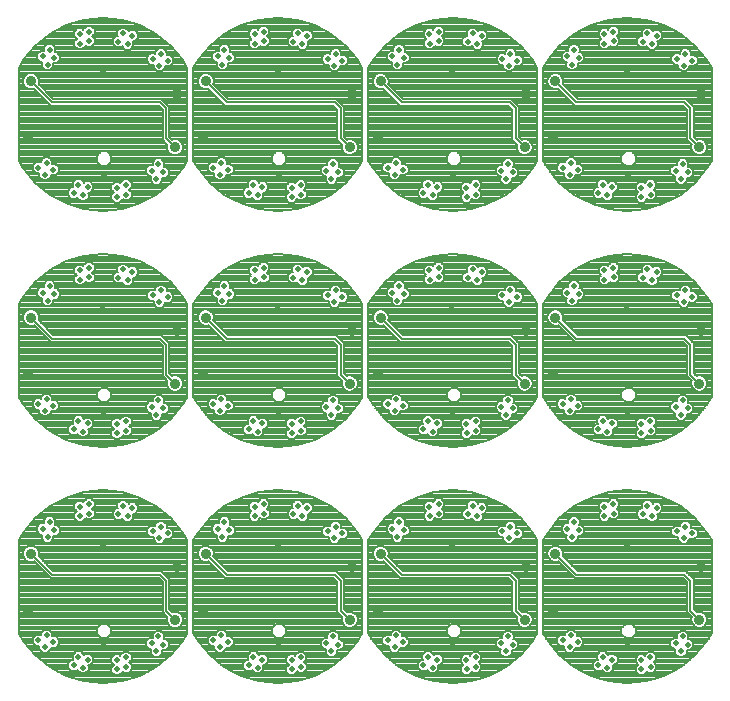
<source format=gbl>
G75*
%MOIN*%
%OFA0B0*%
%FSLAX25Y25*%
%IPPOS*%
%LPD*%
%AMOC8*
5,1,8,0,0,1.08239X$1,22.5*
%
%ADD10C,0.01969*%
%ADD11C,0.00787*%
%ADD12C,0.02362*%
%ADD13C,0.03600*%
%ADD14C,0.00504*%
%ADD15C,0.00600*%
D10*
X0072568Y0080611D03*
X0074817Y0078371D03*
X0077542Y0080000D03*
X0075292Y0082240D03*
X0085914Y0075001D03*
X0084369Y0072229D03*
X0087437Y0071414D03*
X0088982Y0074187D03*
X0098732Y0074044D03*
X0101796Y0074872D03*
X0101844Y0071698D03*
X0098780Y0070870D03*
X0111940Y0076899D03*
X0110311Y0079623D03*
X0112551Y0081872D03*
X0114180Y0079148D03*
X0130836Y0080611D03*
X0133560Y0082240D03*
X0135809Y0080000D03*
X0133085Y0078371D03*
X0142637Y0072229D03*
X0144182Y0075001D03*
X0147249Y0074187D03*
X0145704Y0071414D03*
X0157048Y0070870D03*
X0156999Y0074044D03*
X0160064Y0074872D03*
X0160112Y0071698D03*
X0170208Y0076899D03*
X0172447Y0079148D03*
X0170819Y0081872D03*
X0168579Y0079623D03*
X0189103Y0080611D03*
X0191353Y0078371D03*
X0194077Y0080000D03*
X0191828Y0082240D03*
X0202449Y0075001D03*
X0200904Y0072229D03*
X0203972Y0071414D03*
X0205517Y0074187D03*
X0215267Y0074044D03*
X0218331Y0074872D03*
X0218380Y0071698D03*
X0215316Y0070870D03*
X0226847Y0079623D03*
X0229086Y0081872D03*
X0230715Y0079148D03*
X0228476Y0076899D03*
X0247371Y0080611D03*
X0249620Y0078371D03*
X0252345Y0080000D03*
X0250095Y0082240D03*
X0259172Y0072229D03*
X0260717Y0075001D03*
X0263785Y0074187D03*
X0262240Y0071414D03*
X0273583Y0070870D03*
X0273535Y0074044D03*
X0276599Y0074872D03*
X0276648Y0071698D03*
X0286743Y0076899D03*
X0285114Y0079623D03*
X0287354Y0081872D03*
X0288983Y0079148D03*
X0287731Y0114642D03*
X0285482Y0116882D03*
X0288206Y0118510D03*
X0290456Y0116271D03*
X0278655Y0124653D03*
X0277110Y0121880D03*
X0274042Y0122695D03*
X0275587Y0125468D03*
X0264243Y0126012D03*
X0261179Y0125184D03*
X0261228Y0122010D03*
X0264292Y0122838D03*
X0252712Y0117259D03*
X0251083Y0119983D03*
X0248844Y0117734D03*
X0250473Y0115010D03*
X0232188Y0116271D03*
X0229939Y0118510D03*
X0227214Y0116882D03*
X0229464Y0114642D03*
X0218842Y0121880D03*
X0215774Y0122695D03*
X0217319Y0125468D03*
X0220387Y0124653D03*
X0206024Y0122838D03*
X0202960Y0122010D03*
X0202911Y0125184D03*
X0205976Y0126012D03*
X0192816Y0119983D03*
X0194445Y0117259D03*
X0192205Y0115010D03*
X0190576Y0117734D03*
X0173920Y0116271D03*
X0171671Y0118510D03*
X0168947Y0116882D03*
X0171196Y0114642D03*
X0160574Y0121880D03*
X0157507Y0122695D03*
X0159051Y0125468D03*
X0162119Y0124653D03*
X0147708Y0126012D03*
X0147756Y0122838D03*
X0144692Y0122010D03*
X0144644Y0125184D03*
X0136177Y0117259D03*
X0134548Y0119983D03*
X0132308Y0117734D03*
X0133937Y0115010D03*
X0115653Y0116271D03*
X0113403Y0118510D03*
X0110679Y0116882D03*
X0112928Y0114642D03*
X0102307Y0121880D03*
X0103851Y0124653D03*
X0100784Y0125468D03*
X0099239Y0122695D03*
X0089489Y0122838D03*
X0086425Y0122010D03*
X0086376Y0125184D03*
X0089440Y0126012D03*
X0076280Y0119983D03*
X0074041Y0117734D03*
X0075670Y0115010D03*
X0077909Y0117259D03*
X0087437Y0150154D03*
X0088982Y0152927D03*
X0085914Y0153742D03*
X0084369Y0150969D03*
X0077542Y0158740D03*
X0074817Y0157112D03*
X0072568Y0159351D03*
X0075292Y0160980D03*
X0098732Y0152784D03*
X0101796Y0153612D03*
X0101844Y0150438D03*
X0098780Y0149610D03*
X0111940Y0155639D03*
X0110311Y0158363D03*
X0112551Y0160612D03*
X0114180Y0157888D03*
X0130836Y0159351D03*
X0133085Y0157112D03*
X0135809Y0158740D03*
X0133560Y0160980D03*
X0144182Y0153742D03*
X0147249Y0152927D03*
X0145704Y0150154D03*
X0142637Y0150969D03*
X0157048Y0149610D03*
X0160112Y0150438D03*
X0160064Y0153612D03*
X0156999Y0152784D03*
X0168579Y0158363D03*
X0170208Y0155639D03*
X0172447Y0157888D03*
X0170819Y0160612D03*
X0189103Y0159351D03*
X0191353Y0157112D03*
X0194077Y0158740D03*
X0191828Y0160980D03*
X0202449Y0153742D03*
X0200904Y0150969D03*
X0203972Y0150154D03*
X0205517Y0152927D03*
X0215267Y0152784D03*
X0218331Y0153612D03*
X0218380Y0150438D03*
X0215316Y0149610D03*
X0226847Y0158363D03*
X0228476Y0155639D03*
X0230715Y0157888D03*
X0229086Y0160612D03*
X0247371Y0159351D03*
X0249620Y0157112D03*
X0252345Y0158740D03*
X0250095Y0160980D03*
X0260717Y0153742D03*
X0263785Y0152927D03*
X0262240Y0150154D03*
X0259172Y0150969D03*
X0273583Y0149610D03*
X0273535Y0152784D03*
X0276599Y0153612D03*
X0276648Y0150438D03*
X0286743Y0155639D03*
X0285114Y0158363D03*
X0287354Y0160612D03*
X0288983Y0157888D03*
X0287731Y0193382D03*
X0285482Y0195622D03*
X0288206Y0197251D03*
X0290456Y0195011D03*
X0278655Y0203393D03*
X0277110Y0200621D03*
X0274042Y0201435D03*
X0275587Y0204208D03*
X0264243Y0204752D03*
X0261179Y0203924D03*
X0261228Y0200750D03*
X0264292Y0201578D03*
X0252712Y0195999D03*
X0250473Y0193750D03*
X0248844Y0196474D03*
X0251083Y0198723D03*
X0232188Y0195011D03*
X0229464Y0193382D03*
X0227214Y0195622D03*
X0229939Y0197251D03*
X0220387Y0203393D03*
X0218842Y0200621D03*
X0215774Y0201435D03*
X0217319Y0204208D03*
X0206024Y0201578D03*
X0202960Y0200750D03*
X0202911Y0203924D03*
X0205976Y0204752D03*
X0192816Y0198723D03*
X0194445Y0195999D03*
X0192205Y0193750D03*
X0190576Y0196474D03*
X0173920Y0195011D03*
X0171196Y0193382D03*
X0168947Y0195622D03*
X0171671Y0197251D03*
X0162119Y0203393D03*
X0160574Y0200621D03*
X0157507Y0201435D03*
X0159051Y0204208D03*
X0147708Y0204752D03*
X0147756Y0201578D03*
X0144692Y0200750D03*
X0144644Y0203924D03*
X0134548Y0198723D03*
X0136177Y0195999D03*
X0133937Y0193750D03*
X0132308Y0196474D03*
X0115653Y0195011D03*
X0113403Y0197251D03*
X0110679Y0195622D03*
X0112928Y0193382D03*
X0103851Y0203393D03*
X0102307Y0200621D03*
X0099239Y0201435D03*
X0100784Y0204208D03*
X0089440Y0204752D03*
X0086376Y0203924D03*
X0086425Y0200750D03*
X0089489Y0201578D03*
X0077909Y0195999D03*
X0075670Y0193750D03*
X0074041Y0196474D03*
X0076280Y0198723D03*
X0084369Y0229709D03*
X0085914Y0232482D03*
X0088982Y0231667D03*
X0087437Y0228894D03*
X0098780Y0228350D03*
X0098732Y0231524D03*
X0101796Y0232352D03*
X0101844Y0229178D03*
X0111940Y0234379D03*
X0110311Y0237103D03*
X0112551Y0239353D03*
X0114180Y0236628D03*
X0130836Y0238091D03*
X0133085Y0235852D03*
X0135809Y0237481D03*
X0133560Y0239720D03*
X0144182Y0232482D03*
X0147249Y0231667D03*
X0145704Y0228894D03*
X0142637Y0229709D03*
X0157048Y0228350D03*
X0160112Y0229178D03*
X0160064Y0232352D03*
X0156999Y0231524D03*
X0168579Y0237103D03*
X0170208Y0234379D03*
X0172447Y0236628D03*
X0170819Y0239353D03*
X0189103Y0238091D03*
X0191353Y0235852D03*
X0194077Y0237481D03*
X0191828Y0239720D03*
X0202449Y0232482D03*
X0200904Y0229709D03*
X0203972Y0228894D03*
X0205517Y0231667D03*
X0215267Y0231524D03*
X0215316Y0228350D03*
X0218380Y0229178D03*
X0218331Y0232352D03*
X0226847Y0237103D03*
X0228476Y0234379D03*
X0230715Y0236628D03*
X0229086Y0239353D03*
X0247371Y0238091D03*
X0249620Y0235852D03*
X0252345Y0237481D03*
X0250095Y0239720D03*
X0260717Y0232482D03*
X0263785Y0231667D03*
X0262240Y0228894D03*
X0259172Y0229709D03*
X0273583Y0228350D03*
X0273535Y0231524D03*
X0276599Y0232352D03*
X0276648Y0229178D03*
X0286743Y0234379D03*
X0285114Y0237103D03*
X0287354Y0239353D03*
X0288983Y0236628D03*
X0287731Y0272122D03*
X0285482Y0274362D03*
X0288206Y0275991D03*
X0290456Y0273751D03*
X0278655Y0282134D03*
X0275587Y0282948D03*
X0274042Y0280176D03*
X0277110Y0279361D03*
X0264292Y0280319D03*
X0264243Y0283492D03*
X0261179Y0282664D03*
X0261228Y0279490D03*
X0252712Y0274739D03*
X0250473Y0272490D03*
X0248844Y0275214D03*
X0251083Y0277464D03*
X0232188Y0273751D03*
X0229464Y0272122D03*
X0227214Y0274362D03*
X0229939Y0275991D03*
X0220387Y0282134D03*
X0217319Y0282948D03*
X0215774Y0280176D03*
X0218842Y0279361D03*
X0206024Y0280319D03*
X0205976Y0283492D03*
X0202911Y0282664D03*
X0202960Y0279490D03*
X0194445Y0274739D03*
X0192205Y0272490D03*
X0190576Y0275214D03*
X0192816Y0277464D03*
X0173920Y0273751D03*
X0171196Y0272122D03*
X0168947Y0274362D03*
X0171671Y0275991D03*
X0162119Y0282134D03*
X0159051Y0282948D03*
X0157507Y0280176D03*
X0160574Y0279361D03*
X0147756Y0280319D03*
X0147708Y0283492D03*
X0144644Y0282664D03*
X0144692Y0279490D03*
X0136177Y0274739D03*
X0133937Y0272490D03*
X0132308Y0275214D03*
X0134548Y0277464D03*
X0115653Y0273751D03*
X0112928Y0272122D03*
X0110679Y0274362D03*
X0113403Y0275991D03*
X0103851Y0282134D03*
X0100784Y0282948D03*
X0099239Y0280176D03*
X0102307Y0279361D03*
X0089489Y0280319D03*
X0089440Y0283492D03*
X0086376Y0282664D03*
X0086425Y0279490D03*
X0077909Y0274739D03*
X0075670Y0272490D03*
X0074041Y0275214D03*
X0076280Y0277464D03*
X0075292Y0239720D03*
X0072568Y0238091D03*
X0074817Y0235852D03*
X0077542Y0237481D03*
D11*
X0067476Y0080480D02*
X0071473Y0075649D01*
X0076331Y0071685D01*
X0081867Y0068741D01*
X0087870Y0066929D01*
X0094110Y0066317D01*
X0100351Y0066929D01*
X0106353Y0068741D01*
X0111889Y0071685D01*
X0116748Y0075649D01*
X0120744Y0080480D01*
X0122250Y0082968D01*
X0122250Y0113914D01*
X0120744Y0116402D01*
X0120744Y0116402D01*
X0116748Y0121233D01*
X0111889Y0125197D01*
X0106353Y0128141D01*
X0100351Y0129953D01*
X0094110Y0130565D01*
X0087870Y0129953D01*
X0081867Y0128141D01*
X0076331Y0125197D01*
X0071473Y0121233D01*
X0067476Y0116402D01*
X0065970Y0113914D01*
X0065970Y0082968D01*
X0067476Y0080480D01*
X0067572Y0080365D02*
X0070690Y0080365D01*
X0070690Y0079833D02*
X0071790Y0078733D01*
X0072939Y0078733D01*
X0072939Y0077594D01*
X0074039Y0076494D01*
X0075595Y0076494D01*
X0076695Y0077594D01*
X0076695Y0078191D01*
X0076764Y0078122D01*
X0078319Y0078122D01*
X0079420Y0079222D01*
X0079420Y0080778D01*
X0078319Y0081878D01*
X0077170Y0081878D01*
X0077170Y0083018D01*
X0076070Y0084118D01*
X0074514Y0084118D01*
X0073414Y0083018D01*
X0073414Y0082420D01*
X0073346Y0082489D01*
X0071790Y0082489D01*
X0070690Y0081389D01*
X0070690Y0079833D01*
X0070944Y0079579D02*
X0068222Y0079579D01*
X0068872Y0078793D02*
X0071730Y0078793D01*
X0072939Y0078007D02*
X0069522Y0078007D01*
X0070172Y0077221D02*
X0073312Y0077221D01*
X0071472Y0075649D02*
X0084036Y0075649D01*
X0084036Y0075779D02*
X0084036Y0074224D01*
X0084153Y0074107D01*
X0083591Y0074107D01*
X0082491Y0073006D01*
X0082491Y0071451D01*
X0083591Y0070351D01*
X0085147Y0070351D01*
X0085559Y0070763D01*
X0085559Y0070636D01*
X0086659Y0069536D01*
X0088215Y0069536D01*
X0089315Y0070636D01*
X0089315Y0072192D01*
X0089198Y0072309D01*
X0089760Y0072309D01*
X0090860Y0073409D01*
X0090860Y0074964D01*
X0089760Y0076065D01*
X0088204Y0076065D01*
X0087792Y0075653D01*
X0087792Y0075779D01*
X0086692Y0076879D01*
X0085136Y0076879D01*
X0084036Y0075779D01*
X0084036Y0074864D02*
X0072435Y0074864D01*
X0073399Y0074078D02*
X0083562Y0074078D01*
X0082776Y0073292D02*
X0074362Y0073292D01*
X0075325Y0072506D02*
X0082491Y0072506D01*
X0082491Y0071720D02*
X0076289Y0071720D01*
X0077744Y0070934D02*
X0083008Y0070934D01*
X0082414Y0068576D02*
X0105806Y0068576D01*
X0107520Y0069362D02*
X0099928Y0069362D01*
X0099558Y0068992D02*
X0100658Y0070092D01*
X0100658Y0070228D01*
X0101067Y0069820D01*
X0102622Y0069820D01*
X0103722Y0070920D01*
X0103722Y0072476D01*
X0102889Y0073309D01*
X0103674Y0074094D01*
X0103674Y0075650D01*
X0102574Y0076750D01*
X0101018Y0076750D01*
X0099918Y0075650D01*
X0099918Y0075513D01*
X0099510Y0075921D01*
X0097954Y0075921D01*
X0096854Y0074821D01*
X0096854Y0073266D01*
X0097687Y0072432D01*
X0096902Y0071648D01*
X0096902Y0070092D01*
X0098002Y0068992D01*
X0099558Y0068992D01*
X0100658Y0070148D02*
X0100738Y0070148D01*
X0102950Y0070148D02*
X0108998Y0070148D01*
X0110476Y0070934D02*
X0103722Y0070934D01*
X0103722Y0071720D02*
X0111932Y0071720D01*
X0112895Y0072506D02*
X0103692Y0072506D01*
X0102906Y0073292D02*
X0113858Y0073292D01*
X0114822Y0074078D02*
X0103658Y0074078D01*
X0103674Y0074864D02*
X0115785Y0074864D01*
X0116749Y0075649D02*
X0113347Y0075649D01*
X0113818Y0076121D02*
X0113818Y0077270D01*
X0114958Y0077270D01*
X0116058Y0078370D01*
X0116058Y0079926D01*
X0114958Y0081026D01*
X0114360Y0081026D01*
X0114429Y0081094D01*
X0114429Y0082650D01*
X0113329Y0083750D01*
X0111773Y0083750D01*
X0110673Y0082650D01*
X0110673Y0081501D01*
X0109533Y0081501D01*
X0108433Y0080401D01*
X0108433Y0078845D01*
X0109533Y0077745D01*
X0110131Y0077745D01*
X0110062Y0077677D01*
X0110062Y0076121D01*
X0111162Y0075021D01*
X0112718Y0075021D01*
X0113818Y0076121D01*
X0113818Y0076435D02*
X0117399Y0076435D01*
X0118049Y0077221D02*
X0113818Y0077221D01*
X0115695Y0078007D02*
X0118699Y0078007D01*
X0119349Y0078793D02*
X0116058Y0078793D01*
X0116058Y0079579D02*
X0119999Y0079579D01*
X0120649Y0080365D02*
X0115619Y0080365D01*
X0114429Y0081151D02*
X0121150Y0081151D01*
X0121626Y0081937D02*
X0114429Y0081937D01*
X0114356Y0082723D02*
X0122102Y0082723D01*
X0122250Y0083509D02*
X0113570Y0083509D01*
X0111531Y0083509D02*
X0096876Y0083509D01*
X0096876Y0084295D02*
X0122250Y0084295D01*
X0122250Y0085080D02*
X0119450Y0085080D01*
X0119636Y0085157D02*
X0120394Y0085915D01*
X0120804Y0086905D01*
X0120804Y0087977D01*
X0120394Y0088967D01*
X0119636Y0089725D01*
X0118646Y0090135D01*
X0117574Y0090135D01*
X0117194Y0089977D01*
X0116256Y0090915D01*
X0116256Y0100915D01*
X0115585Y0101587D01*
X0113585Y0103587D01*
X0101739Y0103587D01*
X0101691Y0103635D01*
X0077605Y0103635D01*
X0072666Y0108573D01*
X0072804Y0108905D01*
X0072804Y0109977D01*
X0072394Y0110967D01*
X0071636Y0111725D01*
X0070646Y0112135D01*
X0069574Y0112135D01*
X0068584Y0111725D01*
X0067827Y0110967D01*
X0067417Y0109977D01*
X0067417Y0108905D01*
X0067827Y0107915D01*
X0068584Y0107157D01*
X0069574Y0106747D01*
X0070646Y0106747D01*
X0070978Y0106885D01*
X0076616Y0101247D01*
X0101691Y0101247D01*
X0101739Y0101295D01*
X0112636Y0101295D01*
X0113965Y0099966D01*
X0113965Y0089966D01*
X0115574Y0088357D01*
X0115417Y0087977D01*
X0115417Y0086905D01*
X0115827Y0085915D01*
X0116584Y0085157D01*
X0117574Y0084747D01*
X0118646Y0084747D01*
X0119636Y0085157D01*
X0120345Y0085866D02*
X0122250Y0085866D01*
X0122250Y0086652D02*
X0120699Y0086652D01*
X0120804Y0087438D02*
X0122250Y0087438D01*
X0122250Y0088224D02*
X0120701Y0088224D01*
X0120351Y0089010D02*
X0122250Y0089010D01*
X0122250Y0089796D02*
X0119464Y0089796D01*
X0122250Y0090582D02*
X0116590Y0090582D01*
X0116256Y0091368D02*
X0122250Y0091368D01*
X0122250Y0092154D02*
X0116256Y0092154D01*
X0116256Y0092940D02*
X0122250Y0092940D01*
X0122250Y0093725D02*
X0116256Y0093725D01*
X0116256Y0094511D02*
X0122250Y0094511D01*
X0122250Y0095297D02*
X0116256Y0095297D01*
X0116256Y0096083D02*
X0122250Y0096083D01*
X0122250Y0096869D02*
X0116256Y0096869D01*
X0116256Y0097655D02*
X0122250Y0097655D01*
X0122250Y0098441D02*
X0116256Y0098441D01*
X0116256Y0099227D02*
X0122250Y0099227D01*
X0122250Y0100013D02*
X0116256Y0100013D01*
X0116256Y0100799D02*
X0122250Y0100799D01*
X0122250Y0101585D02*
X0115587Y0101585D01*
X0114801Y0102371D02*
X0122250Y0102371D01*
X0122250Y0103156D02*
X0114015Y0103156D01*
X0113132Y0100799D02*
X0065970Y0100799D01*
X0065970Y0101585D02*
X0076278Y0101585D01*
X0075493Y0102371D02*
X0065970Y0102371D01*
X0065970Y0103156D02*
X0074707Y0103156D01*
X0073921Y0103942D02*
X0065970Y0103942D01*
X0065970Y0104728D02*
X0073135Y0104728D01*
X0072349Y0105514D02*
X0065970Y0105514D01*
X0065970Y0106300D02*
X0071563Y0106300D01*
X0073367Y0107872D02*
X0122250Y0107872D01*
X0122250Y0108658D02*
X0072701Y0108658D01*
X0072804Y0109444D02*
X0122250Y0109444D01*
X0122250Y0110230D02*
X0072699Y0110230D01*
X0072345Y0111016D02*
X0122250Y0111016D01*
X0122250Y0111801D02*
X0071450Y0111801D01*
X0068770Y0111801D02*
X0065970Y0111801D01*
X0065970Y0111016D02*
X0067875Y0111016D01*
X0067521Y0110230D02*
X0065970Y0110230D01*
X0065970Y0109444D02*
X0067417Y0109444D01*
X0067519Y0108658D02*
X0065970Y0108658D01*
X0065970Y0107872D02*
X0067870Y0107872D01*
X0068757Y0107086D02*
X0065970Y0107086D01*
X0065970Y0112587D02*
X0122250Y0112587D01*
X0122250Y0113373D02*
X0114315Y0113373D01*
X0114806Y0113864D02*
X0114806Y0114461D01*
X0114875Y0114393D01*
X0116430Y0114393D01*
X0117530Y0115493D01*
X0117530Y0117049D01*
X0116430Y0118149D01*
X0115281Y0118149D01*
X0115281Y0119288D01*
X0114181Y0120388D01*
X0112625Y0120388D01*
X0111525Y0119288D01*
X0111525Y0118691D01*
X0111457Y0118759D01*
X0109901Y0118759D01*
X0108801Y0117659D01*
X0108801Y0116104D01*
X0109901Y0115004D01*
X0111050Y0115004D01*
X0111050Y0113864D01*
X0112150Y0112764D01*
X0113706Y0112764D01*
X0114806Y0113864D01*
X0114806Y0114159D02*
X0122102Y0114159D01*
X0121626Y0114945D02*
X0116983Y0114945D01*
X0117530Y0115731D02*
X0121150Y0115731D01*
X0120649Y0116517D02*
X0117530Y0116517D01*
X0117276Y0117303D02*
X0119999Y0117303D01*
X0119349Y0118089D02*
X0116490Y0118089D01*
X0115281Y0118875D02*
X0118699Y0118875D01*
X0118049Y0119661D02*
X0114909Y0119661D01*
X0116749Y0121232D02*
X0104184Y0121232D01*
X0104184Y0121103D02*
X0104184Y0122658D01*
X0104068Y0122775D01*
X0104629Y0122775D01*
X0105729Y0123875D01*
X0105729Y0125431D01*
X0104629Y0126531D01*
X0103074Y0126531D01*
X0102662Y0126119D01*
X0102662Y0126246D01*
X0101562Y0127346D01*
X0100006Y0127346D01*
X0098906Y0126246D01*
X0098906Y0124690D01*
X0099023Y0124573D01*
X0098461Y0124573D01*
X0097361Y0123473D01*
X0097361Y0121917D01*
X0098461Y0120817D01*
X0100017Y0120817D01*
X0100429Y0121229D01*
X0100429Y0121103D01*
X0101529Y0120003D01*
X0103084Y0120003D01*
X0104184Y0121103D01*
X0104184Y0122018D02*
X0115785Y0122018D01*
X0114822Y0122804D02*
X0104658Y0122804D01*
X0105444Y0123590D02*
X0113858Y0123590D01*
X0112895Y0124376D02*
X0105729Y0124376D01*
X0105729Y0125162D02*
X0111932Y0125162D01*
X0110476Y0125948D02*
X0105213Y0125948D01*
X0105806Y0128306D02*
X0082414Y0128306D01*
X0080700Y0127520D02*
X0088292Y0127520D01*
X0088662Y0127890D02*
X0087562Y0126790D01*
X0087562Y0126653D01*
X0087154Y0127062D01*
X0085598Y0127062D01*
X0084498Y0125962D01*
X0084498Y0124406D01*
X0085331Y0123573D01*
X0084547Y0122788D01*
X0084547Y0121232D01*
X0085647Y0120132D01*
X0087202Y0120132D01*
X0088302Y0121232D01*
X0088302Y0121369D01*
X0088711Y0120960D01*
X0090267Y0120960D01*
X0091367Y0122060D01*
X0091367Y0123616D01*
X0090533Y0124449D01*
X0091318Y0125234D01*
X0091318Y0126790D01*
X0090218Y0127890D01*
X0088662Y0127890D01*
X0087562Y0126734D02*
X0087482Y0126734D01*
X0085270Y0126734D02*
X0079222Y0126734D01*
X0077744Y0125948D02*
X0084498Y0125948D01*
X0084498Y0125162D02*
X0076289Y0125162D01*
X0075325Y0124376D02*
X0084528Y0124376D01*
X0085314Y0123590D02*
X0074362Y0123590D01*
X0073399Y0122804D02*
X0084563Y0122804D01*
X0084547Y0122018D02*
X0072435Y0122018D01*
X0071472Y0121232D02*
X0074874Y0121232D01*
X0074402Y0120761D02*
X0075502Y0121861D01*
X0077058Y0121861D01*
X0078158Y0120761D01*
X0078158Y0119205D01*
X0078090Y0119137D01*
X0078687Y0119137D01*
X0079787Y0118037D01*
X0079787Y0116481D01*
X0078687Y0115381D01*
X0077548Y0115381D01*
X0077548Y0114232D01*
X0076447Y0113132D01*
X0074892Y0113132D01*
X0073792Y0114232D01*
X0073792Y0115787D01*
X0073860Y0115856D01*
X0073263Y0115856D01*
X0072163Y0116956D01*
X0072163Y0118512D01*
X0073263Y0119612D01*
X0074402Y0119612D01*
X0074402Y0120761D01*
X0074402Y0120447D02*
X0070822Y0120447D01*
X0070172Y0119661D02*
X0074402Y0119661D01*
X0072526Y0118875D02*
X0069522Y0118875D01*
X0068872Y0118089D02*
X0072163Y0118089D01*
X0072163Y0117303D02*
X0068222Y0117303D01*
X0067572Y0116517D02*
X0072602Y0116517D01*
X0073792Y0115731D02*
X0067070Y0115731D01*
X0066594Y0114945D02*
X0073792Y0114945D01*
X0073864Y0114159D02*
X0066119Y0114159D01*
X0065970Y0113373D02*
X0074650Y0113373D01*
X0076689Y0113373D02*
X0111541Y0113373D01*
X0111050Y0114159D02*
X0077475Y0114159D01*
X0077548Y0114945D02*
X0111050Y0114945D01*
X0109174Y0115731D02*
X0079037Y0115731D01*
X0079787Y0116517D02*
X0108801Y0116517D01*
X0108801Y0117303D02*
X0079787Y0117303D01*
X0079735Y0118089D02*
X0109230Y0118089D01*
X0111525Y0118875D02*
X0078949Y0118875D01*
X0078158Y0119661D02*
X0111898Y0119661D01*
X0117399Y0120447D02*
X0103528Y0120447D01*
X0101085Y0120447D02*
X0087517Y0120447D01*
X0088302Y0121232D02*
X0088439Y0121232D01*
X0090539Y0121232D02*
X0098046Y0121232D01*
X0097361Y0122018D02*
X0091325Y0122018D01*
X0091367Y0122804D02*
X0097361Y0122804D01*
X0097478Y0123590D02*
X0091367Y0123590D01*
X0090607Y0124376D02*
X0098264Y0124376D01*
X0098906Y0125162D02*
X0091246Y0125162D01*
X0091318Y0125948D02*
X0098906Y0125948D01*
X0099394Y0126734D02*
X0091318Y0126734D01*
X0090588Y0127520D02*
X0107520Y0127520D01*
X0108998Y0126734D02*
X0102174Y0126734D01*
X0103203Y0129092D02*
X0085017Y0129092D01*
X0087620Y0129877D02*
X0100601Y0129877D01*
X0099603Y0145596D02*
X0088617Y0145596D01*
X0087870Y0145669D02*
X0081867Y0147482D01*
X0076331Y0150426D01*
X0071473Y0154389D01*
X0067476Y0159221D01*
X0065970Y0161708D01*
X0065970Y0192654D01*
X0067476Y0195142D01*
X0071473Y0199973D01*
X0076331Y0203937D01*
X0081867Y0206881D01*
X0087870Y0208693D01*
X0094110Y0209305D01*
X0100351Y0208693D01*
X0106353Y0206881D01*
X0111889Y0203937D01*
X0116748Y0199973D01*
X0120744Y0195142D01*
X0122250Y0192654D01*
X0122250Y0161708D01*
X0120744Y0159221D01*
X0116748Y0154389D01*
X0111889Y0150426D01*
X0106353Y0147482D01*
X0100351Y0145669D01*
X0094110Y0145057D01*
X0087870Y0145669D01*
X0085510Y0146382D02*
X0102710Y0146382D01*
X0102622Y0148560D02*
X0103722Y0149660D01*
X0103722Y0151216D01*
X0102889Y0152049D01*
X0103674Y0152834D01*
X0103674Y0154390D01*
X0102574Y0155490D01*
X0101018Y0155490D01*
X0099918Y0154390D01*
X0099918Y0154253D01*
X0099510Y0154662D01*
X0097954Y0154662D01*
X0096854Y0153562D01*
X0096854Y0152006D01*
X0097687Y0151173D01*
X0096902Y0150388D01*
X0096902Y0148832D01*
X0098002Y0147732D01*
X0099558Y0147732D01*
X0100658Y0148832D01*
X0100658Y0148969D01*
X0101067Y0148560D01*
X0102622Y0148560D01*
X0102801Y0148739D02*
X0108718Y0148739D01*
X0107241Y0147953D02*
X0099780Y0147953D01*
X0100565Y0148739D02*
X0100887Y0148739D01*
X0103587Y0149525D02*
X0110196Y0149525D01*
X0111674Y0150311D02*
X0103722Y0150311D01*
X0103722Y0151097D02*
X0112712Y0151097D01*
X0113676Y0151883D02*
X0103055Y0151883D01*
X0103509Y0152669D02*
X0114639Y0152669D01*
X0115603Y0153455D02*
X0103674Y0153455D01*
X0103674Y0154241D02*
X0110682Y0154241D01*
X0111162Y0153761D02*
X0110062Y0154861D01*
X0110062Y0156417D01*
X0110131Y0156485D01*
X0109533Y0156485D01*
X0108433Y0157585D01*
X0108433Y0159141D01*
X0109533Y0160241D01*
X0110673Y0160241D01*
X0110673Y0161390D01*
X0111773Y0162490D01*
X0113329Y0162490D01*
X0114429Y0161390D01*
X0114429Y0159835D01*
X0114360Y0159766D01*
X0114958Y0159766D01*
X0116058Y0158666D01*
X0116058Y0157110D01*
X0114958Y0156010D01*
X0113818Y0156010D01*
X0113818Y0154861D01*
X0112718Y0153761D01*
X0111162Y0153761D01*
X0110062Y0155027D02*
X0103037Y0155027D01*
X0100555Y0155027D02*
X0087285Y0155027D01*
X0087792Y0154519D02*
X0086692Y0155620D01*
X0085136Y0155620D01*
X0084036Y0154519D01*
X0084036Y0152964D01*
X0084153Y0152847D01*
X0083591Y0152847D01*
X0082491Y0151747D01*
X0082491Y0150191D01*
X0083591Y0149091D01*
X0085147Y0149091D01*
X0085559Y0149503D01*
X0085559Y0149376D01*
X0086659Y0148276D01*
X0088215Y0148276D01*
X0089315Y0149376D01*
X0089315Y0150932D01*
X0089198Y0151049D01*
X0089760Y0151049D01*
X0090860Y0152149D01*
X0090860Y0153705D01*
X0089760Y0154805D01*
X0088204Y0154805D01*
X0087792Y0154393D01*
X0087792Y0154519D01*
X0090323Y0154241D02*
X0097533Y0154241D01*
X0096854Y0153455D02*
X0090860Y0153455D01*
X0090860Y0152669D02*
X0096854Y0152669D01*
X0096977Y0151883D02*
X0090594Y0151883D01*
X0089808Y0151097D02*
X0097612Y0151097D01*
X0096902Y0150311D02*
X0089315Y0150311D01*
X0089315Y0149525D02*
X0096902Y0149525D01*
X0096995Y0148739D02*
X0088678Y0148739D01*
X0086196Y0148739D02*
X0079502Y0148739D01*
X0080980Y0147953D02*
X0097781Y0147953D01*
X0105313Y0147168D02*
X0082907Y0147168D01*
X0083157Y0149525D02*
X0078024Y0149525D01*
X0076546Y0150311D02*
X0082491Y0150311D01*
X0082491Y0151097D02*
X0075508Y0151097D01*
X0074545Y0151883D02*
X0082627Y0151883D01*
X0083413Y0152669D02*
X0073581Y0152669D01*
X0072618Y0153455D02*
X0084036Y0153455D01*
X0084036Y0154241D02*
X0071654Y0154241D01*
X0070945Y0155027D02*
X0084543Y0155027D01*
X0079420Y0157963D02*
X0079420Y0159518D01*
X0078319Y0160618D01*
X0077170Y0160618D01*
X0077170Y0161758D01*
X0076070Y0162858D01*
X0074514Y0162858D01*
X0073414Y0161758D01*
X0073414Y0161161D01*
X0073346Y0161229D01*
X0071790Y0161229D01*
X0070690Y0160129D01*
X0070690Y0158573D01*
X0071790Y0157473D01*
X0072939Y0157473D01*
X0072939Y0156334D01*
X0074039Y0155234D01*
X0075595Y0155234D01*
X0076695Y0156334D01*
X0076695Y0156931D01*
X0076764Y0156863D01*
X0078319Y0156863D01*
X0079420Y0157963D01*
X0079420Y0158170D02*
X0108433Y0158170D01*
X0108433Y0158956D02*
X0079420Y0158956D01*
X0079196Y0159742D02*
X0109035Y0159742D01*
X0110673Y0160528D02*
X0095959Y0160528D01*
X0095486Y0160055D02*
X0096876Y0161444D01*
X0096876Y0163409D01*
X0095486Y0164798D01*
X0093522Y0164798D01*
X0092132Y0163409D01*
X0092132Y0161444D01*
X0093522Y0160055D01*
X0095486Y0160055D01*
X0096745Y0161314D02*
X0110673Y0161314D01*
X0111382Y0162100D02*
X0096876Y0162100D01*
X0096876Y0162886D02*
X0122250Y0162886D01*
X0122250Y0163672D02*
X0119091Y0163672D01*
X0118646Y0163487D02*
X0119636Y0163897D01*
X0120394Y0164655D01*
X0120804Y0165645D01*
X0120804Y0166717D01*
X0120394Y0167707D01*
X0119636Y0168465D01*
X0118646Y0168875D01*
X0117574Y0168875D01*
X0117194Y0168717D01*
X0116256Y0169656D01*
X0116256Y0179656D01*
X0115585Y0180327D01*
X0113585Y0182327D01*
X0101739Y0182327D01*
X0101691Y0182375D01*
X0077605Y0182375D01*
X0072666Y0187313D01*
X0072804Y0187645D01*
X0072804Y0188717D01*
X0072394Y0189707D01*
X0071636Y0190465D01*
X0070646Y0190875D01*
X0069574Y0190875D01*
X0068584Y0190465D01*
X0067827Y0189707D01*
X0067417Y0188717D01*
X0067417Y0187645D01*
X0067827Y0186655D01*
X0068584Y0185897D01*
X0069574Y0185487D01*
X0070646Y0185487D01*
X0070978Y0185625D01*
X0076616Y0179987D01*
X0101691Y0179987D01*
X0101739Y0180035D01*
X0112636Y0180035D01*
X0113965Y0178707D01*
X0113965Y0168707D01*
X0114636Y0168035D01*
X0115574Y0167097D01*
X0115417Y0166717D01*
X0115417Y0165645D01*
X0115827Y0164655D01*
X0116584Y0163897D01*
X0117574Y0163487D01*
X0118646Y0163487D01*
X0117129Y0163672D02*
X0096613Y0163672D01*
X0095827Y0164458D02*
X0116024Y0164458D01*
X0115583Y0165244D02*
X0065970Y0165244D01*
X0065970Y0166029D02*
X0115417Y0166029D01*
X0115457Y0166815D02*
X0065970Y0166815D01*
X0065970Y0167601D02*
X0115070Y0167601D01*
X0114636Y0168035D02*
X0114636Y0168035D01*
X0114284Y0168387D02*
X0065970Y0168387D01*
X0065970Y0169173D02*
X0113965Y0169173D01*
X0113965Y0169959D02*
X0065970Y0169959D01*
X0065970Y0170745D02*
X0113965Y0170745D01*
X0113965Y0171531D02*
X0065970Y0171531D01*
X0065970Y0172317D02*
X0113965Y0172317D01*
X0113965Y0173103D02*
X0065970Y0173103D01*
X0065970Y0173889D02*
X0113965Y0173889D01*
X0113965Y0174674D02*
X0065970Y0174674D01*
X0065970Y0175460D02*
X0113965Y0175460D01*
X0113965Y0176246D02*
X0065970Y0176246D01*
X0065970Y0177032D02*
X0113965Y0177032D01*
X0113965Y0177818D02*
X0065970Y0177818D01*
X0065970Y0178604D02*
X0113965Y0178604D01*
X0113281Y0179390D02*
X0065970Y0179390D01*
X0065970Y0180176D02*
X0076427Y0180176D01*
X0075641Y0180962D02*
X0065970Y0180962D01*
X0065970Y0181748D02*
X0074855Y0181748D01*
X0074070Y0182534D02*
X0065970Y0182534D01*
X0065970Y0183320D02*
X0073284Y0183320D01*
X0072498Y0184105D02*
X0065970Y0184105D01*
X0065970Y0184891D02*
X0071712Y0184891D01*
X0073516Y0186463D02*
X0122250Y0186463D01*
X0122250Y0185677D02*
X0074302Y0185677D01*
X0075088Y0184891D02*
X0122250Y0184891D01*
X0122250Y0184105D02*
X0075874Y0184105D01*
X0076660Y0183320D02*
X0122250Y0183320D01*
X0122250Y0182534D02*
X0077446Y0182534D01*
X0072730Y0187249D02*
X0122250Y0187249D01*
X0122250Y0188035D02*
X0072804Y0188035D01*
X0072761Y0188821D02*
X0122250Y0188821D01*
X0122250Y0189607D02*
X0072435Y0189607D01*
X0071708Y0190393D02*
X0122250Y0190393D01*
X0122250Y0191179D02*
X0065970Y0191179D01*
X0065970Y0191965D02*
X0074799Y0191965D01*
X0074892Y0191872D02*
X0076447Y0191872D01*
X0077548Y0192972D01*
X0077548Y0194121D01*
X0078687Y0194121D01*
X0079787Y0195221D01*
X0079787Y0196777D01*
X0078687Y0197877D01*
X0078090Y0197877D01*
X0078158Y0197946D01*
X0078158Y0199501D01*
X0077058Y0200601D01*
X0075502Y0200601D01*
X0074402Y0199501D01*
X0074402Y0198352D01*
X0073263Y0198352D01*
X0072163Y0197252D01*
X0072163Y0195696D01*
X0073263Y0194596D01*
X0073860Y0194596D01*
X0073792Y0194528D01*
X0073792Y0192972D01*
X0074892Y0191872D01*
X0074013Y0192750D02*
X0066028Y0192750D01*
X0066504Y0193536D02*
X0073792Y0193536D01*
X0073792Y0194322D02*
X0066980Y0194322D01*
X0067456Y0195108D02*
X0072751Y0195108D01*
X0072163Y0195894D02*
X0068099Y0195894D01*
X0068749Y0196680D02*
X0072163Y0196680D01*
X0072377Y0197466D02*
X0069399Y0197466D01*
X0070049Y0198252D02*
X0073163Y0198252D01*
X0074402Y0199038D02*
X0070699Y0199038D01*
X0071349Y0199824D02*
X0074725Y0199824D01*
X0073216Y0201396D02*
X0084547Y0201396D01*
X0084547Y0201528D02*
X0084547Y0199972D01*
X0085647Y0198872D01*
X0087202Y0198872D01*
X0088302Y0199972D01*
X0088302Y0200109D01*
X0088711Y0199701D01*
X0090267Y0199701D01*
X0091367Y0200801D01*
X0091367Y0202356D01*
X0090533Y0203190D01*
X0091318Y0203974D01*
X0091318Y0205530D01*
X0090218Y0206630D01*
X0088662Y0206630D01*
X0087562Y0205530D01*
X0087562Y0205394D01*
X0087154Y0205802D01*
X0085598Y0205802D01*
X0084498Y0204702D01*
X0084498Y0203146D01*
X0085331Y0202313D01*
X0084547Y0201528D01*
X0084547Y0200610D02*
X0072253Y0200610D01*
X0074180Y0202181D02*
X0085200Y0202181D01*
X0084677Y0202967D02*
X0075143Y0202967D01*
X0076106Y0203753D02*
X0084498Y0203753D01*
X0084498Y0204539D02*
X0077464Y0204539D01*
X0078942Y0205325D02*
X0085121Y0205325D01*
X0084524Y0207683D02*
X0103696Y0207683D01*
X0103074Y0205271D02*
X0102662Y0204859D01*
X0102662Y0204986D01*
X0101562Y0206086D01*
X0100006Y0206086D01*
X0098906Y0204986D01*
X0098906Y0203430D01*
X0099023Y0203313D01*
X0098461Y0203313D01*
X0097361Y0202213D01*
X0097361Y0200658D01*
X0098461Y0199558D01*
X0100017Y0199558D01*
X0100429Y0199969D01*
X0100429Y0199843D01*
X0101529Y0198743D01*
X0103084Y0198743D01*
X0104184Y0199843D01*
X0104184Y0201398D01*
X0104068Y0201515D01*
X0104629Y0201515D01*
X0105729Y0202616D01*
X0105729Y0204171D01*
X0104629Y0205271D01*
X0103074Y0205271D01*
X0102323Y0205325D02*
X0109278Y0205325D01*
X0107800Y0206111D02*
X0090737Y0206111D01*
X0091318Y0205325D02*
X0099245Y0205325D01*
X0098906Y0204539D02*
X0091318Y0204539D01*
X0091097Y0203753D02*
X0098906Y0203753D01*
X0098115Y0202967D02*
X0090756Y0202967D01*
X0091367Y0202181D02*
X0097361Y0202181D01*
X0097361Y0201396D02*
X0091367Y0201396D01*
X0091176Y0200610D02*
X0097409Y0200610D01*
X0098195Y0199824D02*
X0090390Y0199824D01*
X0088588Y0199824D02*
X0088154Y0199824D01*
X0087368Y0199038D02*
X0101234Y0199038D01*
X0100448Y0199824D02*
X0100283Y0199824D01*
X0103380Y0199038D02*
X0112535Y0199038D01*
X0112625Y0199128D02*
X0111525Y0198028D01*
X0111525Y0197431D01*
X0111457Y0197500D01*
X0109901Y0197500D01*
X0108801Y0196400D01*
X0108801Y0194844D01*
X0109901Y0193744D01*
X0111050Y0193744D01*
X0111050Y0192604D01*
X0112150Y0191504D01*
X0113706Y0191504D01*
X0114806Y0192604D01*
X0114806Y0193202D01*
X0114875Y0193133D01*
X0116430Y0193133D01*
X0117530Y0194233D01*
X0117530Y0195789D01*
X0116430Y0196889D01*
X0115281Y0196889D01*
X0115281Y0198028D01*
X0114181Y0199128D01*
X0112625Y0199128D01*
X0111749Y0198252D02*
X0078158Y0198252D01*
X0078158Y0199038D02*
X0085481Y0199038D01*
X0084695Y0199824D02*
X0077836Y0199824D01*
X0079098Y0197466D02*
X0109867Y0197466D01*
X0109081Y0196680D02*
X0079787Y0196680D01*
X0079787Y0195894D02*
X0108801Y0195894D01*
X0108801Y0195108D02*
X0079674Y0195108D01*
X0078888Y0194322D02*
X0109322Y0194322D01*
X0111050Y0193536D02*
X0077548Y0193536D01*
X0077326Y0192750D02*
X0111050Y0192750D01*
X0111690Y0191965D02*
X0076540Y0191965D01*
X0068512Y0190393D02*
X0065970Y0190393D01*
X0065970Y0189607D02*
X0067785Y0189607D01*
X0067460Y0188821D02*
X0065970Y0188821D01*
X0065970Y0188035D02*
X0067417Y0188035D01*
X0067581Y0187249D02*
X0065970Y0187249D01*
X0065970Y0186463D02*
X0068019Y0186463D01*
X0069116Y0185677D02*
X0065970Y0185677D01*
X0065970Y0164458D02*
X0093181Y0164458D01*
X0092395Y0163672D02*
X0065970Y0163672D01*
X0065970Y0162886D02*
X0092132Y0162886D01*
X0092132Y0162100D02*
X0076828Y0162100D01*
X0077170Y0161314D02*
X0092263Y0161314D01*
X0093049Y0160528D02*
X0078410Y0160528D01*
X0078841Y0157384D02*
X0108634Y0157384D01*
X0109420Y0156598D02*
X0076695Y0156598D01*
X0076174Y0155813D02*
X0110062Y0155813D01*
X0113198Y0154241D02*
X0116566Y0154241D01*
X0117275Y0155027D02*
X0113818Y0155027D01*
X0113818Y0155813D02*
X0117926Y0155813D01*
X0118576Y0156598D02*
X0115546Y0156598D01*
X0116058Y0157384D02*
X0119226Y0157384D01*
X0119876Y0158170D02*
X0116058Y0158170D01*
X0115767Y0158956D02*
X0120526Y0158956D01*
X0121060Y0159742D02*
X0114981Y0159742D01*
X0114429Y0160528D02*
X0121536Y0160528D01*
X0122012Y0161314D02*
X0114429Y0161314D01*
X0113719Y0162100D02*
X0122250Y0162100D01*
X0124238Y0162100D02*
X0132024Y0162100D01*
X0131682Y0161758D02*
X0131682Y0161161D01*
X0131614Y0161229D01*
X0130058Y0161229D01*
X0128958Y0160129D01*
X0128958Y0158573D01*
X0130058Y0157473D01*
X0131207Y0157473D01*
X0131207Y0156334D01*
X0132307Y0155234D01*
X0133863Y0155234D01*
X0134963Y0156334D01*
X0134963Y0156931D01*
X0135031Y0156863D01*
X0136587Y0156863D01*
X0137687Y0157963D01*
X0137687Y0159518D01*
X0136587Y0160618D01*
X0135438Y0160618D01*
X0135438Y0161758D01*
X0134338Y0162858D01*
X0132782Y0162858D01*
X0131682Y0161758D01*
X0131682Y0161314D02*
X0124476Y0161314D01*
X0124238Y0161708D02*
X0124238Y0192654D01*
X0125744Y0195142D01*
X0129740Y0199973D01*
X0134599Y0203937D01*
X0140135Y0206881D01*
X0146138Y0208693D01*
X0152378Y0209305D01*
X0158618Y0208693D01*
X0164621Y0206881D01*
X0164621Y0206881D01*
X0170157Y0203937D01*
X0175016Y0199973D01*
X0179012Y0195142D01*
X0180518Y0192654D01*
X0180518Y0161708D01*
X0179012Y0159221D01*
X0175016Y0154389D01*
X0170157Y0150426D01*
X0164621Y0147482D01*
X0158618Y0145669D01*
X0152378Y0145057D01*
X0146138Y0145669D01*
X0140135Y0147482D01*
X0134599Y0150426D01*
X0129740Y0154389D01*
X0125744Y0159221D01*
X0124238Y0161708D01*
X0124238Y0162886D02*
X0150400Y0162886D01*
X0150400Y0163409D02*
X0150400Y0161444D01*
X0151789Y0160055D01*
X0153754Y0160055D01*
X0155143Y0161444D01*
X0155143Y0163409D01*
X0153754Y0164798D01*
X0151789Y0164798D01*
X0150400Y0163409D01*
X0150663Y0163672D02*
X0124238Y0163672D01*
X0124238Y0164458D02*
X0151448Y0164458D01*
X0150400Y0162100D02*
X0135096Y0162100D01*
X0135438Y0161314D02*
X0150530Y0161314D01*
X0151316Y0160528D02*
X0136678Y0160528D01*
X0137463Y0159742D02*
X0167302Y0159742D01*
X0167801Y0160241D02*
X0166701Y0159141D01*
X0166701Y0157585D01*
X0167801Y0156485D01*
X0168398Y0156485D01*
X0168330Y0156417D01*
X0168330Y0154861D01*
X0169430Y0153761D01*
X0170986Y0153761D01*
X0172086Y0154861D01*
X0172086Y0156010D01*
X0173225Y0156010D01*
X0174325Y0157110D01*
X0174325Y0158666D01*
X0173225Y0159766D01*
X0172628Y0159766D01*
X0172696Y0159835D01*
X0172696Y0161390D01*
X0171596Y0162490D01*
X0170041Y0162490D01*
X0168941Y0161390D01*
X0168941Y0160241D01*
X0167801Y0160241D01*
X0168941Y0160528D02*
X0154227Y0160528D01*
X0155013Y0161314D02*
X0168941Y0161314D01*
X0169650Y0162100D02*
X0155143Y0162100D01*
X0155143Y0162886D02*
X0180518Y0162886D01*
X0180518Y0163672D02*
X0177359Y0163672D01*
X0176914Y0163487D02*
X0177904Y0163897D01*
X0178662Y0164655D01*
X0179072Y0165645D01*
X0179072Y0166717D01*
X0178662Y0167707D01*
X0177904Y0168465D01*
X0176914Y0168875D01*
X0175842Y0168875D01*
X0175462Y0168717D01*
X0174524Y0169656D01*
X0174524Y0179656D01*
X0173852Y0180327D01*
X0171852Y0182327D01*
X0160007Y0182327D01*
X0159959Y0182375D01*
X0135872Y0182375D01*
X0130934Y0187313D01*
X0131072Y0187645D01*
X0131072Y0188717D01*
X0130662Y0189707D01*
X0129904Y0190465D01*
X0128914Y0190875D01*
X0127842Y0190875D01*
X0126852Y0190465D01*
X0126094Y0189707D01*
X0125684Y0188717D01*
X0125684Y0187645D01*
X0126094Y0186655D01*
X0126852Y0185897D01*
X0127842Y0185487D01*
X0128914Y0185487D01*
X0129246Y0185625D01*
X0134884Y0179987D01*
X0159959Y0179987D01*
X0160007Y0180035D01*
X0170903Y0180035D01*
X0172232Y0178707D01*
X0172232Y0168707D01*
X0173842Y0167097D01*
X0173684Y0166717D01*
X0173684Y0165645D01*
X0174094Y0164655D01*
X0174852Y0163897D01*
X0175842Y0163487D01*
X0176914Y0163487D01*
X0175397Y0163672D02*
X0154881Y0163672D01*
X0154095Y0164458D02*
X0174292Y0164458D01*
X0173851Y0165244D02*
X0124238Y0165244D01*
X0124238Y0166029D02*
X0173684Y0166029D01*
X0173725Y0166815D02*
X0124238Y0166815D01*
X0124238Y0167601D02*
X0173338Y0167601D01*
X0172552Y0168387D02*
X0124238Y0168387D01*
X0124238Y0169173D02*
X0172232Y0169173D01*
X0172232Y0169959D02*
X0124238Y0169959D01*
X0124238Y0170745D02*
X0172232Y0170745D01*
X0172232Y0171531D02*
X0124238Y0171531D01*
X0124238Y0172317D02*
X0172232Y0172317D01*
X0172232Y0173103D02*
X0124238Y0173103D01*
X0124238Y0173889D02*
X0172232Y0173889D01*
X0172232Y0174674D02*
X0124238Y0174674D01*
X0124238Y0175460D02*
X0172232Y0175460D01*
X0172232Y0176246D02*
X0124238Y0176246D01*
X0124238Y0177032D02*
X0172232Y0177032D01*
X0172232Y0177818D02*
X0124238Y0177818D01*
X0124238Y0178604D02*
X0172232Y0178604D01*
X0171549Y0179390D02*
X0124238Y0179390D01*
X0124238Y0180176D02*
X0134695Y0180176D01*
X0133909Y0180962D02*
X0124238Y0180962D01*
X0124238Y0181748D02*
X0133123Y0181748D01*
X0132337Y0182534D02*
X0124238Y0182534D01*
X0124238Y0183320D02*
X0131551Y0183320D01*
X0130765Y0184105D02*
X0124238Y0184105D01*
X0124238Y0184891D02*
X0129980Y0184891D01*
X0131784Y0186463D02*
X0180518Y0186463D01*
X0180518Y0185677D02*
X0132570Y0185677D01*
X0133356Y0184891D02*
X0180518Y0184891D01*
X0180518Y0184105D02*
X0134142Y0184105D01*
X0134928Y0183320D02*
X0180518Y0183320D01*
X0180518Y0182534D02*
X0135714Y0182534D01*
X0130998Y0187249D02*
X0180518Y0187249D01*
X0180518Y0188035D02*
X0131072Y0188035D01*
X0131029Y0188821D02*
X0180518Y0188821D01*
X0180518Y0189607D02*
X0130703Y0189607D01*
X0129976Y0190393D02*
X0180518Y0190393D01*
X0180518Y0191179D02*
X0124238Y0191179D01*
X0124238Y0191965D02*
X0133067Y0191965D01*
X0133159Y0191872D02*
X0134715Y0191872D01*
X0135815Y0192972D01*
X0135815Y0194121D01*
X0136955Y0194121D01*
X0138055Y0195221D01*
X0138055Y0196777D01*
X0136955Y0197877D01*
X0136357Y0197877D01*
X0136426Y0197946D01*
X0136426Y0199501D01*
X0135326Y0200601D01*
X0133770Y0200601D01*
X0132670Y0199501D01*
X0132670Y0198352D01*
X0131531Y0198352D01*
X0130431Y0197252D01*
X0130431Y0195696D01*
X0131531Y0194596D01*
X0132128Y0194596D01*
X0132059Y0194528D01*
X0132059Y0192972D01*
X0133159Y0191872D01*
X0132281Y0192750D02*
X0124296Y0192750D01*
X0124772Y0193536D02*
X0132059Y0193536D01*
X0132059Y0194322D02*
X0125248Y0194322D01*
X0125724Y0195108D02*
X0131018Y0195108D01*
X0130431Y0195894D02*
X0126366Y0195894D01*
X0127016Y0196680D02*
X0130431Y0196680D01*
X0130645Y0197466D02*
X0127666Y0197466D01*
X0128316Y0198252D02*
X0131430Y0198252D01*
X0132670Y0199038D02*
X0128966Y0199038D01*
X0129616Y0199824D02*
X0132993Y0199824D01*
X0131484Y0201396D02*
X0142814Y0201396D01*
X0142814Y0201528D02*
X0142814Y0199972D01*
X0143914Y0198872D01*
X0145470Y0198872D01*
X0146570Y0199972D01*
X0146570Y0200109D01*
X0146979Y0199701D01*
X0148534Y0199701D01*
X0149634Y0200801D01*
X0149634Y0202356D01*
X0148801Y0203190D01*
X0149586Y0203974D01*
X0149586Y0205530D01*
X0148486Y0206630D01*
X0146930Y0206630D01*
X0145830Y0205530D01*
X0145830Y0205394D01*
X0145422Y0205802D01*
X0143866Y0205802D01*
X0142766Y0204702D01*
X0142766Y0203146D01*
X0143599Y0202313D01*
X0142814Y0201528D01*
X0142814Y0200610D02*
X0130520Y0200610D01*
X0132447Y0202181D02*
X0143468Y0202181D01*
X0142945Y0202967D02*
X0133411Y0202967D01*
X0134374Y0203753D02*
X0142766Y0203753D01*
X0142766Y0204539D02*
X0135732Y0204539D01*
X0137210Y0205325D02*
X0143389Y0205325D01*
X0142792Y0207683D02*
X0161964Y0207683D01*
X0161341Y0205271D02*
X0160929Y0204859D01*
X0160929Y0204986D01*
X0159829Y0206086D01*
X0158274Y0206086D01*
X0157173Y0204986D01*
X0157173Y0203430D01*
X0157290Y0203313D01*
X0156729Y0203313D01*
X0155629Y0202213D01*
X0155629Y0200658D01*
X0156729Y0199558D01*
X0158284Y0199558D01*
X0158696Y0199969D01*
X0158696Y0199843D01*
X0159796Y0198743D01*
X0161352Y0198743D01*
X0162452Y0199843D01*
X0162452Y0201398D01*
X0162335Y0201515D01*
X0162897Y0201515D01*
X0163997Y0202616D01*
X0163997Y0204171D01*
X0162897Y0205271D01*
X0161341Y0205271D01*
X0160590Y0205325D02*
X0167546Y0205325D01*
X0169024Y0204539D02*
X0163629Y0204539D01*
X0163997Y0203753D02*
X0170382Y0203753D01*
X0171345Y0202967D02*
X0163997Y0202967D01*
X0163563Y0202181D02*
X0172309Y0202181D01*
X0173272Y0201396D02*
X0162452Y0201396D01*
X0162452Y0200610D02*
X0174236Y0200610D01*
X0175139Y0199824D02*
X0162433Y0199824D01*
X0161647Y0199038D02*
X0170802Y0199038D01*
X0170893Y0199128D02*
X0169793Y0198028D01*
X0169793Y0197431D01*
X0169724Y0197500D01*
X0168169Y0197500D01*
X0167069Y0196400D01*
X0167069Y0194844D01*
X0168169Y0193744D01*
X0169318Y0193744D01*
X0169318Y0192604D01*
X0170418Y0191504D01*
X0171974Y0191504D01*
X0173074Y0192604D01*
X0173074Y0193202D01*
X0173142Y0193133D01*
X0174698Y0193133D01*
X0175798Y0194233D01*
X0175798Y0195789D01*
X0174698Y0196889D01*
X0173549Y0196889D01*
X0173549Y0198028D01*
X0172449Y0199128D01*
X0170893Y0199128D01*
X0170016Y0198252D02*
X0136426Y0198252D01*
X0136426Y0199038D02*
X0143749Y0199038D01*
X0142963Y0199824D02*
X0136104Y0199824D01*
X0137366Y0197466D02*
X0168135Y0197466D01*
X0167349Y0196680D02*
X0138055Y0196680D01*
X0138055Y0195894D02*
X0167069Y0195894D01*
X0167069Y0195108D02*
X0137942Y0195108D01*
X0137156Y0194322D02*
X0167590Y0194322D01*
X0169318Y0193536D02*
X0135815Y0193536D01*
X0135594Y0192750D02*
X0169318Y0192750D01*
X0169958Y0191965D02*
X0134808Y0191965D01*
X0126780Y0190393D02*
X0124238Y0190393D01*
X0124238Y0189607D02*
X0126053Y0189607D01*
X0125727Y0188821D02*
X0124238Y0188821D01*
X0124238Y0188035D02*
X0125684Y0188035D01*
X0125848Y0187249D02*
X0124238Y0187249D01*
X0124238Y0186463D02*
X0126286Y0186463D01*
X0127384Y0185677D02*
X0124238Y0185677D01*
X0122250Y0181748D02*
X0114164Y0181748D01*
X0114950Y0180962D02*
X0122250Y0180962D01*
X0122250Y0180176D02*
X0115736Y0180176D01*
X0116256Y0179390D02*
X0122250Y0179390D01*
X0122250Y0178604D02*
X0116256Y0178604D01*
X0116256Y0177818D02*
X0122250Y0177818D01*
X0122250Y0177032D02*
X0116256Y0177032D01*
X0116256Y0176246D02*
X0122250Y0176246D01*
X0122250Y0175460D02*
X0116256Y0175460D01*
X0116256Y0174674D02*
X0122250Y0174674D01*
X0122250Y0173889D02*
X0116256Y0173889D01*
X0116256Y0173103D02*
X0122250Y0173103D01*
X0122250Y0172317D02*
X0116256Y0172317D01*
X0116256Y0171531D02*
X0122250Y0171531D01*
X0122250Y0170745D02*
X0116256Y0170745D01*
X0116256Y0169959D02*
X0122250Y0169959D01*
X0122250Y0169173D02*
X0116738Y0169173D01*
X0119714Y0168387D02*
X0122250Y0168387D01*
X0122250Y0167601D02*
X0120438Y0167601D01*
X0120763Y0166815D02*
X0122250Y0166815D01*
X0122250Y0166029D02*
X0120804Y0166029D01*
X0120638Y0165244D02*
X0122250Y0165244D01*
X0122250Y0164458D02*
X0120196Y0164458D01*
X0124952Y0160528D02*
X0129357Y0160528D01*
X0128958Y0159742D02*
X0125428Y0159742D01*
X0125963Y0158956D02*
X0128958Y0158956D01*
X0129361Y0158170D02*
X0126613Y0158170D01*
X0127263Y0157384D02*
X0131207Y0157384D01*
X0131207Y0156598D02*
X0127913Y0156598D01*
X0128563Y0155813D02*
X0131728Y0155813D01*
X0129922Y0154241D02*
X0142304Y0154241D01*
X0142304Y0154519D02*
X0142304Y0152964D01*
X0142421Y0152847D01*
X0141859Y0152847D01*
X0140759Y0151747D01*
X0140759Y0150191D01*
X0141859Y0149091D01*
X0143415Y0149091D01*
X0143827Y0149503D01*
X0143827Y0149376D01*
X0144927Y0148276D01*
X0146482Y0148276D01*
X0147582Y0149376D01*
X0147582Y0150932D01*
X0147465Y0151049D01*
X0148027Y0151049D01*
X0149127Y0152149D01*
X0149127Y0153705D01*
X0148027Y0154805D01*
X0146471Y0154805D01*
X0146060Y0154393D01*
X0146060Y0154519D01*
X0144959Y0155620D01*
X0143404Y0155620D01*
X0142304Y0154519D01*
X0142811Y0155027D02*
X0129213Y0155027D01*
X0130885Y0153455D02*
X0142304Y0153455D01*
X0141681Y0152669D02*
X0131849Y0152669D01*
X0132812Y0151883D02*
X0140895Y0151883D01*
X0140759Y0151097D02*
X0133776Y0151097D01*
X0134814Y0150311D02*
X0140759Y0150311D01*
X0141424Y0149525D02*
X0136292Y0149525D01*
X0137770Y0148739D02*
X0144463Y0148739D01*
X0143778Y0146382D02*
X0160978Y0146382D01*
X0160890Y0148560D02*
X0161990Y0149660D01*
X0161990Y0151216D01*
X0161157Y0152049D01*
X0161942Y0152834D01*
X0161942Y0154390D01*
X0160842Y0155490D01*
X0159286Y0155490D01*
X0158186Y0154390D01*
X0158186Y0154253D01*
X0157777Y0154662D01*
X0156222Y0154662D01*
X0155122Y0153562D01*
X0155122Y0152006D01*
X0155955Y0151173D01*
X0155170Y0150388D01*
X0155170Y0148832D01*
X0156270Y0147732D01*
X0157826Y0147732D01*
X0158926Y0148832D01*
X0158926Y0148969D01*
X0159334Y0148560D01*
X0160890Y0148560D01*
X0161069Y0148739D02*
X0166986Y0148739D01*
X0165508Y0147953D02*
X0158047Y0147953D01*
X0158833Y0148739D02*
X0159155Y0148739D01*
X0161855Y0149525D02*
X0168464Y0149525D01*
X0169942Y0150311D02*
X0161990Y0150311D01*
X0161990Y0151097D02*
X0170980Y0151097D01*
X0171944Y0151883D02*
X0161323Y0151883D01*
X0161776Y0152669D02*
X0172907Y0152669D01*
X0173871Y0153455D02*
X0161942Y0153455D01*
X0161942Y0154241D02*
X0168950Y0154241D01*
X0168330Y0155027D02*
X0161305Y0155027D01*
X0158823Y0155027D02*
X0145552Y0155027D01*
X0148591Y0154241D02*
X0155801Y0154241D01*
X0155122Y0153455D02*
X0149127Y0153455D01*
X0149127Y0152669D02*
X0155122Y0152669D01*
X0155244Y0151883D02*
X0148861Y0151883D01*
X0148076Y0151097D02*
X0155879Y0151097D01*
X0155170Y0150311D02*
X0147582Y0150311D01*
X0147582Y0149525D02*
X0155170Y0149525D01*
X0155263Y0148739D02*
X0146946Y0148739D01*
X0146885Y0145596D02*
X0157871Y0145596D01*
X0156049Y0147953D02*
X0139248Y0147953D01*
X0141175Y0147168D02*
X0163581Y0147168D01*
X0168330Y0155813D02*
X0134442Y0155813D01*
X0134963Y0156598D02*
X0167688Y0156598D01*
X0166902Y0157384D02*
X0137109Y0157384D01*
X0137687Y0158170D02*
X0166701Y0158170D01*
X0166701Y0158956D02*
X0137687Y0158956D01*
X0146138Y0129953D02*
X0140135Y0128141D01*
X0134599Y0125197D01*
X0134599Y0125197D01*
X0129740Y0121233D01*
X0125744Y0116402D01*
X0124238Y0113914D01*
X0124238Y0082968D01*
X0125744Y0080480D01*
X0129740Y0075649D01*
X0134599Y0071685D01*
X0140135Y0068741D01*
X0146138Y0066929D01*
X0152378Y0066317D01*
X0158618Y0066929D01*
X0164621Y0068741D01*
X0170157Y0071685D01*
X0175016Y0075649D01*
X0179012Y0080480D01*
X0180518Y0082968D01*
X0180518Y0113914D01*
X0179012Y0116402D01*
X0175016Y0121233D01*
X0170157Y0125197D01*
X0164621Y0128141D01*
X0158618Y0129953D01*
X0152378Y0130565D01*
X0146138Y0129953D01*
X0145887Y0129877D02*
X0158868Y0129877D01*
X0158274Y0127346D02*
X0157173Y0126246D01*
X0157173Y0124690D01*
X0157290Y0124573D01*
X0156729Y0124573D01*
X0155629Y0123473D01*
X0155629Y0121917D01*
X0156729Y0120817D01*
X0158284Y0120817D01*
X0158696Y0121229D01*
X0158696Y0121103D01*
X0159796Y0120003D01*
X0161352Y0120003D01*
X0162452Y0121103D01*
X0162452Y0122658D01*
X0162335Y0122775D01*
X0162897Y0122775D01*
X0163997Y0123875D01*
X0163997Y0125431D01*
X0162897Y0126531D01*
X0161341Y0126531D01*
X0160929Y0126119D01*
X0160929Y0126246D01*
X0159829Y0127346D01*
X0158274Y0127346D01*
X0157661Y0126734D02*
X0149586Y0126734D01*
X0149586Y0126790D02*
X0148486Y0127890D01*
X0146930Y0127890D01*
X0145830Y0126790D01*
X0145830Y0126653D01*
X0145422Y0127062D01*
X0143866Y0127062D01*
X0142766Y0125962D01*
X0142766Y0124406D01*
X0143599Y0123573D01*
X0142814Y0122788D01*
X0142814Y0121232D01*
X0143914Y0120132D01*
X0145470Y0120132D01*
X0146570Y0121232D01*
X0146570Y0121369D01*
X0146979Y0120960D01*
X0148534Y0120960D01*
X0149634Y0122060D01*
X0149634Y0123616D01*
X0148801Y0124449D01*
X0149586Y0125234D01*
X0149586Y0126790D01*
X0149586Y0125948D02*
X0157173Y0125948D01*
X0157173Y0125162D02*
X0149514Y0125162D01*
X0148874Y0124376D02*
X0156531Y0124376D01*
X0155746Y0123590D02*
X0149634Y0123590D01*
X0149634Y0122804D02*
X0155629Y0122804D01*
X0155629Y0122018D02*
X0149592Y0122018D01*
X0148806Y0121232D02*
X0156314Y0121232D01*
X0159352Y0120447D02*
X0145784Y0120447D01*
X0146570Y0121232D02*
X0146706Y0121232D01*
X0143600Y0120447D02*
X0136426Y0120447D01*
X0136426Y0120761D02*
X0135326Y0121861D01*
X0133770Y0121861D01*
X0132670Y0120761D01*
X0132670Y0119612D01*
X0131531Y0119612D01*
X0130431Y0118512D01*
X0130431Y0116956D01*
X0131531Y0115856D01*
X0132128Y0115856D01*
X0132059Y0115787D01*
X0132059Y0114232D01*
X0133159Y0113132D01*
X0134715Y0113132D01*
X0135815Y0114232D01*
X0135815Y0115381D01*
X0136955Y0115381D01*
X0138055Y0116481D01*
X0138055Y0118037D01*
X0136955Y0119137D01*
X0136357Y0119137D01*
X0136426Y0119205D01*
X0136426Y0120761D01*
X0135955Y0121232D02*
X0142814Y0121232D01*
X0142814Y0122018D02*
X0130703Y0122018D01*
X0129740Y0121232D02*
X0133141Y0121232D01*
X0132670Y0120447D02*
X0129090Y0120447D01*
X0128440Y0119661D02*
X0132670Y0119661D01*
X0130793Y0118875D02*
X0127790Y0118875D01*
X0127139Y0118089D02*
X0130431Y0118089D01*
X0130431Y0117303D02*
X0126489Y0117303D01*
X0125839Y0116517D02*
X0130870Y0116517D01*
X0132059Y0115731D02*
X0125338Y0115731D01*
X0124862Y0114945D02*
X0132059Y0114945D01*
X0132132Y0114159D02*
X0124386Y0114159D01*
X0124238Y0113373D02*
X0132918Y0113373D01*
X0134957Y0113373D02*
X0169809Y0113373D01*
X0169318Y0113864D02*
X0170418Y0112764D01*
X0171974Y0112764D01*
X0173074Y0113864D01*
X0173074Y0114461D01*
X0173142Y0114393D01*
X0174698Y0114393D01*
X0175798Y0115493D01*
X0175798Y0117049D01*
X0174698Y0118149D01*
X0173549Y0118149D01*
X0173549Y0119288D01*
X0172449Y0120388D01*
X0170893Y0120388D01*
X0169793Y0119288D01*
X0169793Y0118691D01*
X0169724Y0118759D01*
X0168169Y0118759D01*
X0167069Y0117659D01*
X0167069Y0116104D01*
X0168169Y0115004D01*
X0169318Y0115004D01*
X0169318Y0113864D01*
X0169318Y0114159D02*
X0135743Y0114159D01*
X0135815Y0114945D02*
X0169318Y0114945D01*
X0167441Y0115731D02*
X0137305Y0115731D01*
X0138055Y0116517D02*
X0167069Y0116517D01*
X0167069Y0117303D02*
X0138055Y0117303D01*
X0138003Y0118089D02*
X0167498Y0118089D01*
X0169793Y0118875D02*
X0137217Y0118875D01*
X0136426Y0119661D02*
X0170165Y0119661D01*
X0173177Y0119661D02*
X0176316Y0119661D01*
X0175666Y0120447D02*
X0161796Y0120447D01*
X0162452Y0121232D02*
X0175016Y0121232D01*
X0174053Y0122018D02*
X0162452Y0122018D01*
X0162926Y0122804D02*
X0173090Y0122804D01*
X0172126Y0123590D02*
X0163712Y0123590D01*
X0163997Y0124376D02*
X0171163Y0124376D01*
X0170199Y0125162D02*
X0163997Y0125162D01*
X0163480Y0125948D02*
X0168744Y0125948D01*
X0167266Y0126734D02*
X0160441Y0126734D01*
X0161471Y0129092D02*
X0143285Y0129092D01*
X0143538Y0126734D02*
X0137490Y0126734D01*
X0138968Y0127520D02*
X0146560Y0127520D01*
X0145830Y0126734D02*
X0145750Y0126734D01*
X0142766Y0125948D02*
X0136012Y0125948D01*
X0134557Y0125162D02*
X0142766Y0125162D01*
X0142796Y0124376D02*
X0133593Y0124376D01*
X0132630Y0123590D02*
X0143582Y0123590D01*
X0142831Y0122804D02*
X0131666Y0122804D01*
X0140682Y0128306D02*
X0164074Y0128306D01*
X0165788Y0127520D02*
X0148856Y0127520D01*
X0130662Y0110967D02*
X0129904Y0111725D01*
X0128914Y0112135D01*
X0127842Y0112135D01*
X0126852Y0111725D01*
X0126094Y0110967D01*
X0125684Y0109977D01*
X0125684Y0108905D01*
X0126094Y0107915D01*
X0126852Y0107157D01*
X0127842Y0106747D01*
X0128914Y0106747D01*
X0129246Y0106885D01*
X0134884Y0101247D01*
X0159959Y0101247D01*
X0160007Y0101295D01*
X0170903Y0101295D01*
X0172232Y0099966D01*
X0172232Y0089966D01*
X0173842Y0088357D01*
X0173684Y0087977D01*
X0173684Y0086905D01*
X0174094Y0085915D01*
X0174852Y0085157D01*
X0175842Y0084747D01*
X0176914Y0084747D01*
X0177904Y0085157D01*
X0178662Y0085915D01*
X0179072Y0086905D01*
X0179072Y0087977D01*
X0178662Y0088967D01*
X0177904Y0089725D01*
X0176914Y0090135D01*
X0175842Y0090135D01*
X0175462Y0089977D01*
X0174524Y0090915D01*
X0174524Y0100915D01*
X0173852Y0101587D01*
X0171852Y0103587D01*
X0160007Y0103587D01*
X0159959Y0103635D01*
X0135872Y0103635D01*
X0130934Y0108573D01*
X0131072Y0108905D01*
X0131072Y0109977D01*
X0130662Y0110967D01*
X0130613Y0111016D02*
X0180518Y0111016D01*
X0180518Y0111801D02*
X0129718Y0111801D01*
X0130967Y0110230D02*
X0180518Y0110230D01*
X0180518Y0109444D02*
X0131072Y0109444D01*
X0130969Y0108658D02*
X0180518Y0108658D01*
X0180518Y0107872D02*
X0131635Y0107872D01*
X0132421Y0107086D02*
X0180518Y0107086D01*
X0180518Y0106300D02*
X0133207Y0106300D01*
X0133993Y0105514D02*
X0180518Y0105514D01*
X0180518Y0104728D02*
X0134779Y0104728D01*
X0135565Y0103942D02*
X0180518Y0103942D01*
X0180518Y0103156D02*
X0172283Y0103156D01*
X0173069Y0102371D02*
X0180518Y0102371D01*
X0180518Y0101585D02*
X0173855Y0101585D01*
X0174524Y0100799D02*
X0180518Y0100799D01*
X0180518Y0100013D02*
X0174524Y0100013D01*
X0174524Y0099227D02*
X0180518Y0099227D01*
X0180518Y0098441D02*
X0174524Y0098441D01*
X0174524Y0097655D02*
X0180518Y0097655D01*
X0180518Y0096869D02*
X0174524Y0096869D01*
X0174524Y0096083D02*
X0180518Y0096083D01*
X0180518Y0095297D02*
X0174524Y0095297D01*
X0174524Y0094511D02*
X0180518Y0094511D01*
X0180518Y0093725D02*
X0174524Y0093725D01*
X0174524Y0092940D02*
X0180518Y0092940D01*
X0180518Y0092154D02*
X0174524Y0092154D01*
X0174524Y0091368D02*
X0180518Y0091368D01*
X0180518Y0090582D02*
X0174857Y0090582D01*
X0173189Y0089010D02*
X0124238Y0089010D01*
X0124238Y0089796D02*
X0172403Y0089796D01*
X0172232Y0090582D02*
X0124238Y0090582D01*
X0124238Y0091368D02*
X0172232Y0091368D01*
X0172232Y0092154D02*
X0124238Y0092154D01*
X0124238Y0092940D02*
X0172232Y0092940D01*
X0172232Y0093725D02*
X0124238Y0093725D01*
X0124238Y0094511D02*
X0172232Y0094511D01*
X0172232Y0095297D02*
X0124238Y0095297D01*
X0124238Y0096083D02*
X0172232Y0096083D01*
X0172232Y0096869D02*
X0124238Y0096869D01*
X0124238Y0097655D02*
X0172232Y0097655D01*
X0172232Y0098441D02*
X0124238Y0098441D01*
X0124238Y0099227D02*
X0172232Y0099227D01*
X0172186Y0100013D02*
X0124238Y0100013D01*
X0124238Y0100799D02*
X0171400Y0100799D01*
X0182505Y0100799D02*
X0229668Y0100799D01*
X0229171Y0101295D02*
X0218275Y0101295D01*
X0218227Y0101247D01*
X0193151Y0101247D01*
X0187514Y0106885D01*
X0187181Y0106747D01*
X0186110Y0106747D01*
X0185120Y0107157D01*
X0184362Y0107915D01*
X0183952Y0108905D01*
X0183952Y0109977D01*
X0184362Y0110967D01*
X0185120Y0111725D01*
X0186110Y0112135D01*
X0187181Y0112135D01*
X0188172Y0111725D01*
X0188929Y0110967D01*
X0189339Y0109977D01*
X0189339Y0108905D01*
X0189202Y0108573D01*
X0194140Y0103635D01*
X0218227Y0103635D01*
X0218275Y0103587D01*
X0230120Y0103587D01*
X0232120Y0101587D01*
X0232791Y0100915D01*
X0232791Y0090915D01*
X0233730Y0089977D01*
X0234110Y0090135D01*
X0235181Y0090135D01*
X0236172Y0089725D01*
X0236929Y0088967D01*
X0237339Y0087977D01*
X0237339Y0086905D01*
X0236929Y0085915D01*
X0236172Y0085157D01*
X0235181Y0084747D01*
X0234110Y0084747D01*
X0233120Y0085157D01*
X0232362Y0085915D01*
X0231952Y0086905D01*
X0231952Y0087977D01*
X0232109Y0088357D01*
X0230500Y0089966D01*
X0230500Y0099966D01*
X0229171Y0101295D01*
X0230454Y0100013D02*
X0182505Y0100013D01*
X0182505Y0099227D02*
X0230500Y0099227D01*
X0230500Y0098441D02*
X0182505Y0098441D01*
X0182505Y0097655D02*
X0230500Y0097655D01*
X0230500Y0096869D02*
X0182505Y0096869D01*
X0182505Y0096083D02*
X0230500Y0096083D01*
X0230500Y0095297D02*
X0182505Y0095297D01*
X0182505Y0094511D02*
X0230500Y0094511D01*
X0230500Y0093725D02*
X0182505Y0093725D01*
X0182505Y0092940D02*
X0230500Y0092940D01*
X0230500Y0092154D02*
X0182505Y0092154D01*
X0182505Y0091368D02*
X0230500Y0091368D01*
X0230500Y0090582D02*
X0182505Y0090582D01*
X0182505Y0089796D02*
X0230670Y0089796D01*
X0231456Y0089010D02*
X0182505Y0089010D01*
X0182505Y0088224D02*
X0232054Y0088224D01*
X0231952Y0087438D02*
X0182505Y0087438D01*
X0182505Y0086652D02*
X0232057Y0086652D01*
X0232411Y0085866D02*
X0212214Y0085866D01*
X0212022Y0086058D02*
X0210057Y0086058D01*
X0208668Y0084669D01*
X0208668Y0082704D01*
X0210057Y0081315D01*
X0212022Y0081315D01*
X0213411Y0082704D01*
X0213411Y0084669D01*
X0212022Y0086058D01*
X0213000Y0085080D02*
X0233305Y0085080D01*
X0235986Y0085080D02*
X0238786Y0085080D01*
X0238786Y0084295D02*
X0213411Y0084295D01*
X0213411Y0083509D02*
X0228067Y0083509D01*
X0228308Y0083750D02*
X0227208Y0082650D01*
X0227208Y0081501D01*
X0226069Y0081501D01*
X0224969Y0080401D01*
X0224969Y0078845D01*
X0226069Y0077745D01*
X0226666Y0077745D01*
X0226598Y0077677D01*
X0226598Y0076121D01*
X0227698Y0075021D01*
X0229253Y0075021D01*
X0230354Y0076121D01*
X0230354Y0077270D01*
X0231493Y0077270D01*
X0232593Y0078370D01*
X0232593Y0079926D01*
X0231493Y0081026D01*
X0230896Y0081026D01*
X0230964Y0081094D01*
X0230964Y0082650D01*
X0229864Y0083750D01*
X0228308Y0083750D01*
X0227281Y0082723D02*
X0213411Y0082723D01*
X0212644Y0081937D02*
X0227208Y0081937D01*
X0225719Y0081151D02*
X0195582Y0081151D01*
X0195955Y0080778D02*
X0194855Y0081878D01*
X0193706Y0081878D01*
X0193706Y0083018D01*
X0192606Y0084118D01*
X0191050Y0084118D01*
X0189950Y0083018D01*
X0189950Y0082420D01*
X0189881Y0082489D01*
X0188325Y0082489D01*
X0187225Y0081389D01*
X0187225Y0079833D01*
X0188325Y0078733D01*
X0189475Y0078733D01*
X0189475Y0077594D01*
X0190575Y0076494D01*
X0192131Y0076494D01*
X0193231Y0077594D01*
X0193231Y0078191D01*
X0193299Y0078122D01*
X0194855Y0078122D01*
X0195955Y0079222D01*
X0195955Y0080778D01*
X0195955Y0080365D02*
X0224969Y0080365D01*
X0224969Y0079579D02*
X0195955Y0079579D01*
X0195526Y0078793D02*
X0225021Y0078793D01*
X0225807Y0078007D02*
X0193231Y0078007D01*
X0192858Y0077221D02*
X0226598Y0077221D01*
X0226598Y0076435D02*
X0219424Y0076435D01*
X0219109Y0076750D02*
X0217553Y0076750D01*
X0216453Y0075650D01*
X0216453Y0075513D01*
X0216045Y0075921D01*
X0214489Y0075921D01*
X0213389Y0074821D01*
X0213389Y0073266D01*
X0214222Y0072432D01*
X0213438Y0071648D01*
X0213438Y0070092D01*
X0214538Y0068992D01*
X0216094Y0068992D01*
X0217194Y0070092D01*
X0217194Y0070228D01*
X0217602Y0069820D01*
X0219158Y0069820D01*
X0220258Y0070920D01*
X0220258Y0072476D01*
X0219425Y0073309D01*
X0220209Y0074094D01*
X0220209Y0075650D01*
X0219109Y0076750D01*
X0220209Y0075649D02*
X0227069Y0075649D01*
X0229882Y0075649D02*
X0233284Y0075649D01*
X0233283Y0075649D02*
X0228425Y0071685D01*
X0222888Y0068741D01*
X0216886Y0066929D01*
X0210646Y0066317D01*
X0204405Y0066929D01*
X0198403Y0068741D01*
X0192867Y0071685D01*
X0188008Y0075649D01*
X0184012Y0080480D01*
X0182505Y0082968D01*
X0182505Y0113914D01*
X0184012Y0116402D01*
X0188008Y0121233D01*
X0192867Y0125197D01*
X0198403Y0128141D01*
X0204405Y0129953D01*
X0210646Y0130565D01*
X0216886Y0129953D01*
X0222888Y0128141D01*
X0228425Y0125197D01*
X0233283Y0121233D01*
X0237280Y0116402D01*
X0238786Y0113914D01*
X0238786Y0082968D01*
X0237280Y0080480D01*
X0233283Y0075649D01*
X0233934Y0076435D02*
X0230354Y0076435D01*
X0230354Y0077221D02*
X0234584Y0077221D01*
X0235234Y0078007D02*
X0232230Y0078007D01*
X0232593Y0078793D02*
X0235884Y0078793D01*
X0236534Y0079579D02*
X0232593Y0079579D01*
X0232154Y0080365D02*
X0237184Y0080365D01*
X0237686Y0081151D02*
X0230964Y0081151D01*
X0230964Y0081937D02*
X0238161Y0081937D01*
X0238637Y0082723D02*
X0230892Y0082723D01*
X0230106Y0083509D02*
X0238786Y0083509D01*
X0240773Y0083509D02*
X0248708Y0083509D01*
X0248217Y0083018D02*
X0248217Y0082420D01*
X0248149Y0082489D01*
X0246593Y0082489D01*
X0245493Y0081389D01*
X0245493Y0079833D01*
X0246593Y0078733D01*
X0247742Y0078733D01*
X0247742Y0077594D01*
X0248843Y0076494D01*
X0250398Y0076494D01*
X0251498Y0077594D01*
X0251498Y0078191D01*
X0251567Y0078122D01*
X0253123Y0078122D01*
X0254223Y0079222D01*
X0254223Y0080778D01*
X0253123Y0081878D01*
X0251973Y0081878D01*
X0251973Y0083018D01*
X0250873Y0084118D01*
X0249318Y0084118D01*
X0248217Y0083018D01*
X0248217Y0082723D02*
X0240922Y0082723D01*
X0240773Y0082968D02*
X0240773Y0113914D01*
X0242279Y0116402D01*
X0246276Y0121233D01*
X0251134Y0125197D01*
X0256671Y0128141D01*
X0262673Y0129953D01*
X0268913Y0130565D01*
X0275154Y0129953D01*
X0281156Y0128141D01*
X0286692Y0125197D01*
X0291551Y0121233D01*
X0295547Y0116402D01*
X0297054Y0113914D01*
X0297054Y0082968D01*
X0295547Y0080480D01*
X0291551Y0075649D01*
X0286692Y0071685D01*
X0281156Y0068741D01*
X0275154Y0066929D01*
X0268913Y0066317D01*
X0262673Y0066929D01*
X0256671Y0068741D01*
X0251134Y0071685D01*
X0246276Y0075649D01*
X0242279Y0080480D01*
X0240773Y0082968D01*
X0241398Y0081937D02*
X0246041Y0081937D01*
X0245493Y0081151D02*
X0241873Y0081151D01*
X0242375Y0080365D02*
X0245493Y0080365D01*
X0245747Y0079579D02*
X0243025Y0079579D01*
X0243675Y0078793D02*
X0246533Y0078793D01*
X0247742Y0078007D02*
X0244325Y0078007D01*
X0244975Y0077221D02*
X0248115Y0077221D01*
X0246275Y0075649D02*
X0258839Y0075649D01*
X0258839Y0075779D02*
X0258839Y0074224D01*
X0258956Y0074107D01*
X0258394Y0074107D01*
X0257294Y0073006D01*
X0257294Y0071451D01*
X0258394Y0070351D01*
X0259950Y0070351D01*
X0260362Y0070763D01*
X0260362Y0070636D01*
X0261462Y0069536D01*
X0263018Y0069536D01*
X0264118Y0070636D01*
X0264118Y0072192D01*
X0264001Y0072309D01*
X0264563Y0072309D01*
X0265663Y0073409D01*
X0265663Y0074964D01*
X0264563Y0076065D01*
X0263007Y0076065D01*
X0262595Y0075653D01*
X0262595Y0075779D01*
X0261495Y0076879D01*
X0259939Y0076879D01*
X0258839Y0075779D01*
X0258839Y0074864D02*
X0247238Y0074864D01*
X0248202Y0074078D02*
X0258365Y0074078D01*
X0257579Y0073292D02*
X0249165Y0073292D01*
X0250129Y0072506D02*
X0257294Y0072506D01*
X0257294Y0071720D02*
X0251092Y0071720D01*
X0252547Y0070934D02*
X0257811Y0070934D01*
X0257217Y0068576D02*
X0280609Y0068576D01*
X0282324Y0069362D02*
X0274732Y0069362D01*
X0274361Y0068992D02*
X0275461Y0070092D01*
X0275461Y0070228D01*
X0275870Y0069820D01*
X0277425Y0069820D01*
X0278525Y0070920D01*
X0278525Y0072476D01*
X0277692Y0073309D01*
X0278477Y0074094D01*
X0278477Y0075650D01*
X0277377Y0076750D01*
X0275821Y0076750D01*
X0274721Y0075650D01*
X0274721Y0075513D01*
X0274313Y0075921D01*
X0272757Y0075921D01*
X0271657Y0074821D01*
X0271657Y0073266D01*
X0272490Y0072432D01*
X0271705Y0071648D01*
X0271705Y0070092D01*
X0272806Y0068992D01*
X0274361Y0068992D01*
X0275461Y0070148D02*
X0275542Y0070148D01*
X0277753Y0070148D02*
X0283802Y0070148D01*
X0285279Y0070934D02*
X0278525Y0070934D01*
X0278525Y0071720D02*
X0286735Y0071720D01*
X0287698Y0072506D02*
X0278496Y0072506D01*
X0277710Y0073292D02*
X0288662Y0073292D01*
X0289625Y0074078D02*
X0278461Y0074078D01*
X0278477Y0074864D02*
X0290589Y0074864D01*
X0291552Y0075649D02*
X0288150Y0075649D01*
X0288621Y0076121D02*
X0288621Y0077270D01*
X0289761Y0077270D01*
X0290861Y0078370D01*
X0290861Y0079926D01*
X0289761Y0081026D01*
X0289163Y0081026D01*
X0289232Y0081094D01*
X0289232Y0082650D01*
X0288132Y0083750D01*
X0286576Y0083750D01*
X0285476Y0082650D01*
X0285476Y0081501D01*
X0284337Y0081501D01*
X0283236Y0080401D01*
X0283236Y0078845D01*
X0284337Y0077745D01*
X0284934Y0077745D01*
X0284865Y0077677D01*
X0284865Y0076121D01*
X0285965Y0075021D01*
X0287521Y0075021D01*
X0288621Y0076121D01*
X0288621Y0076435D02*
X0292202Y0076435D01*
X0292852Y0077221D02*
X0288621Y0077221D01*
X0290498Y0078007D02*
X0293502Y0078007D01*
X0294152Y0078793D02*
X0290861Y0078793D01*
X0290861Y0079579D02*
X0294802Y0079579D01*
X0295452Y0080365D02*
X0290422Y0080365D01*
X0289232Y0081151D02*
X0295953Y0081151D01*
X0296429Y0081937D02*
X0289232Y0081937D01*
X0289159Y0082723D02*
X0296905Y0082723D01*
X0297054Y0083509D02*
X0288373Y0083509D01*
X0286334Y0083509D02*
X0271679Y0083509D01*
X0271679Y0084295D02*
X0297054Y0084295D01*
X0297054Y0085080D02*
X0294254Y0085080D01*
X0294439Y0085157D02*
X0295197Y0085915D01*
X0295607Y0086905D01*
X0295607Y0087977D01*
X0295197Y0088967D01*
X0294439Y0089725D01*
X0293449Y0090135D01*
X0292378Y0090135D01*
X0291997Y0089977D01*
X0291059Y0090915D01*
X0291059Y0100915D01*
X0290388Y0101587D01*
X0288388Y0103587D01*
X0276542Y0103587D01*
X0276494Y0103635D01*
X0252408Y0103635D01*
X0247469Y0108573D01*
X0247607Y0108905D01*
X0247607Y0109977D01*
X0247197Y0110967D01*
X0246439Y0111725D01*
X0245449Y0112135D01*
X0244378Y0112135D01*
X0243388Y0111725D01*
X0242630Y0110967D01*
X0242220Y0109977D01*
X0242220Y0108905D01*
X0242630Y0107915D01*
X0243388Y0107157D01*
X0244378Y0106747D01*
X0245449Y0106747D01*
X0245781Y0106885D01*
X0251419Y0101247D01*
X0276494Y0101247D01*
X0276542Y0101295D01*
X0287439Y0101295D01*
X0288768Y0099966D01*
X0288768Y0089966D01*
X0290377Y0088357D01*
X0290220Y0087977D01*
X0290220Y0086905D01*
X0290630Y0085915D01*
X0291388Y0085157D01*
X0292378Y0084747D01*
X0293449Y0084747D01*
X0294439Y0085157D01*
X0295148Y0085866D02*
X0297054Y0085866D01*
X0297054Y0086652D02*
X0295502Y0086652D01*
X0295607Y0087438D02*
X0297054Y0087438D01*
X0297054Y0088224D02*
X0295505Y0088224D01*
X0295154Y0089010D02*
X0297054Y0089010D01*
X0297054Y0089796D02*
X0294267Y0089796D01*
X0297054Y0090582D02*
X0291393Y0090582D01*
X0291059Y0091368D02*
X0297054Y0091368D01*
X0297054Y0092154D02*
X0291059Y0092154D01*
X0291059Y0092940D02*
X0297054Y0092940D01*
X0297054Y0093725D02*
X0291059Y0093725D01*
X0291059Y0094511D02*
X0297054Y0094511D01*
X0297054Y0095297D02*
X0291059Y0095297D01*
X0291059Y0096083D02*
X0297054Y0096083D01*
X0297054Y0096869D02*
X0291059Y0096869D01*
X0291059Y0097655D02*
X0297054Y0097655D01*
X0297054Y0098441D02*
X0291059Y0098441D01*
X0291059Y0099227D02*
X0297054Y0099227D01*
X0297054Y0100013D02*
X0291059Y0100013D01*
X0291059Y0100799D02*
X0297054Y0100799D01*
X0297054Y0101585D02*
X0290390Y0101585D01*
X0289604Y0102371D02*
X0297054Y0102371D01*
X0297054Y0103156D02*
X0288818Y0103156D01*
X0287935Y0100799D02*
X0240773Y0100799D01*
X0240773Y0101585D02*
X0251082Y0101585D01*
X0250296Y0102371D02*
X0240773Y0102371D01*
X0240773Y0103156D02*
X0249510Y0103156D01*
X0248724Y0103942D02*
X0240773Y0103942D01*
X0240773Y0104728D02*
X0247938Y0104728D01*
X0247152Y0105514D02*
X0240773Y0105514D01*
X0240773Y0106300D02*
X0246366Y0106300D01*
X0248171Y0107872D02*
X0297054Y0107872D01*
X0297054Y0108658D02*
X0247505Y0108658D01*
X0247607Y0109444D02*
X0297054Y0109444D01*
X0297054Y0110230D02*
X0247502Y0110230D01*
X0247148Y0111016D02*
X0297054Y0111016D01*
X0297054Y0111801D02*
X0246254Y0111801D01*
X0243573Y0111801D02*
X0240773Y0111801D01*
X0240773Y0111016D02*
X0242679Y0111016D01*
X0242324Y0110230D02*
X0240773Y0110230D01*
X0240773Y0109444D02*
X0242220Y0109444D01*
X0242322Y0108658D02*
X0240773Y0108658D01*
X0240773Y0107872D02*
X0242673Y0107872D01*
X0243560Y0107086D02*
X0240773Y0107086D01*
X0238786Y0107086D02*
X0190689Y0107086D01*
X0191475Y0106300D02*
X0238786Y0106300D01*
X0238786Y0105514D02*
X0192261Y0105514D01*
X0193046Y0104728D02*
X0238786Y0104728D01*
X0238786Y0103942D02*
X0193832Y0103942D01*
X0192028Y0102371D02*
X0182505Y0102371D01*
X0182505Y0103156D02*
X0191242Y0103156D01*
X0190456Y0103942D02*
X0182505Y0103942D01*
X0182505Y0104728D02*
X0189670Y0104728D01*
X0188884Y0105514D02*
X0182505Y0105514D01*
X0182505Y0106300D02*
X0188098Y0106300D01*
X0189903Y0107872D02*
X0238786Y0107872D01*
X0238786Y0108658D02*
X0189237Y0108658D01*
X0189339Y0109444D02*
X0238786Y0109444D01*
X0238786Y0110230D02*
X0189235Y0110230D01*
X0188881Y0111016D02*
X0238786Y0111016D01*
X0238786Y0111801D02*
X0187986Y0111801D01*
X0185306Y0111801D02*
X0182505Y0111801D01*
X0182505Y0111016D02*
X0184411Y0111016D01*
X0184057Y0110230D02*
X0182505Y0110230D01*
X0182505Y0109444D02*
X0183952Y0109444D01*
X0184054Y0108658D02*
X0182505Y0108658D01*
X0182505Y0107872D02*
X0184405Y0107872D01*
X0185292Y0107086D02*
X0182505Y0107086D01*
X0182505Y0112587D02*
X0238786Y0112587D01*
X0238786Y0113373D02*
X0230851Y0113373D01*
X0231342Y0113864D02*
X0231342Y0114461D01*
X0231410Y0114393D01*
X0232966Y0114393D01*
X0234066Y0115493D01*
X0234066Y0117049D01*
X0232966Y0118149D01*
X0231817Y0118149D01*
X0231817Y0119288D01*
X0230716Y0120388D01*
X0229161Y0120388D01*
X0228061Y0119288D01*
X0228061Y0118691D01*
X0227992Y0118759D01*
X0226436Y0118759D01*
X0225336Y0117659D01*
X0225336Y0116104D01*
X0226436Y0115004D01*
X0227586Y0115004D01*
X0227586Y0113864D01*
X0228686Y0112764D01*
X0230242Y0112764D01*
X0231342Y0113864D01*
X0231342Y0114159D02*
X0238637Y0114159D01*
X0238161Y0114945D02*
X0233518Y0114945D01*
X0234066Y0115731D02*
X0237686Y0115731D01*
X0237184Y0116517D02*
X0234066Y0116517D01*
X0233812Y0117303D02*
X0236534Y0117303D01*
X0235884Y0118089D02*
X0233026Y0118089D01*
X0231817Y0118875D02*
X0235234Y0118875D01*
X0234584Y0119661D02*
X0231444Y0119661D01*
X0233284Y0121232D02*
X0220720Y0121232D01*
X0220720Y0121103D02*
X0220720Y0122658D01*
X0220603Y0122775D01*
X0221165Y0122775D01*
X0222265Y0123875D01*
X0222265Y0125431D01*
X0221165Y0126531D01*
X0219609Y0126531D01*
X0219197Y0126119D01*
X0219197Y0126246D01*
X0218097Y0127346D01*
X0216541Y0127346D01*
X0215441Y0126246D01*
X0215441Y0124690D01*
X0215558Y0124573D01*
X0214996Y0124573D01*
X0213896Y0123473D01*
X0213896Y0121917D01*
X0214996Y0120817D01*
X0216552Y0120817D01*
X0216964Y0121229D01*
X0216964Y0121103D01*
X0218064Y0120003D01*
X0219620Y0120003D01*
X0220720Y0121103D01*
X0220720Y0122018D02*
X0232321Y0122018D01*
X0231357Y0122804D02*
X0221194Y0122804D01*
X0221980Y0123590D02*
X0230394Y0123590D01*
X0229430Y0124376D02*
X0222265Y0124376D01*
X0222265Y0125162D02*
X0228467Y0125162D01*
X0227012Y0125948D02*
X0221748Y0125948D01*
X0222342Y0128306D02*
X0198950Y0128306D01*
X0197235Y0127520D02*
X0204827Y0127520D01*
X0205198Y0127890D02*
X0204098Y0126790D01*
X0204098Y0126653D01*
X0203689Y0127062D01*
X0202134Y0127062D01*
X0201034Y0125962D01*
X0201034Y0124406D01*
X0201867Y0123573D01*
X0201082Y0122788D01*
X0201082Y0121232D01*
X0202182Y0120132D01*
X0203738Y0120132D01*
X0204838Y0121232D01*
X0204838Y0121369D01*
X0205246Y0120960D01*
X0206802Y0120960D01*
X0207902Y0122060D01*
X0207902Y0123616D01*
X0207069Y0124449D01*
X0207854Y0125234D01*
X0207854Y0126790D01*
X0206754Y0127890D01*
X0205198Y0127890D01*
X0204098Y0126734D02*
X0204017Y0126734D01*
X0201806Y0126734D02*
X0195758Y0126734D01*
X0194280Y0125948D02*
X0201034Y0125948D01*
X0201034Y0125162D02*
X0192824Y0125162D01*
X0191861Y0124376D02*
X0201063Y0124376D01*
X0201849Y0123590D02*
X0190897Y0123590D01*
X0189934Y0122804D02*
X0201098Y0122804D01*
X0201082Y0122018D02*
X0188970Y0122018D01*
X0188007Y0121232D02*
X0191409Y0121232D01*
X0190938Y0120761D02*
X0192038Y0121861D01*
X0193594Y0121861D01*
X0194694Y0120761D01*
X0194694Y0119205D01*
X0194625Y0119137D01*
X0195222Y0119137D01*
X0196323Y0118037D01*
X0196323Y0116481D01*
X0195222Y0115381D01*
X0194083Y0115381D01*
X0194083Y0114232D01*
X0192983Y0113132D01*
X0191427Y0113132D01*
X0190327Y0114232D01*
X0190327Y0115787D01*
X0190396Y0115856D01*
X0189798Y0115856D01*
X0188698Y0116956D01*
X0188698Y0118512D01*
X0189798Y0119612D01*
X0190938Y0119612D01*
X0190938Y0120761D01*
X0190938Y0120447D02*
X0187357Y0120447D01*
X0186707Y0119661D02*
X0190938Y0119661D01*
X0189061Y0118875D02*
X0186057Y0118875D01*
X0185407Y0118089D02*
X0188698Y0118089D01*
X0188698Y0117303D02*
X0184757Y0117303D01*
X0184107Y0116517D02*
X0189137Y0116517D01*
X0190327Y0115731D02*
X0183606Y0115731D01*
X0183130Y0114945D02*
X0190327Y0114945D01*
X0190400Y0114159D02*
X0182654Y0114159D01*
X0182505Y0113373D02*
X0191186Y0113373D01*
X0193225Y0113373D02*
X0228077Y0113373D01*
X0227586Y0114159D02*
X0194010Y0114159D01*
X0194083Y0114945D02*
X0227586Y0114945D01*
X0225709Y0115731D02*
X0195573Y0115731D01*
X0196323Y0116517D02*
X0225336Y0116517D01*
X0225336Y0117303D02*
X0196323Y0117303D01*
X0196271Y0118089D02*
X0225766Y0118089D01*
X0228061Y0118875D02*
X0195485Y0118875D01*
X0194694Y0119661D02*
X0228433Y0119661D01*
X0233934Y0120447D02*
X0220064Y0120447D01*
X0217620Y0120447D02*
X0204052Y0120447D01*
X0204838Y0121232D02*
X0204974Y0121232D01*
X0207074Y0121232D02*
X0214581Y0121232D01*
X0213896Y0122018D02*
X0207860Y0122018D01*
X0207902Y0122804D02*
X0213896Y0122804D01*
X0214013Y0123590D02*
X0207902Y0123590D01*
X0207142Y0124376D02*
X0214799Y0124376D01*
X0215441Y0125162D02*
X0207781Y0125162D01*
X0207854Y0125948D02*
X0215441Y0125948D01*
X0215929Y0126734D02*
X0207854Y0126734D01*
X0207124Y0127520D02*
X0224056Y0127520D01*
X0225534Y0126734D02*
X0218709Y0126734D01*
X0219739Y0129092D02*
X0201552Y0129092D01*
X0204155Y0129877D02*
X0217136Y0129877D01*
X0216138Y0145596D02*
X0205153Y0145596D01*
X0204405Y0145669D02*
X0198403Y0147482D01*
X0192867Y0150426D01*
X0188008Y0154389D01*
X0184012Y0159221D01*
X0182505Y0161708D01*
X0182505Y0192654D01*
X0184012Y0195142D01*
X0188008Y0199973D01*
X0192867Y0203937D01*
X0198403Y0206881D01*
X0204405Y0208693D01*
X0210646Y0209305D01*
X0216886Y0208693D01*
X0222888Y0206881D01*
X0228425Y0203937D01*
X0233283Y0199973D01*
X0237280Y0195142D01*
X0238786Y0192654D01*
X0238786Y0161708D01*
X0237280Y0159221D01*
X0233283Y0154389D01*
X0228425Y0150426D01*
X0222888Y0147482D01*
X0216886Y0145669D01*
X0210646Y0145057D01*
X0204405Y0145669D01*
X0202045Y0146382D02*
X0219246Y0146382D01*
X0219158Y0148560D02*
X0220258Y0149660D01*
X0220258Y0151216D01*
X0219425Y0152049D01*
X0220209Y0152834D01*
X0220209Y0154390D01*
X0219109Y0155490D01*
X0217553Y0155490D01*
X0216453Y0154390D01*
X0216453Y0154253D01*
X0216045Y0154662D01*
X0214489Y0154662D01*
X0213389Y0153562D01*
X0213389Y0152006D01*
X0214222Y0151173D01*
X0213438Y0150388D01*
X0213438Y0148832D01*
X0214538Y0147732D01*
X0216094Y0147732D01*
X0217194Y0148832D01*
X0217194Y0148969D01*
X0217602Y0148560D01*
X0219158Y0148560D01*
X0219337Y0148739D02*
X0225254Y0148739D01*
X0223776Y0147953D02*
X0216315Y0147953D01*
X0217101Y0148739D02*
X0217423Y0148739D01*
X0220123Y0149525D02*
X0226732Y0149525D01*
X0228210Y0150311D02*
X0220258Y0150311D01*
X0220258Y0151097D02*
X0229248Y0151097D01*
X0230211Y0151883D02*
X0219591Y0151883D01*
X0220044Y0152669D02*
X0231175Y0152669D01*
X0232138Y0153455D02*
X0220209Y0153455D01*
X0220209Y0154241D02*
X0227218Y0154241D01*
X0227698Y0153761D02*
X0226598Y0154861D01*
X0226598Y0156417D01*
X0226666Y0156485D01*
X0226069Y0156485D01*
X0224969Y0157585D01*
X0224969Y0159141D01*
X0226069Y0160241D01*
X0227208Y0160241D01*
X0227208Y0161390D01*
X0228308Y0162490D01*
X0229864Y0162490D01*
X0230964Y0161390D01*
X0230964Y0159835D01*
X0230896Y0159766D01*
X0231493Y0159766D01*
X0232593Y0158666D01*
X0232593Y0157110D01*
X0231493Y0156010D01*
X0230354Y0156010D01*
X0230354Y0154861D01*
X0229253Y0153761D01*
X0227698Y0153761D01*
X0226598Y0155027D02*
X0219572Y0155027D01*
X0217090Y0155027D02*
X0203820Y0155027D01*
X0204327Y0154519D02*
X0203227Y0155620D01*
X0201671Y0155620D01*
X0200571Y0154519D01*
X0200571Y0152964D01*
X0200688Y0152847D01*
X0200127Y0152847D01*
X0199026Y0151747D01*
X0199026Y0150191D01*
X0200127Y0149091D01*
X0201682Y0149091D01*
X0202094Y0149503D01*
X0202094Y0149376D01*
X0203194Y0148276D01*
X0204750Y0148276D01*
X0205850Y0149376D01*
X0205850Y0150932D01*
X0205733Y0151049D01*
X0206295Y0151049D01*
X0207395Y0152149D01*
X0207395Y0153705D01*
X0206295Y0154805D01*
X0204739Y0154805D01*
X0204327Y0154393D01*
X0204327Y0154519D01*
X0206859Y0154241D02*
X0214068Y0154241D01*
X0213389Y0153455D02*
X0207395Y0153455D01*
X0207395Y0152669D02*
X0213389Y0152669D01*
X0213512Y0151883D02*
X0207129Y0151883D01*
X0206343Y0151097D02*
X0214147Y0151097D01*
X0213438Y0150311D02*
X0205850Y0150311D01*
X0205850Y0149525D02*
X0213438Y0149525D01*
X0213530Y0148739D02*
X0205213Y0148739D01*
X0202731Y0148739D02*
X0196037Y0148739D01*
X0194560Y0149525D02*
X0199692Y0149525D01*
X0199026Y0150311D02*
X0193082Y0150311D01*
X0192043Y0151097D02*
X0199026Y0151097D01*
X0199163Y0151883D02*
X0191080Y0151883D01*
X0190116Y0152669D02*
X0199949Y0152669D01*
X0200571Y0153455D02*
X0189153Y0153455D01*
X0188190Y0154241D02*
X0200571Y0154241D01*
X0201079Y0155027D02*
X0187480Y0155027D01*
X0186830Y0155813D02*
X0189996Y0155813D01*
X0189475Y0156334D02*
X0190575Y0155234D01*
X0192131Y0155234D01*
X0193231Y0156334D01*
X0193231Y0156931D01*
X0193299Y0156863D01*
X0194855Y0156863D01*
X0195955Y0157963D01*
X0195955Y0159518D01*
X0194855Y0160618D01*
X0193706Y0160618D01*
X0193706Y0161758D01*
X0192606Y0162858D01*
X0191050Y0162858D01*
X0189950Y0161758D01*
X0189950Y0161161D01*
X0189881Y0161229D01*
X0188325Y0161229D01*
X0187225Y0160129D01*
X0187225Y0158573D01*
X0188325Y0157473D01*
X0189475Y0157473D01*
X0189475Y0156334D01*
X0189475Y0156598D02*
X0186180Y0156598D01*
X0185530Y0157384D02*
X0189475Y0157384D01*
X0187628Y0158170D02*
X0184880Y0158170D01*
X0184230Y0158956D02*
X0187225Y0158956D01*
X0187225Y0159742D02*
X0183696Y0159742D01*
X0183220Y0160528D02*
X0187624Y0160528D01*
X0189950Y0161314D02*
X0182744Y0161314D01*
X0182505Y0162100D02*
X0190292Y0162100D01*
X0193364Y0162100D02*
X0208668Y0162100D01*
X0208668Y0161444D02*
X0210057Y0160055D01*
X0212022Y0160055D01*
X0213411Y0161444D01*
X0213411Y0163409D01*
X0212022Y0164798D01*
X0210057Y0164798D01*
X0208668Y0163409D01*
X0208668Y0161444D01*
X0208798Y0161314D02*
X0193706Y0161314D01*
X0194945Y0160528D02*
X0209584Y0160528D01*
X0208668Y0162886D02*
X0182505Y0162886D01*
X0182505Y0163672D02*
X0208930Y0163672D01*
X0209716Y0164458D02*
X0182505Y0164458D01*
X0182505Y0165244D02*
X0232118Y0165244D01*
X0231952Y0165645D02*
X0232362Y0164655D01*
X0233120Y0163897D01*
X0234110Y0163487D01*
X0235181Y0163487D01*
X0236172Y0163897D01*
X0236929Y0164655D01*
X0237339Y0165645D01*
X0237339Y0166717D01*
X0236929Y0167707D01*
X0236172Y0168465D01*
X0235181Y0168875D01*
X0234110Y0168875D01*
X0233730Y0168717D01*
X0232791Y0169656D01*
X0232791Y0179656D01*
X0232120Y0180327D01*
X0230120Y0182327D01*
X0218275Y0182327D01*
X0218227Y0182375D01*
X0194140Y0182375D01*
X0189202Y0187313D01*
X0189339Y0187645D01*
X0189339Y0188717D01*
X0188929Y0189707D01*
X0188172Y0190465D01*
X0187181Y0190875D01*
X0186110Y0190875D01*
X0185120Y0190465D01*
X0184362Y0189707D01*
X0183952Y0188717D01*
X0183952Y0187645D01*
X0184362Y0186655D01*
X0185120Y0185897D01*
X0186110Y0185487D01*
X0187181Y0185487D01*
X0187514Y0185625D01*
X0193151Y0179987D01*
X0218227Y0179987D01*
X0218275Y0180035D01*
X0229171Y0180035D01*
X0230500Y0178707D01*
X0230500Y0168707D01*
X0232109Y0167097D01*
X0231952Y0166717D01*
X0231952Y0165645D01*
X0231952Y0166029D02*
X0182505Y0166029D01*
X0182505Y0166815D02*
X0231993Y0166815D01*
X0231605Y0167601D02*
X0182505Y0167601D01*
X0182505Y0168387D02*
X0230819Y0168387D01*
X0230500Y0169173D02*
X0182505Y0169173D01*
X0182505Y0169959D02*
X0230500Y0169959D01*
X0230500Y0170745D02*
X0182505Y0170745D01*
X0182505Y0171531D02*
X0230500Y0171531D01*
X0230500Y0172317D02*
X0182505Y0172317D01*
X0182505Y0173103D02*
X0230500Y0173103D01*
X0230500Y0173889D02*
X0182505Y0173889D01*
X0182505Y0174674D02*
X0230500Y0174674D01*
X0230500Y0175460D02*
X0182505Y0175460D01*
X0182505Y0176246D02*
X0230500Y0176246D01*
X0230500Y0177032D02*
X0182505Y0177032D01*
X0182505Y0177818D02*
X0230500Y0177818D01*
X0230500Y0178604D02*
X0182505Y0178604D01*
X0182505Y0179390D02*
X0229817Y0179390D01*
X0231485Y0180962D02*
X0238786Y0180962D01*
X0238786Y0181748D02*
X0230699Y0181748D01*
X0232271Y0180176D02*
X0238786Y0180176D01*
X0238786Y0179390D02*
X0232791Y0179390D01*
X0232791Y0178604D02*
X0238786Y0178604D01*
X0238786Y0177818D02*
X0232791Y0177818D01*
X0232791Y0177032D02*
X0238786Y0177032D01*
X0238786Y0176246D02*
X0232791Y0176246D01*
X0232791Y0175460D02*
X0238786Y0175460D01*
X0238786Y0174674D02*
X0232791Y0174674D01*
X0232791Y0173889D02*
X0238786Y0173889D01*
X0238786Y0173103D02*
X0232791Y0173103D01*
X0232791Y0172317D02*
X0238786Y0172317D01*
X0238786Y0171531D02*
X0232791Y0171531D01*
X0232791Y0170745D02*
X0238786Y0170745D01*
X0238786Y0169959D02*
X0232791Y0169959D01*
X0233274Y0169173D02*
X0238786Y0169173D01*
X0238786Y0168387D02*
X0236249Y0168387D01*
X0236973Y0167601D02*
X0238786Y0167601D01*
X0238786Y0166815D02*
X0237299Y0166815D01*
X0237339Y0166029D02*
X0238786Y0166029D01*
X0238786Y0165244D02*
X0237173Y0165244D01*
X0236732Y0164458D02*
X0238786Y0164458D01*
X0238786Y0163672D02*
X0235626Y0163672D01*
X0233665Y0163672D02*
X0213148Y0163672D01*
X0213411Y0162886D02*
X0238786Y0162886D01*
X0238786Y0162100D02*
X0230255Y0162100D01*
X0230964Y0161314D02*
X0238547Y0161314D01*
X0238071Y0160528D02*
X0230964Y0160528D01*
X0231517Y0159742D02*
X0237595Y0159742D01*
X0237061Y0158956D02*
X0232303Y0158956D01*
X0232593Y0158170D02*
X0236411Y0158170D01*
X0235761Y0157384D02*
X0232593Y0157384D01*
X0232081Y0156598D02*
X0235111Y0156598D01*
X0234461Y0155813D02*
X0230354Y0155813D01*
X0230354Y0155027D02*
X0233811Y0155027D01*
X0233102Y0154241D02*
X0229733Y0154241D01*
X0226598Y0155813D02*
X0192709Y0155813D01*
X0193231Y0156598D02*
X0225955Y0156598D01*
X0225170Y0157384D02*
X0195377Y0157384D01*
X0195955Y0158170D02*
X0224969Y0158170D01*
X0224969Y0158956D02*
X0195955Y0158956D01*
X0195731Y0159742D02*
X0225570Y0159742D01*
X0227208Y0160528D02*
X0212495Y0160528D01*
X0213281Y0161314D02*
X0227208Y0161314D01*
X0227918Y0162100D02*
X0213411Y0162100D01*
X0212363Y0164458D02*
X0232560Y0164458D01*
X0240773Y0164458D02*
X0267984Y0164458D01*
X0268325Y0164798D02*
X0266935Y0163409D01*
X0266935Y0161444D01*
X0268325Y0160055D01*
X0270289Y0160055D01*
X0271679Y0161444D01*
X0271679Y0163409D01*
X0270289Y0164798D01*
X0268325Y0164798D01*
X0267198Y0163672D02*
X0240773Y0163672D01*
X0240773Y0162886D02*
X0266935Y0162886D01*
X0266935Y0162100D02*
X0251631Y0162100D01*
X0251973Y0161758D02*
X0250873Y0162858D01*
X0249318Y0162858D01*
X0248217Y0161758D01*
X0248217Y0161161D01*
X0248149Y0161229D01*
X0246593Y0161229D01*
X0245493Y0160129D01*
X0245493Y0158573D01*
X0246593Y0157473D01*
X0247742Y0157473D01*
X0247742Y0156334D01*
X0248843Y0155234D01*
X0250398Y0155234D01*
X0251498Y0156334D01*
X0251498Y0156931D01*
X0251567Y0156863D01*
X0253123Y0156863D01*
X0254223Y0157963D01*
X0254223Y0159518D01*
X0253123Y0160618D01*
X0251973Y0160618D01*
X0251973Y0161758D01*
X0251973Y0161314D02*
X0267066Y0161314D01*
X0267852Y0160528D02*
X0253213Y0160528D01*
X0253999Y0159742D02*
X0283838Y0159742D01*
X0284337Y0160241D02*
X0283236Y0159141D01*
X0283236Y0157585D01*
X0284337Y0156485D01*
X0284934Y0156485D01*
X0284865Y0156417D01*
X0284865Y0154861D01*
X0285965Y0153761D01*
X0287521Y0153761D01*
X0288621Y0154861D01*
X0288621Y0156010D01*
X0289761Y0156010D01*
X0290861Y0157110D01*
X0290861Y0158666D01*
X0289761Y0159766D01*
X0289163Y0159766D01*
X0289232Y0159835D01*
X0289232Y0161390D01*
X0288132Y0162490D01*
X0286576Y0162490D01*
X0285476Y0161390D01*
X0285476Y0160241D01*
X0284337Y0160241D01*
X0285476Y0160528D02*
X0270762Y0160528D01*
X0271548Y0161314D02*
X0285476Y0161314D01*
X0286186Y0162100D02*
X0271679Y0162100D01*
X0271679Y0162886D02*
X0297054Y0162886D01*
X0297054Y0163672D02*
X0293894Y0163672D01*
X0293449Y0163487D02*
X0294439Y0163897D01*
X0295197Y0164655D01*
X0295607Y0165645D01*
X0295607Y0166717D01*
X0295197Y0167707D01*
X0294439Y0168465D01*
X0293449Y0168875D01*
X0292378Y0168875D01*
X0291997Y0168717D01*
X0291059Y0169656D01*
X0291059Y0179656D01*
X0290388Y0180327D01*
X0288388Y0182327D01*
X0276542Y0182327D01*
X0276494Y0182375D01*
X0252408Y0182375D01*
X0247469Y0187313D01*
X0247607Y0187645D01*
X0247607Y0188717D01*
X0247197Y0189707D01*
X0246439Y0190465D01*
X0245449Y0190875D01*
X0244378Y0190875D01*
X0243388Y0190465D01*
X0242630Y0189707D01*
X0242220Y0188717D01*
X0242220Y0187645D01*
X0242630Y0186655D01*
X0243388Y0185897D01*
X0244378Y0185487D01*
X0245449Y0185487D01*
X0245781Y0185625D01*
X0251419Y0179987D01*
X0276494Y0179987D01*
X0276542Y0180035D01*
X0287439Y0180035D01*
X0288768Y0178707D01*
X0288768Y0168707D01*
X0290377Y0167097D01*
X0290220Y0166717D01*
X0290220Y0165645D01*
X0290630Y0164655D01*
X0291388Y0163897D01*
X0292378Y0163487D01*
X0293449Y0163487D01*
X0291933Y0163672D02*
X0271416Y0163672D01*
X0270630Y0164458D02*
X0290827Y0164458D01*
X0290386Y0165244D02*
X0240773Y0165244D01*
X0240773Y0166029D02*
X0290220Y0166029D01*
X0290260Y0166815D02*
X0240773Y0166815D01*
X0240773Y0167601D02*
X0289873Y0167601D01*
X0289087Y0168387D02*
X0240773Y0168387D01*
X0240773Y0169173D02*
X0288768Y0169173D01*
X0288768Y0169959D02*
X0240773Y0169959D01*
X0240773Y0170745D02*
X0288768Y0170745D01*
X0288768Y0171531D02*
X0240773Y0171531D01*
X0240773Y0172317D02*
X0288768Y0172317D01*
X0288768Y0173103D02*
X0240773Y0173103D01*
X0240773Y0173889D02*
X0288768Y0173889D01*
X0288768Y0174674D02*
X0240773Y0174674D01*
X0240773Y0175460D02*
X0288768Y0175460D01*
X0288768Y0176246D02*
X0240773Y0176246D01*
X0240773Y0177032D02*
X0288768Y0177032D01*
X0288768Y0177818D02*
X0240773Y0177818D01*
X0240773Y0178604D02*
X0288768Y0178604D01*
X0288084Y0179390D02*
X0240773Y0179390D01*
X0240773Y0180176D02*
X0251230Y0180176D01*
X0250445Y0180962D02*
X0240773Y0180962D01*
X0240773Y0181748D02*
X0249659Y0181748D01*
X0248873Y0182534D02*
X0240773Y0182534D01*
X0240773Y0183320D02*
X0248087Y0183320D01*
X0247301Y0184105D02*
X0240773Y0184105D01*
X0240773Y0184891D02*
X0246515Y0184891D01*
X0248319Y0186463D02*
X0297054Y0186463D01*
X0297054Y0185677D02*
X0249105Y0185677D01*
X0249891Y0184891D02*
X0297054Y0184891D01*
X0297054Y0184105D02*
X0250677Y0184105D01*
X0251463Y0183320D02*
X0297054Y0183320D01*
X0297054Y0182534D02*
X0252249Y0182534D01*
X0247534Y0187249D02*
X0297054Y0187249D01*
X0297054Y0188035D02*
X0247607Y0188035D01*
X0247564Y0188821D02*
X0297054Y0188821D01*
X0297054Y0189607D02*
X0247238Y0189607D01*
X0246511Y0190393D02*
X0297054Y0190393D01*
X0297054Y0191179D02*
X0240773Y0191179D01*
X0240773Y0191965D02*
X0249602Y0191965D01*
X0249695Y0191872D02*
X0251251Y0191872D01*
X0252351Y0192972D01*
X0252351Y0194121D01*
X0253490Y0194121D01*
X0254590Y0195221D01*
X0254590Y0196777D01*
X0253490Y0197877D01*
X0252893Y0197877D01*
X0252961Y0197946D01*
X0252961Y0199501D01*
X0251861Y0200601D01*
X0250306Y0200601D01*
X0249206Y0199501D01*
X0249206Y0198352D01*
X0248066Y0198352D01*
X0246966Y0197252D01*
X0246966Y0195696D01*
X0248066Y0194596D01*
X0248663Y0194596D01*
X0248595Y0194528D01*
X0248595Y0192972D01*
X0249695Y0191872D01*
X0248816Y0192750D02*
X0240832Y0192750D01*
X0240773Y0192654D02*
X0242279Y0195142D01*
X0246276Y0199973D01*
X0251134Y0203937D01*
X0256671Y0206881D01*
X0262673Y0208693D01*
X0268913Y0209305D01*
X0275154Y0208693D01*
X0281156Y0206881D01*
X0286692Y0203937D01*
X0291551Y0199973D01*
X0295547Y0195142D01*
X0297054Y0192654D01*
X0297054Y0161708D01*
X0295547Y0159221D01*
X0291551Y0154389D01*
X0286692Y0150426D01*
X0281156Y0147482D01*
X0275154Y0145669D01*
X0268913Y0145057D01*
X0262673Y0145669D01*
X0256671Y0147482D01*
X0251134Y0150426D01*
X0246276Y0154389D01*
X0242279Y0159221D01*
X0240773Y0161708D01*
X0240773Y0192654D01*
X0241307Y0193536D02*
X0248595Y0193536D01*
X0248595Y0194322D02*
X0241783Y0194322D01*
X0242259Y0195108D02*
X0247554Y0195108D01*
X0246966Y0195894D02*
X0242902Y0195894D01*
X0243552Y0196680D02*
X0246966Y0196680D01*
X0247180Y0197466D02*
X0244202Y0197466D01*
X0244852Y0198252D02*
X0247966Y0198252D01*
X0249206Y0199038D02*
X0245502Y0199038D01*
X0246152Y0199824D02*
X0249528Y0199824D01*
X0248019Y0201396D02*
X0259350Y0201396D01*
X0259350Y0201528D02*
X0259350Y0199972D01*
X0260450Y0198872D01*
X0262006Y0198872D01*
X0263106Y0199972D01*
X0263106Y0200109D01*
X0263514Y0199701D01*
X0265070Y0199701D01*
X0266170Y0200801D01*
X0266170Y0202356D01*
X0265337Y0203190D01*
X0266121Y0203974D01*
X0266121Y0205530D01*
X0265021Y0206630D01*
X0263465Y0206630D01*
X0262365Y0205530D01*
X0262365Y0205394D01*
X0261957Y0205802D01*
X0260401Y0205802D01*
X0259301Y0204702D01*
X0259301Y0203146D01*
X0260135Y0202313D01*
X0259350Y0201528D01*
X0259350Y0200610D02*
X0247056Y0200610D01*
X0248983Y0202181D02*
X0260003Y0202181D01*
X0259480Y0202967D02*
X0249946Y0202967D01*
X0250910Y0203753D02*
X0259301Y0203753D01*
X0259301Y0204539D02*
X0252267Y0204539D01*
X0253745Y0205325D02*
X0259924Y0205325D01*
X0259327Y0207683D02*
X0278500Y0207683D01*
X0277877Y0205271D02*
X0277465Y0204859D01*
X0277465Y0204986D01*
X0276365Y0206086D01*
X0274809Y0206086D01*
X0273709Y0204986D01*
X0273709Y0203430D01*
X0273826Y0203313D01*
X0273264Y0203313D01*
X0272164Y0202213D01*
X0272164Y0200658D01*
X0273264Y0199558D01*
X0274820Y0199558D01*
X0275232Y0199969D01*
X0275232Y0199843D01*
X0276332Y0198743D01*
X0277888Y0198743D01*
X0278988Y0199843D01*
X0278988Y0201398D01*
X0278871Y0201515D01*
X0279432Y0201515D01*
X0280533Y0202616D01*
X0280533Y0204171D01*
X0279432Y0205271D01*
X0277877Y0205271D01*
X0277126Y0205325D02*
X0284081Y0205325D01*
X0282604Y0206111D02*
X0265540Y0206111D01*
X0266121Y0205325D02*
X0274048Y0205325D01*
X0273709Y0204539D02*
X0266121Y0204539D01*
X0265900Y0203753D02*
X0273709Y0203753D01*
X0272918Y0202967D02*
X0265559Y0202967D01*
X0266170Y0202181D02*
X0272164Y0202181D01*
X0272164Y0201396D02*
X0266170Y0201396D01*
X0265979Y0200610D02*
X0272212Y0200610D01*
X0272998Y0199824D02*
X0265193Y0199824D01*
X0263391Y0199824D02*
X0262957Y0199824D01*
X0262171Y0199038D02*
X0276037Y0199038D01*
X0275251Y0199824D02*
X0275086Y0199824D01*
X0278183Y0199038D02*
X0287338Y0199038D01*
X0287428Y0199128D02*
X0286328Y0198028D01*
X0286328Y0197431D01*
X0286260Y0197500D01*
X0284704Y0197500D01*
X0283604Y0196400D01*
X0283604Y0194844D01*
X0284704Y0193744D01*
X0285853Y0193744D01*
X0285853Y0192604D01*
X0286953Y0191504D01*
X0288509Y0191504D01*
X0289609Y0192604D01*
X0289609Y0193202D01*
X0289678Y0193133D01*
X0291234Y0193133D01*
X0292334Y0194233D01*
X0292334Y0195789D01*
X0291234Y0196889D01*
X0290084Y0196889D01*
X0290084Y0198028D01*
X0288984Y0199128D01*
X0287428Y0199128D01*
X0286552Y0198252D02*
X0252961Y0198252D01*
X0252961Y0199038D02*
X0260284Y0199038D01*
X0259498Y0199824D02*
X0252639Y0199824D01*
X0253901Y0197466D02*
X0284670Y0197466D01*
X0283885Y0196680D02*
X0254590Y0196680D01*
X0254590Y0195894D02*
X0283604Y0195894D01*
X0283604Y0195108D02*
X0254477Y0195108D01*
X0253691Y0194322D02*
X0284126Y0194322D01*
X0285853Y0193536D02*
X0252351Y0193536D01*
X0252129Y0192750D02*
X0285853Y0192750D01*
X0286493Y0191965D02*
X0251343Y0191965D01*
X0243316Y0190393D02*
X0240773Y0190393D01*
X0240773Y0189607D02*
X0242588Y0189607D01*
X0242263Y0188821D02*
X0240773Y0188821D01*
X0240773Y0188035D02*
X0242220Y0188035D01*
X0242384Y0187249D02*
X0240773Y0187249D01*
X0240773Y0186463D02*
X0242822Y0186463D01*
X0243919Y0185677D02*
X0240773Y0185677D01*
X0238786Y0185677D02*
X0190838Y0185677D01*
X0191624Y0184891D02*
X0238786Y0184891D01*
X0238786Y0184105D02*
X0192409Y0184105D01*
X0193195Y0183320D02*
X0238786Y0183320D01*
X0238786Y0182534D02*
X0193981Y0182534D01*
X0192177Y0180962D02*
X0182505Y0180962D01*
X0182505Y0181748D02*
X0191391Y0181748D01*
X0190605Y0182534D02*
X0182505Y0182534D01*
X0182505Y0183320D02*
X0189819Y0183320D01*
X0189033Y0184105D02*
X0182505Y0184105D01*
X0182505Y0184891D02*
X0188247Y0184891D01*
X0190052Y0186463D02*
X0238786Y0186463D01*
X0238786Y0187249D02*
X0189266Y0187249D01*
X0189339Y0188035D02*
X0238786Y0188035D01*
X0238786Y0188821D02*
X0189296Y0188821D01*
X0188971Y0189607D02*
X0238786Y0189607D01*
X0238786Y0190393D02*
X0188243Y0190393D01*
X0185048Y0190393D02*
X0182505Y0190393D01*
X0182505Y0191179D02*
X0238786Y0191179D01*
X0238786Y0191965D02*
X0230702Y0191965D01*
X0230242Y0191504D02*
X0231342Y0192604D01*
X0231342Y0193202D01*
X0231410Y0193133D01*
X0232966Y0193133D01*
X0234066Y0194233D01*
X0234066Y0195789D01*
X0232966Y0196889D01*
X0231817Y0196889D01*
X0231817Y0198028D01*
X0230716Y0199128D01*
X0229161Y0199128D01*
X0228061Y0198028D01*
X0228061Y0197431D01*
X0227992Y0197500D01*
X0226436Y0197500D01*
X0225336Y0196400D01*
X0225336Y0194844D01*
X0226436Y0193744D01*
X0227586Y0193744D01*
X0227586Y0192604D01*
X0228686Y0191504D01*
X0230242Y0191504D01*
X0231342Y0192750D02*
X0238727Y0192750D01*
X0238252Y0193536D02*
X0233369Y0193536D01*
X0234066Y0194322D02*
X0237776Y0194322D01*
X0237300Y0195108D02*
X0234066Y0195108D01*
X0233961Y0195894D02*
X0236657Y0195894D01*
X0236007Y0196680D02*
X0233175Y0196680D01*
X0231817Y0197466D02*
X0235357Y0197466D01*
X0234707Y0198252D02*
X0231593Y0198252D01*
X0230807Y0199038D02*
X0234057Y0199038D01*
X0233407Y0199824D02*
X0220701Y0199824D01*
X0220720Y0199843D02*
X0220720Y0201398D01*
X0220603Y0201515D01*
X0221165Y0201515D01*
X0222265Y0202616D01*
X0222265Y0204171D01*
X0221165Y0205271D01*
X0219609Y0205271D01*
X0219197Y0204859D01*
X0219197Y0204986D01*
X0218097Y0206086D01*
X0216541Y0206086D01*
X0215441Y0204986D01*
X0215441Y0203430D01*
X0215558Y0203313D01*
X0214996Y0203313D01*
X0213896Y0202213D01*
X0213896Y0200658D01*
X0214996Y0199558D01*
X0216552Y0199558D01*
X0216964Y0199969D01*
X0216964Y0199843D01*
X0218064Y0198743D01*
X0219620Y0198743D01*
X0220720Y0199843D01*
X0220720Y0200610D02*
X0232503Y0200610D01*
X0231540Y0201396D02*
X0220720Y0201396D01*
X0221831Y0202181D02*
X0230576Y0202181D01*
X0229613Y0202967D02*
X0222265Y0202967D01*
X0222265Y0203753D02*
X0228649Y0203753D01*
X0227292Y0204539D02*
X0221897Y0204539D01*
X0222835Y0206897D02*
X0198457Y0206897D01*
X0196955Y0206111D02*
X0204679Y0206111D01*
X0205198Y0206630D02*
X0204098Y0205530D01*
X0204098Y0205394D01*
X0203689Y0205802D01*
X0202134Y0205802D01*
X0201034Y0204702D01*
X0201034Y0203146D01*
X0201867Y0202313D01*
X0201082Y0201528D01*
X0201082Y0199972D01*
X0202182Y0198872D01*
X0203738Y0198872D01*
X0204838Y0199972D01*
X0204838Y0200109D01*
X0205246Y0199701D01*
X0206802Y0199701D01*
X0207902Y0200801D01*
X0207902Y0202356D01*
X0207069Y0203190D01*
X0207854Y0203974D01*
X0207854Y0205530D01*
X0206754Y0206630D01*
X0205198Y0206630D01*
X0207273Y0206111D02*
X0224336Y0206111D01*
X0225814Y0205325D02*
X0218858Y0205325D01*
X0220232Y0207683D02*
X0201059Y0207683D01*
X0201657Y0205325D02*
X0195478Y0205325D01*
X0194000Y0204539D02*
X0201034Y0204539D01*
X0201034Y0203753D02*
X0192642Y0203753D01*
X0191678Y0202967D02*
X0201212Y0202967D01*
X0201735Y0202181D02*
X0190715Y0202181D01*
X0189751Y0201396D02*
X0201082Y0201396D01*
X0201082Y0200610D02*
X0188788Y0200610D01*
X0187884Y0199824D02*
X0191260Y0199824D01*
X0190938Y0199501D02*
X0190938Y0198352D01*
X0189798Y0198352D01*
X0188698Y0197252D01*
X0188698Y0195696D01*
X0189798Y0194596D01*
X0190396Y0194596D01*
X0190327Y0194528D01*
X0190327Y0192972D01*
X0191427Y0191872D01*
X0192983Y0191872D01*
X0194083Y0192972D01*
X0194083Y0194121D01*
X0195222Y0194121D01*
X0196323Y0195221D01*
X0196323Y0196777D01*
X0195222Y0197877D01*
X0194625Y0197877D01*
X0194694Y0197946D01*
X0194694Y0199501D01*
X0193594Y0200601D01*
X0192038Y0200601D01*
X0190938Y0199501D01*
X0190938Y0199038D02*
X0187234Y0199038D01*
X0186584Y0198252D02*
X0189698Y0198252D01*
X0188912Y0197466D02*
X0185934Y0197466D01*
X0185284Y0196680D02*
X0188698Y0196680D01*
X0188698Y0195894D02*
X0184634Y0195894D01*
X0183991Y0195108D02*
X0189286Y0195108D01*
X0190327Y0194322D02*
X0183516Y0194322D01*
X0183040Y0193536D02*
X0190327Y0193536D01*
X0190548Y0192750D02*
X0182564Y0192750D01*
X0182505Y0191965D02*
X0191334Y0191965D01*
X0193076Y0191965D02*
X0228225Y0191965D01*
X0227586Y0192750D02*
X0193862Y0192750D01*
X0194083Y0193536D02*
X0227586Y0193536D01*
X0225858Y0194322D02*
X0195424Y0194322D01*
X0196210Y0195108D02*
X0225336Y0195108D01*
X0225336Y0195894D02*
X0196323Y0195894D01*
X0196323Y0196680D02*
X0225617Y0196680D01*
X0226403Y0197466D02*
X0195634Y0197466D01*
X0194694Y0198252D02*
X0228284Y0198252D01*
X0228061Y0197466D02*
X0228026Y0197466D01*
X0229070Y0199038D02*
X0219915Y0199038D01*
X0217769Y0199038D02*
X0203903Y0199038D01*
X0204689Y0199824D02*
X0205123Y0199824D01*
X0206925Y0199824D02*
X0214730Y0199824D01*
X0213944Y0200610D02*
X0207711Y0200610D01*
X0207902Y0201396D02*
X0213896Y0201396D01*
X0213896Y0202181D02*
X0207902Y0202181D01*
X0207291Y0202967D02*
X0214650Y0202967D01*
X0215441Y0203753D02*
X0207633Y0203753D01*
X0207854Y0204539D02*
X0215441Y0204539D01*
X0215780Y0205325D02*
X0207854Y0205325D01*
X0210131Y0209255D02*
X0211160Y0209255D01*
X0217629Y0208469D02*
X0203662Y0208469D01*
X0201231Y0199824D02*
X0194371Y0199824D01*
X0194694Y0199038D02*
X0202017Y0199038D01*
X0216818Y0199824D02*
X0216983Y0199824D01*
X0214620Y0224187D02*
X0206671Y0224187D01*
X0204405Y0224409D02*
X0210646Y0223797D01*
X0216886Y0224409D01*
X0222888Y0226222D01*
X0228425Y0229166D01*
X0233283Y0233129D01*
X0237280Y0237961D01*
X0238786Y0240448D01*
X0238786Y0271394D01*
X0237280Y0273882D01*
X0233283Y0278713D01*
X0228425Y0282677D01*
X0222888Y0285621D01*
X0216886Y0287433D01*
X0210646Y0288045D01*
X0204405Y0287433D01*
X0198403Y0285621D01*
X0192867Y0282677D01*
X0192867Y0282677D01*
X0188008Y0278714D01*
X0184012Y0273882D01*
X0182505Y0271394D01*
X0182505Y0240448D01*
X0184012Y0237961D01*
X0188008Y0233129D01*
X0192867Y0229166D01*
X0198403Y0226222D01*
X0204405Y0224409D01*
X0202538Y0224973D02*
X0218753Y0224973D01*
X0219158Y0227300D02*
X0220258Y0228400D01*
X0220258Y0229956D01*
X0219425Y0230789D01*
X0220209Y0231574D01*
X0220209Y0233130D01*
X0219109Y0234230D01*
X0217553Y0234230D01*
X0216453Y0233130D01*
X0216453Y0232993D01*
X0216045Y0233402D01*
X0214489Y0233402D01*
X0213389Y0232302D01*
X0213389Y0230746D01*
X0214222Y0229913D01*
X0213438Y0229128D01*
X0213438Y0227572D01*
X0214538Y0226472D01*
X0216094Y0226472D01*
X0217194Y0227572D01*
X0217194Y0227709D01*
X0217602Y0227300D01*
X0219158Y0227300D01*
X0219188Y0227331D02*
X0224974Y0227331D01*
X0226452Y0228117D02*
X0219974Y0228117D01*
X0220258Y0228902D02*
X0227930Y0228902D01*
X0229065Y0229688D02*
X0220258Y0229688D01*
X0219740Y0230474D02*
X0230029Y0230474D01*
X0230992Y0231260D02*
X0219895Y0231260D01*
X0220209Y0232046D02*
X0231956Y0232046D01*
X0232919Y0232832D02*
X0229584Y0232832D01*
X0229253Y0232501D02*
X0230354Y0233601D01*
X0230354Y0234750D01*
X0231493Y0234750D01*
X0232593Y0235850D01*
X0232593Y0237406D01*
X0231493Y0238506D01*
X0230896Y0238506D01*
X0230964Y0238575D01*
X0230964Y0240130D01*
X0229864Y0241231D01*
X0228308Y0241231D01*
X0227208Y0240130D01*
X0227208Y0238981D01*
X0226069Y0238981D01*
X0224969Y0237881D01*
X0224969Y0236325D01*
X0226069Y0235225D01*
X0226666Y0235225D01*
X0226598Y0235157D01*
X0226598Y0233601D01*
X0227698Y0232501D01*
X0229253Y0232501D01*
X0230354Y0233618D02*
X0233688Y0233618D01*
X0234338Y0234404D02*
X0230354Y0234404D01*
X0231932Y0235190D02*
X0234988Y0235190D01*
X0235638Y0235976D02*
X0232593Y0235976D01*
X0232593Y0236762D02*
X0236288Y0236762D01*
X0236938Y0237548D02*
X0232452Y0237548D01*
X0231666Y0238333D02*
X0237505Y0238333D01*
X0237981Y0239119D02*
X0230964Y0239119D01*
X0230964Y0239905D02*
X0238457Y0239905D01*
X0238786Y0240691D02*
X0230403Y0240691D01*
X0227769Y0240691D02*
X0213411Y0240691D01*
X0213411Y0240185D02*
X0212022Y0238795D01*
X0210057Y0238795D01*
X0208668Y0240185D01*
X0208668Y0242149D01*
X0210057Y0243539D01*
X0212022Y0243539D01*
X0213411Y0242149D01*
X0213411Y0240185D01*
X0213132Y0239905D02*
X0227208Y0239905D01*
X0227208Y0239119D02*
X0212346Y0239119D01*
X0213411Y0241477D02*
X0238786Y0241477D01*
X0238786Y0242263D02*
X0235267Y0242263D01*
X0235181Y0242228D02*
X0236172Y0242638D01*
X0236929Y0243395D01*
X0237339Y0244385D01*
X0237339Y0245457D01*
X0236929Y0246447D01*
X0236172Y0247205D01*
X0235181Y0247615D01*
X0234110Y0247615D01*
X0233730Y0247457D01*
X0232791Y0248396D01*
X0232791Y0258396D01*
X0232120Y0259067D01*
X0230120Y0261067D01*
X0218275Y0261067D01*
X0218227Y0261115D01*
X0194140Y0261115D01*
X0189202Y0266053D01*
X0189339Y0266385D01*
X0189339Y0267457D01*
X0188929Y0268447D01*
X0188172Y0269205D01*
X0187181Y0269615D01*
X0186110Y0269615D01*
X0185120Y0269205D01*
X0184362Y0268447D01*
X0183952Y0267457D01*
X0183952Y0266385D01*
X0184362Y0265395D01*
X0185120Y0264638D01*
X0186110Y0264228D01*
X0187181Y0264228D01*
X0187514Y0264365D01*
X0193151Y0258728D01*
X0218227Y0258728D01*
X0218275Y0258776D01*
X0229171Y0258776D01*
X0230500Y0257447D01*
X0230500Y0247447D01*
X0232109Y0245837D01*
X0231952Y0245457D01*
X0231952Y0244385D01*
X0232362Y0243395D01*
X0233120Y0242638D01*
X0234110Y0242228D01*
X0235181Y0242228D01*
X0234024Y0242263D02*
X0213297Y0242263D01*
X0212511Y0243049D02*
X0232709Y0243049D01*
X0232180Y0243835D02*
X0182505Y0243835D01*
X0182505Y0244621D02*
X0231952Y0244621D01*
X0231952Y0245407D02*
X0182505Y0245407D01*
X0182505Y0246193D02*
X0231754Y0246193D01*
X0230968Y0246978D02*
X0182505Y0246978D01*
X0182505Y0247764D02*
X0230500Y0247764D01*
X0230500Y0248550D02*
X0182505Y0248550D01*
X0182505Y0249336D02*
X0230500Y0249336D01*
X0230500Y0250122D02*
X0182505Y0250122D01*
X0182505Y0250908D02*
X0230500Y0250908D01*
X0230500Y0251694D02*
X0182505Y0251694D01*
X0182505Y0252480D02*
X0230500Y0252480D01*
X0230500Y0253266D02*
X0182505Y0253266D01*
X0182505Y0254052D02*
X0230500Y0254052D01*
X0230500Y0254838D02*
X0182505Y0254838D01*
X0182505Y0255624D02*
X0230500Y0255624D01*
X0230500Y0256409D02*
X0182505Y0256409D01*
X0182505Y0257195D02*
X0230500Y0257195D01*
X0229965Y0257981D02*
X0182505Y0257981D01*
X0182505Y0258767D02*
X0193112Y0258767D01*
X0192326Y0259553D02*
X0182505Y0259553D01*
X0182505Y0260339D02*
X0191540Y0260339D01*
X0190754Y0261125D02*
X0182505Y0261125D01*
X0182505Y0261911D02*
X0189968Y0261911D01*
X0189182Y0262697D02*
X0182505Y0262697D01*
X0182505Y0263483D02*
X0188396Y0263483D01*
X0187610Y0264269D02*
X0187280Y0264269D01*
X0186011Y0264269D02*
X0182505Y0264269D01*
X0182505Y0265054D02*
X0184703Y0265054D01*
X0184178Y0265840D02*
X0182505Y0265840D01*
X0182505Y0266626D02*
X0183952Y0266626D01*
X0183952Y0267412D02*
X0182505Y0267412D01*
X0182505Y0268198D02*
X0184259Y0268198D01*
X0184899Y0268984D02*
X0182505Y0268984D01*
X0182505Y0269770D02*
X0238786Y0269770D01*
X0238786Y0270556D02*
X0230553Y0270556D01*
X0230242Y0270244D02*
X0231342Y0271344D01*
X0231342Y0271942D01*
X0231410Y0271873D01*
X0232966Y0271873D01*
X0234066Y0272973D01*
X0234066Y0274529D01*
X0232966Y0275629D01*
X0231817Y0275629D01*
X0231817Y0276769D01*
X0230716Y0277869D01*
X0229161Y0277869D01*
X0228061Y0276769D01*
X0228061Y0276171D01*
X0227992Y0276240D01*
X0226436Y0276240D01*
X0225336Y0275140D01*
X0225336Y0273584D01*
X0226436Y0272484D01*
X0227586Y0272484D01*
X0227586Y0271344D01*
X0228686Y0270244D01*
X0230242Y0270244D01*
X0231339Y0271342D02*
X0238786Y0271342D01*
X0238342Y0272128D02*
X0233220Y0272128D01*
X0234006Y0272914D02*
X0237866Y0272914D01*
X0237390Y0273700D02*
X0234066Y0273700D01*
X0234066Y0274485D02*
X0236780Y0274485D01*
X0236130Y0275271D02*
X0233324Y0275271D01*
X0231817Y0276057D02*
X0235480Y0276057D01*
X0234830Y0276843D02*
X0231742Y0276843D01*
X0230956Y0277629D02*
X0234180Y0277629D01*
X0233530Y0278415D02*
X0220552Y0278415D01*
X0220720Y0278583D02*
X0220720Y0280139D01*
X0220603Y0280256D01*
X0221165Y0280256D01*
X0222265Y0281356D01*
X0222265Y0282911D01*
X0221165Y0284012D01*
X0219609Y0284012D01*
X0219197Y0283600D01*
X0219197Y0283726D01*
X0218097Y0284826D01*
X0216541Y0284826D01*
X0215441Y0283726D01*
X0215441Y0282171D01*
X0215558Y0282054D01*
X0214996Y0282054D01*
X0213896Y0280953D01*
X0213896Y0279398D01*
X0214996Y0278298D01*
X0216552Y0278298D01*
X0216964Y0278710D01*
X0216964Y0278583D01*
X0218064Y0277483D01*
X0219620Y0277483D01*
X0220720Y0278583D01*
X0220720Y0279201D02*
X0232686Y0279201D01*
X0231722Y0279987D02*
X0220720Y0279987D01*
X0221682Y0280773D02*
X0230759Y0280773D01*
X0229795Y0281559D02*
X0222265Y0281559D01*
X0222265Y0282345D02*
X0228832Y0282345D01*
X0227572Y0283130D02*
X0222046Y0283130D01*
X0221260Y0283916D02*
X0226094Y0283916D01*
X0224616Y0284702D02*
X0218221Y0284702D01*
X0219007Y0283916D02*
X0219514Y0283916D01*
X0220725Y0286274D02*
X0200566Y0286274D01*
X0202134Y0284542D02*
X0201034Y0283442D01*
X0201034Y0281886D01*
X0201867Y0281053D01*
X0201082Y0280268D01*
X0201082Y0278713D01*
X0202182Y0277612D01*
X0203738Y0277612D01*
X0204838Y0278713D01*
X0204838Y0278849D01*
X0205246Y0278441D01*
X0206802Y0278441D01*
X0207902Y0279541D01*
X0207902Y0281097D01*
X0207069Y0281930D01*
X0207854Y0282715D01*
X0207854Y0284270D01*
X0206754Y0285370D01*
X0205198Y0285370D01*
X0204098Y0284270D01*
X0204098Y0284134D01*
X0203689Y0284542D01*
X0202134Y0284542D01*
X0201508Y0283916D02*
X0195198Y0283916D01*
X0196676Y0284702D02*
X0204530Y0284702D01*
X0203169Y0287060D02*
X0218122Y0287060D01*
X0216417Y0284702D02*
X0207422Y0284702D01*
X0207854Y0283916D02*
X0215631Y0283916D01*
X0215441Y0283130D02*
X0207854Y0283130D01*
X0207484Y0282345D02*
X0215441Y0282345D01*
X0214501Y0281559D02*
X0207440Y0281559D01*
X0207902Y0280773D02*
X0213896Y0280773D01*
X0213896Y0279987D02*
X0207902Y0279987D01*
X0207562Y0279201D02*
X0214093Y0279201D01*
X0214879Y0278415D02*
X0204540Y0278415D01*
X0203754Y0277629D02*
X0217918Y0277629D01*
X0217132Y0278415D02*
X0216669Y0278415D01*
X0219766Y0277629D02*
X0228921Y0277629D01*
X0228135Y0276843D02*
X0194694Y0276843D01*
X0194694Y0276686D02*
X0194694Y0278241D01*
X0193594Y0279341D01*
X0192038Y0279341D01*
X0190938Y0278241D01*
X0190938Y0277092D01*
X0189798Y0277092D01*
X0188698Y0275992D01*
X0188698Y0274436D01*
X0189798Y0273336D01*
X0190396Y0273336D01*
X0190327Y0273268D01*
X0190327Y0271712D01*
X0191427Y0270612D01*
X0192983Y0270612D01*
X0194083Y0271712D01*
X0194083Y0272861D01*
X0195222Y0272861D01*
X0196323Y0273961D01*
X0196323Y0275517D01*
X0195222Y0276617D01*
X0194625Y0276617D01*
X0194694Y0276686D01*
X0194694Y0277629D02*
X0202165Y0277629D01*
X0201380Y0278415D02*
X0194520Y0278415D01*
X0193734Y0279201D02*
X0201082Y0279201D01*
X0201082Y0279987D02*
X0189569Y0279987D01*
X0190532Y0280773D02*
X0201586Y0280773D01*
X0201361Y0281559D02*
X0191496Y0281559D01*
X0192459Y0282345D02*
X0201034Y0282345D01*
X0201034Y0283130D02*
X0193720Y0283130D01*
X0191897Y0279201D02*
X0188605Y0279201D01*
X0187761Y0278415D02*
X0191111Y0278415D01*
X0190938Y0277629D02*
X0187111Y0277629D01*
X0186461Y0276843D02*
X0189549Y0276843D01*
X0188763Y0276057D02*
X0185811Y0276057D01*
X0185161Y0275271D02*
X0188698Y0275271D01*
X0188698Y0274485D02*
X0184511Y0274485D01*
X0183901Y0273700D02*
X0189435Y0273700D01*
X0190327Y0272914D02*
X0183425Y0272914D01*
X0182950Y0272128D02*
X0190327Y0272128D01*
X0190697Y0271342D02*
X0182505Y0271342D01*
X0182505Y0270556D02*
X0228374Y0270556D01*
X0227588Y0271342D02*
X0193713Y0271342D01*
X0194083Y0272128D02*
X0227586Y0272128D01*
X0226007Y0272914D02*
X0195275Y0272914D01*
X0196061Y0273700D02*
X0225336Y0273700D01*
X0225336Y0274485D02*
X0196323Y0274485D01*
X0196323Y0275271D02*
X0225468Y0275271D01*
X0226254Y0276057D02*
X0195782Y0276057D01*
X0198153Y0285488D02*
X0223138Y0285488D01*
X0212678Y0287846D02*
X0208613Y0287846D01*
X0188392Y0268984D02*
X0238786Y0268984D01*
X0238786Y0268198D02*
X0189032Y0268198D01*
X0189339Y0267412D02*
X0238786Y0267412D01*
X0238786Y0266626D02*
X0189339Y0266626D01*
X0189415Y0265840D02*
X0238786Y0265840D01*
X0238786Y0265054D02*
X0190201Y0265054D01*
X0190986Y0264269D02*
X0238786Y0264269D01*
X0238786Y0263483D02*
X0191772Y0263483D01*
X0192558Y0262697D02*
X0238786Y0262697D01*
X0238786Y0261911D02*
X0193344Y0261911D01*
X0194130Y0261125D02*
X0238786Y0261125D01*
X0238786Y0260339D02*
X0230848Y0260339D01*
X0231634Y0259553D02*
X0238786Y0259553D01*
X0238786Y0258767D02*
X0232420Y0258767D01*
X0232791Y0257981D02*
X0238786Y0257981D01*
X0238786Y0257195D02*
X0232791Y0257195D01*
X0232791Y0256409D02*
X0238786Y0256409D01*
X0238786Y0255624D02*
X0232791Y0255624D01*
X0232791Y0254838D02*
X0238786Y0254838D01*
X0238786Y0254052D02*
X0232791Y0254052D01*
X0232791Y0253266D02*
X0238786Y0253266D01*
X0238786Y0252480D02*
X0232791Y0252480D01*
X0232791Y0251694D02*
X0238786Y0251694D01*
X0238786Y0250908D02*
X0232791Y0250908D01*
X0232791Y0250122D02*
X0238786Y0250122D01*
X0238786Y0249336D02*
X0232791Y0249336D01*
X0232791Y0248550D02*
X0238786Y0248550D01*
X0238786Y0247764D02*
X0233423Y0247764D01*
X0236398Y0246978D02*
X0238786Y0246978D01*
X0238786Y0246193D02*
X0237035Y0246193D01*
X0237339Y0245407D02*
X0238786Y0245407D01*
X0238786Y0244621D02*
X0237339Y0244621D01*
X0237111Y0243835D02*
X0238786Y0243835D01*
X0238786Y0243049D02*
X0236583Y0243049D01*
X0240773Y0243049D02*
X0267835Y0243049D01*
X0268325Y0243539D02*
X0266935Y0242149D01*
X0266935Y0240185D01*
X0268325Y0238795D01*
X0270289Y0238795D01*
X0271679Y0240185D01*
X0271679Y0242149D01*
X0270289Y0243539D01*
X0268325Y0243539D01*
X0267049Y0242263D02*
X0240773Y0242263D01*
X0240773Y0241477D02*
X0249196Y0241477D01*
X0249318Y0241598D02*
X0248217Y0240498D01*
X0248217Y0239901D01*
X0248149Y0239969D01*
X0246593Y0239969D01*
X0245493Y0238869D01*
X0245493Y0237313D01*
X0246593Y0236213D01*
X0247742Y0236213D01*
X0247742Y0235074D01*
X0248843Y0233974D01*
X0250398Y0233974D01*
X0251498Y0235074D01*
X0251498Y0235671D01*
X0251567Y0235603D01*
X0253123Y0235603D01*
X0254223Y0236703D01*
X0254223Y0238259D01*
X0253123Y0239359D01*
X0251973Y0239359D01*
X0251973Y0240498D01*
X0250873Y0241598D01*
X0249318Y0241598D01*
X0248411Y0240691D02*
X0240773Y0240691D01*
X0240773Y0240448D02*
X0240773Y0271394D01*
X0242279Y0273882D01*
X0246276Y0278713D01*
X0251134Y0282677D01*
X0256671Y0285621D01*
X0262673Y0287433D01*
X0268913Y0288045D01*
X0275154Y0287433D01*
X0281156Y0285621D01*
X0286692Y0282677D01*
X0291551Y0278713D01*
X0295547Y0273882D01*
X0297054Y0271394D01*
X0297054Y0240448D01*
X0295547Y0237961D01*
X0291551Y0233129D01*
X0286692Y0229166D01*
X0281156Y0226222D01*
X0275154Y0224409D01*
X0268913Y0223797D01*
X0262673Y0224409D01*
X0256671Y0226222D01*
X0251134Y0229166D01*
X0246276Y0233129D01*
X0242279Y0237961D01*
X0240773Y0240448D01*
X0241102Y0239905D02*
X0246529Y0239905D01*
X0245743Y0239119D02*
X0241578Y0239119D01*
X0242054Y0238333D02*
X0245493Y0238333D01*
X0245493Y0237548D02*
X0242621Y0237548D01*
X0243271Y0236762D02*
X0246045Y0236762D01*
X0247742Y0235976D02*
X0243921Y0235976D01*
X0244571Y0235190D02*
X0247742Y0235190D01*
X0248412Y0234404D02*
X0245221Y0234404D01*
X0245871Y0233618D02*
X0259197Y0233618D01*
X0258839Y0233260D02*
X0258839Y0231704D01*
X0258956Y0231587D01*
X0258394Y0231587D01*
X0257294Y0230487D01*
X0257294Y0228931D01*
X0258394Y0227831D01*
X0259950Y0227831D01*
X0260362Y0228243D01*
X0260362Y0228116D01*
X0261462Y0227016D01*
X0263018Y0227016D01*
X0264118Y0228116D01*
X0264118Y0229672D01*
X0264001Y0229789D01*
X0264563Y0229789D01*
X0265663Y0230889D01*
X0265663Y0232445D01*
X0264563Y0233545D01*
X0263007Y0233545D01*
X0262595Y0233133D01*
X0262595Y0233260D01*
X0261495Y0234360D01*
X0259939Y0234360D01*
X0258839Y0233260D01*
X0258839Y0232832D02*
X0246640Y0232832D01*
X0247603Y0232046D02*
X0258839Y0232046D01*
X0258068Y0231260D02*
X0248567Y0231260D01*
X0249530Y0230474D02*
X0257294Y0230474D01*
X0257294Y0229688D02*
X0250494Y0229688D01*
X0251629Y0228902D02*
X0257323Y0228902D01*
X0258109Y0228117D02*
X0253107Y0228117D01*
X0254585Y0227331D02*
X0261148Y0227331D01*
X0260362Y0228117D02*
X0260236Y0228117D01*
X0258203Y0225759D02*
X0279623Y0225759D01*
X0281764Y0226545D02*
X0274434Y0226545D01*
X0274361Y0226472D02*
X0275461Y0227572D01*
X0275461Y0227709D01*
X0275870Y0227300D01*
X0277425Y0227300D01*
X0278525Y0228400D01*
X0278525Y0229956D01*
X0277692Y0230789D01*
X0278477Y0231574D01*
X0278477Y0233130D01*
X0277377Y0234230D01*
X0275821Y0234230D01*
X0274721Y0233130D01*
X0274721Y0232993D01*
X0274313Y0233402D01*
X0272757Y0233402D01*
X0271657Y0232302D01*
X0271657Y0230746D01*
X0272490Y0229913D01*
X0271705Y0229128D01*
X0271705Y0227572D01*
X0272806Y0226472D01*
X0274361Y0226472D01*
X0275220Y0227331D02*
X0275839Y0227331D01*
X0277456Y0227331D02*
X0283242Y0227331D01*
X0284720Y0228117D02*
X0278242Y0228117D01*
X0278525Y0228902D02*
X0286197Y0228902D01*
X0287333Y0229688D02*
X0278525Y0229688D01*
X0278007Y0230474D02*
X0288297Y0230474D01*
X0289260Y0231260D02*
X0278163Y0231260D01*
X0278477Y0232046D02*
X0290224Y0232046D01*
X0291187Y0232832D02*
X0287852Y0232832D01*
X0287521Y0232501D02*
X0288621Y0233601D01*
X0288621Y0234750D01*
X0289761Y0234750D01*
X0290861Y0235850D01*
X0290861Y0237406D01*
X0289761Y0238506D01*
X0289163Y0238506D01*
X0289232Y0238575D01*
X0289232Y0240130D01*
X0288132Y0241231D01*
X0286576Y0241231D01*
X0285476Y0240130D01*
X0285476Y0238981D01*
X0284337Y0238981D01*
X0283236Y0237881D01*
X0283236Y0236325D01*
X0284337Y0235225D01*
X0284934Y0235225D01*
X0284865Y0235157D01*
X0284865Y0233601D01*
X0285965Y0232501D01*
X0287521Y0232501D01*
X0288621Y0233618D02*
X0291955Y0233618D01*
X0292606Y0234404D02*
X0288621Y0234404D01*
X0290200Y0235190D02*
X0293256Y0235190D01*
X0293906Y0235976D02*
X0290861Y0235976D01*
X0290861Y0236762D02*
X0294556Y0236762D01*
X0295206Y0237548D02*
X0290719Y0237548D01*
X0289933Y0238333D02*
X0295773Y0238333D01*
X0296249Y0239119D02*
X0289232Y0239119D01*
X0289232Y0239905D02*
X0296725Y0239905D01*
X0297054Y0240691D02*
X0288671Y0240691D01*
X0286037Y0240691D02*
X0271679Y0240691D01*
X0271679Y0241477D02*
X0297054Y0241477D01*
X0297054Y0242263D02*
X0293535Y0242263D01*
X0293449Y0242228D02*
X0294439Y0242638D01*
X0295197Y0243395D01*
X0295607Y0244385D01*
X0295607Y0245457D01*
X0295197Y0246447D01*
X0294439Y0247205D01*
X0293449Y0247615D01*
X0292378Y0247615D01*
X0291997Y0247457D01*
X0291059Y0248396D01*
X0291059Y0258396D01*
X0290388Y0259067D01*
X0288388Y0261067D01*
X0276542Y0261067D01*
X0276494Y0261115D01*
X0252408Y0261115D01*
X0247469Y0266053D01*
X0247607Y0266385D01*
X0247607Y0267457D01*
X0247197Y0268447D01*
X0246439Y0269205D01*
X0245449Y0269615D01*
X0244378Y0269615D01*
X0243388Y0269205D01*
X0242630Y0268447D01*
X0242220Y0267457D01*
X0242220Y0266385D01*
X0242630Y0265395D01*
X0243388Y0264638D01*
X0244378Y0264228D01*
X0245449Y0264228D01*
X0245781Y0264365D01*
X0251419Y0258728D01*
X0276494Y0258728D01*
X0276542Y0258776D01*
X0287439Y0258776D01*
X0288768Y0257447D01*
X0288768Y0247447D01*
X0290377Y0245837D01*
X0290220Y0245457D01*
X0290220Y0244385D01*
X0290630Y0243395D01*
X0291388Y0242638D01*
X0292378Y0242228D01*
X0293449Y0242228D01*
X0292292Y0242263D02*
X0271565Y0242263D01*
X0270779Y0243049D02*
X0290976Y0243049D01*
X0290448Y0243835D02*
X0240773Y0243835D01*
X0240773Y0244621D02*
X0290220Y0244621D01*
X0290220Y0245407D02*
X0240773Y0245407D01*
X0240773Y0246193D02*
X0290022Y0246193D01*
X0289236Y0246978D02*
X0240773Y0246978D01*
X0240773Y0247764D02*
X0288768Y0247764D01*
X0288768Y0248550D02*
X0240773Y0248550D01*
X0240773Y0249336D02*
X0288768Y0249336D01*
X0288768Y0250122D02*
X0240773Y0250122D01*
X0240773Y0250908D02*
X0288768Y0250908D01*
X0288768Y0251694D02*
X0240773Y0251694D01*
X0240773Y0252480D02*
X0288768Y0252480D01*
X0288768Y0253266D02*
X0240773Y0253266D01*
X0240773Y0254052D02*
X0288768Y0254052D01*
X0288768Y0254838D02*
X0240773Y0254838D01*
X0240773Y0255624D02*
X0288768Y0255624D01*
X0288768Y0256409D02*
X0240773Y0256409D01*
X0240773Y0257195D02*
X0288768Y0257195D01*
X0288233Y0257981D02*
X0240773Y0257981D01*
X0240773Y0258767D02*
X0251379Y0258767D01*
X0250593Y0259553D02*
X0240773Y0259553D01*
X0240773Y0260339D02*
X0249807Y0260339D01*
X0249022Y0261125D02*
X0240773Y0261125D01*
X0240773Y0261911D02*
X0248236Y0261911D01*
X0247450Y0262697D02*
X0240773Y0262697D01*
X0240773Y0263483D02*
X0246664Y0263483D01*
X0245878Y0264269D02*
X0245548Y0264269D01*
X0244279Y0264269D02*
X0240773Y0264269D01*
X0240773Y0265054D02*
X0242971Y0265054D01*
X0242445Y0265840D02*
X0240773Y0265840D01*
X0240773Y0266626D02*
X0242220Y0266626D01*
X0242220Y0267412D02*
X0240773Y0267412D01*
X0240773Y0268198D02*
X0242527Y0268198D01*
X0243167Y0268984D02*
X0240773Y0268984D01*
X0240773Y0269770D02*
X0297054Y0269770D01*
X0297054Y0270556D02*
X0288821Y0270556D01*
X0288509Y0270244D02*
X0289609Y0271344D01*
X0289609Y0271942D01*
X0289678Y0271873D01*
X0291234Y0271873D01*
X0292334Y0272973D01*
X0292334Y0274529D01*
X0291234Y0275629D01*
X0290084Y0275629D01*
X0290084Y0276769D01*
X0288984Y0277869D01*
X0287428Y0277869D01*
X0286328Y0276769D01*
X0286328Y0276171D01*
X0286260Y0276240D01*
X0284704Y0276240D01*
X0283604Y0275140D01*
X0283604Y0273584D01*
X0284704Y0272484D01*
X0285853Y0272484D01*
X0285853Y0271344D01*
X0286953Y0270244D01*
X0288509Y0270244D01*
X0289607Y0271342D02*
X0297054Y0271342D01*
X0296609Y0272128D02*
X0291488Y0272128D01*
X0292274Y0272914D02*
X0296134Y0272914D01*
X0295658Y0273700D02*
X0292334Y0273700D01*
X0292334Y0274485D02*
X0295048Y0274485D01*
X0294398Y0275271D02*
X0291591Y0275271D01*
X0290084Y0276057D02*
X0293748Y0276057D01*
X0293098Y0276843D02*
X0290010Y0276843D01*
X0289224Y0277629D02*
X0292448Y0277629D01*
X0291798Y0278415D02*
X0278820Y0278415D01*
X0278988Y0278583D02*
X0278988Y0280139D01*
X0278871Y0280256D01*
X0279432Y0280256D01*
X0280533Y0281356D01*
X0280533Y0282911D01*
X0279432Y0284012D01*
X0277877Y0284012D01*
X0277465Y0283600D01*
X0277465Y0283726D01*
X0276365Y0284826D01*
X0274809Y0284826D01*
X0273709Y0283726D01*
X0273709Y0282171D01*
X0273826Y0282054D01*
X0273264Y0282054D01*
X0272164Y0280953D01*
X0272164Y0279398D01*
X0273264Y0278298D01*
X0274820Y0278298D01*
X0275232Y0278710D01*
X0275232Y0278583D01*
X0276332Y0277483D01*
X0277888Y0277483D01*
X0278988Y0278583D01*
X0278988Y0279201D02*
X0290954Y0279201D01*
X0289990Y0279987D02*
X0278988Y0279987D01*
X0279950Y0280773D02*
X0289027Y0280773D01*
X0288063Y0281559D02*
X0280533Y0281559D01*
X0280533Y0282345D02*
X0287100Y0282345D01*
X0285839Y0283130D02*
X0280313Y0283130D01*
X0279528Y0283916D02*
X0284361Y0283916D01*
X0282883Y0284702D02*
X0276489Y0284702D01*
X0277275Y0283916D02*
X0277782Y0283916D01*
X0278993Y0286274D02*
X0258834Y0286274D01*
X0260401Y0284542D02*
X0259301Y0283442D01*
X0259301Y0281886D01*
X0260135Y0281053D01*
X0259350Y0280268D01*
X0259350Y0278713D01*
X0260450Y0277612D01*
X0262006Y0277612D01*
X0263106Y0278713D01*
X0263106Y0278849D01*
X0263514Y0278441D01*
X0265070Y0278441D01*
X0266170Y0279541D01*
X0266170Y0281097D01*
X0265337Y0281930D01*
X0266121Y0282715D01*
X0266121Y0284270D01*
X0265021Y0285370D01*
X0263465Y0285370D01*
X0262365Y0284270D01*
X0262365Y0284134D01*
X0261957Y0284542D01*
X0260401Y0284542D01*
X0259776Y0283916D02*
X0253465Y0283916D01*
X0251987Y0283130D02*
X0259301Y0283130D01*
X0259301Y0282345D02*
X0250727Y0282345D01*
X0249764Y0281559D02*
X0259629Y0281559D01*
X0259854Y0280773D02*
X0248800Y0280773D01*
X0247837Y0279987D02*
X0259350Y0279987D01*
X0259350Y0279201D02*
X0252002Y0279201D01*
X0251861Y0279341D02*
X0250306Y0279341D01*
X0249206Y0278241D01*
X0249206Y0277092D01*
X0248066Y0277092D01*
X0246966Y0275992D01*
X0246966Y0274436D01*
X0248066Y0273336D01*
X0248663Y0273336D01*
X0248595Y0273268D01*
X0248595Y0271712D01*
X0249695Y0270612D01*
X0251251Y0270612D01*
X0252351Y0271712D01*
X0252351Y0272861D01*
X0253490Y0272861D01*
X0254590Y0273961D01*
X0254590Y0275517D01*
X0253490Y0276617D01*
X0252893Y0276617D01*
X0252961Y0276686D01*
X0252961Y0278241D01*
X0251861Y0279341D01*
X0252788Y0278415D02*
X0259647Y0278415D01*
X0260433Y0277629D02*
X0252961Y0277629D01*
X0252961Y0276843D02*
X0286403Y0276843D01*
X0287189Y0277629D02*
X0278034Y0277629D01*
X0276186Y0277629D02*
X0262022Y0277629D01*
X0262808Y0278415D02*
X0273147Y0278415D01*
X0272361Y0279201D02*
X0265830Y0279201D01*
X0266170Y0279987D02*
X0272164Y0279987D01*
X0272164Y0280773D02*
X0266170Y0280773D01*
X0265708Y0281559D02*
X0272769Y0281559D01*
X0273709Y0282345D02*
X0265751Y0282345D01*
X0266121Y0283130D02*
X0273709Y0283130D01*
X0273899Y0283916D02*
X0266121Y0283916D01*
X0265689Y0284702D02*
X0274685Y0284702D01*
X0276390Y0287060D02*
X0261437Y0287060D01*
X0262797Y0284702D02*
X0254943Y0284702D01*
X0256421Y0285488D02*
X0281406Y0285488D01*
X0275400Y0278415D02*
X0274937Y0278415D01*
X0283736Y0275271D02*
X0254590Y0275271D01*
X0254590Y0274485D02*
X0283604Y0274485D01*
X0283604Y0273700D02*
X0254328Y0273700D01*
X0253542Y0272914D02*
X0284274Y0272914D01*
X0285853Y0272128D02*
X0252351Y0272128D01*
X0251980Y0271342D02*
X0285856Y0271342D01*
X0286642Y0270556D02*
X0240773Y0270556D01*
X0240773Y0271342D02*
X0248965Y0271342D01*
X0248595Y0272128D02*
X0241217Y0272128D01*
X0241693Y0272914D02*
X0248595Y0272914D01*
X0247703Y0273700D02*
X0242169Y0273700D01*
X0242779Y0274485D02*
X0246966Y0274485D01*
X0246966Y0275271D02*
X0243429Y0275271D01*
X0244079Y0276057D02*
X0247031Y0276057D01*
X0247817Y0276843D02*
X0244729Y0276843D01*
X0245379Y0277629D02*
X0249206Y0277629D01*
X0249379Y0278415D02*
X0246029Y0278415D01*
X0246873Y0279201D02*
X0250165Y0279201D01*
X0254050Y0276057D02*
X0284522Y0276057D01*
X0297054Y0268984D02*
X0246660Y0268984D01*
X0247300Y0268198D02*
X0297054Y0268198D01*
X0297054Y0267412D02*
X0247607Y0267412D01*
X0247607Y0266626D02*
X0297054Y0266626D01*
X0297054Y0265840D02*
X0247682Y0265840D01*
X0248468Y0265054D02*
X0297054Y0265054D01*
X0297054Y0264269D02*
X0249254Y0264269D01*
X0250040Y0263483D02*
X0297054Y0263483D01*
X0297054Y0262697D02*
X0250826Y0262697D01*
X0251612Y0261911D02*
X0297054Y0261911D01*
X0297054Y0261125D02*
X0252398Y0261125D01*
X0250994Y0241477D02*
X0266935Y0241477D01*
X0266935Y0240691D02*
X0251780Y0240691D01*
X0251973Y0239905D02*
X0267215Y0239905D01*
X0268001Y0239119D02*
X0253362Y0239119D01*
X0254148Y0238333D02*
X0283689Y0238333D01*
X0283236Y0237548D02*
X0254223Y0237548D01*
X0254223Y0236762D02*
X0283236Y0236762D01*
X0283586Y0235976D02*
X0253496Y0235976D01*
X0251498Y0235190D02*
X0284898Y0235190D01*
X0284865Y0234404D02*
X0250828Y0234404D01*
X0248217Y0239905D02*
X0248213Y0239905D01*
X0256063Y0226545D02*
X0272733Y0226545D01*
X0271947Y0227331D02*
X0263332Y0227331D01*
X0264118Y0228117D02*
X0271705Y0228117D01*
X0271705Y0228902D02*
X0264118Y0228902D01*
X0264101Y0229688D02*
X0272266Y0229688D01*
X0271929Y0230474D02*
X0265248Y0230474D01*
X0265663Y0231260D02*
X0271657Y0231260D01*
X0271657Y0232046D02*
X0265663Y0232046D01*
X0265275Y0232832D02*
X0272187Y0232832D01*
X0275209Y0233618D02*
X0262237Y0233618D01*
X0270614Y0239119D02*
X0285476Y0239119D01*
X0285476Y0239905D02*
X0271399Y0239905D01*
X0277989Y0233618D02*
X0284865Y0233618D01*
X0285634Y0232832D02*
X0278477Y0232832D01*
X0277021Y0224973D02*
X0260806Y0224973D01*
X0264939Y0224187D02*
X0272888Y0224187D01*
X0269428Y0209255D02*
X0268399Y0209255D01*
X0262946Y0206111D02*
X0255223Y0206111D01*
X0256724Y0206897D02*
X0281102Y0206897D01*
X0280165Y0204539D02*
X0285559Y0204539D01*
X0286917Y0203753D02*
X0280533Y0203753D01*
X0280533Y0202967D02*
X0287881Y0202967D01*
X0288844Y0202181D02*
X0280098Y0202181D01*
X0278988Y0201396D02*
X0289808Y0201396D01*
X0290771Y0200610D02*
X0278988Y0200610D01*
X0278969Y0199824D02*
X0291675Y0199824D01*
X0292325Y0199038D02*
X0289075Y0199038D01*
X0289861Y0198252D02*
X0292975Y0198252D01*
X0293625Y0197466D02*
X0290084Y0197466D01*
X0291442Y0196680D02*
X0294275Y0196680D01*
X0294925Y0195894D02*
X0292228Y0195894D01*
X0292334Y0195108D02*
X0295568Y0195108D01*
X0296043Y0194322D02*
X0292334Y0194322D01*
X0291637Y0193536D02*
X0296519Y0193536D01*
X0296995Y0192750D02*
X0289609Y0192750D01*
X0288970Y0191965D02*
X0297054Y0191965D01*
X0297054Y0181748D02*
X0288967Y0181748D01*
X0289753Y0180962D02*
X0297054Y0180962D01*
X0297054Y0180176D02*
X0290539Y0180176D01*
X0291059Y0179390D02*
X0297054Y0179390D01*
X0297054Y0178604D02*
X0291059Y0178604D01*
X0291059Y0177818D02*
X0297054Y0177818D01*
X0297054Y0177032D02*
X0291059Y0177032D01*
X0291059Y0176246D02*
X0297054Y0176246D01*
X0297054Y0175460D02*
X0291059Y0175460D01*
X0291059Y0174674D02*
X0297054Y0174674D01*
X0297054Y0173889D02*
X0291059Y0173889D01*
X0291059Y0173103D02*
X0297054Y0173103D01*
X0297054Y0172317D02*
X0291059Y0172317D01*
X0291059Y0171531D02*
X0297054Y0171531D01*
X0297054Y0170745D02*
X0291059Y0170745D01*
X0291059Y0169959D02*
X0297054Y0169959D01*
X0297054Y0169173D02*
X0291542Y0169173D01*
X0294517Y0168387D02*
X0297054Y0168387D01*
X0297054Y0167601D02*
X0295241Y0167601D01*
X0295566Y0166815D02*
X0297054Y0166815D01*
X0297054Y0166029D02*
X0295607Y0166029D01*
X0295441Y0165244D02*
X0297054Y0165244D01*
X0297054Y0164458D02*
X0294999Y0164458D01*
X0297054Y0162100D02*
X0288522Y0162100D01*
X0289232Y0161314D02*
X0296815Y0161314D01*
X0296339Y0160528D02*
X0289232Y0160528D01*
X0289785Y0159742D02*
X0295863Y0159742D01*
X0295329Y0158956D02*
X0290571Y0158956D01*
X0290861Y0158170D02*
X0294679Y0158170D01*
X0294029Y0157384D02*
X0290861Y0157384D01*
X0290349Y0156598D02*
X0293379Y0156598D01*
X0292729Y0155813D02*
X0288621Y0155813D01*
X0288621Y0155027D02*
X0292079Y0155027D01*
X0291370Y0154241D02*
X0288001Y0154241D01*
X0289443Y0152669D02*
X0278312Y0152669D01*
X0278477Y0152834D02*
X0278477Y0154390D01*
X0277377Y0155490D01*
X0275821Y0155490D01*
X0274721Y0154390D01*
X0274721Y0154253D01*
X0274313Y0154662D01*
X0272757Y0154662D01*
X0271657Y0153562D01*
X0271657Y0152006D01*
X0272490Y0151173D01*
X0271705Y0150388D01*
X0271705Y0148832D01*
X0272806Y0147732D01*
X0274361Y0147732D01*
X0275461Y0148832D01*
X0275461Y0148969D01*
X0275870Y0148560D01*
X0277425Y0148560D01*
X0278525Y0149660D01*
X0278525Y0151216D01*
X0277692Y0152049D01*
X0278477Y0152834D01*
X0278477Y0153455D02*
X0290406Y0153455D01*
X0288479Y0151883D02*
X0277859Y0151883D01*
X0278525Y0151097D02*
X0287516Y0151097D01*
X0286477Y0150311D02*
X0278525Y0150311D01*
X0278390Y0149525D02*
X0284999Y0149525D01*
X0283522Y0148739D02*
X0277605Y0148739D01*
X0275691Y0148739D02*
X0275369Y0148739D01*
X0274583Y0147953D02*
X0282044Y0147953D01*
X0280116Y0147168D02*
X0257710Y0147168D01*
X0258394Y0149091D02*
X0259950Y0149091D01*
X0260362Y0149503D01*
X0260362Y0149376D01*
X0261462Y0148276D01*
X0263018Y0148276D01*
X0264118Y0149376D01*
X0264118Y0150932D01*
X0264001Y0151049D01*
X0264563Y0151049D01*
X0265663Y0152149D01*
X0265663Y0153705D01*
X0264563Y0154805D01*
X0263007Y0154805D01*
X0262595Y0154393D01*
X0262595Y0154519D01*
X0261495Y0155620D01*
X0259939Y0155620D01*
X0258839Y0154519D01*
X0258839Y0152964D01*
X0258956Y0152847D01*
X0258394Y0152847D01*
X0257294Y0151747D01*
X0257294Y0150191D01*
X0258394Y0149091D01*
X0257960Y0149525D02*
X0252827Y0149525D01*
X0251349Y0150311D02*
X0257294Y0150311D01*
X0257294Y0151097D02*
X0250311Y0151097D01*
X0249348Y0151883D02*
X0257431Y0151883D01*
X0258216Y0152669D02*
X0248384Y0152669D01*
X0247421Y0153455D02*
X0258839Y0153455D01*
X0258839Y0154241D02*
X0246457Y0154241D01*
X0245748Y0155027D02*
X0259346Y0155027D01*
X0262088Y0155027D02*
X0275358Y0155027D01*
X0277840Y0155027D02*
X0284865Y0155027D01*
X0284865Y0155813D02*
X0250977Y0155813D01*
X0251498Y0156598D02*
X0284223Y0156598D01*
X0283437Y0157384D02*
X0253644Y0157384D01*
X0254223Y0158170D02*
X0283236Y0158170D01*
X0283236Y0158956D02*
X0254223Y0158956D01*
X0248217Y0161314D02*
X0241012Y0161314D01*
X0240773Y0162100D02*
X0248559Y0162100D01*
X0245892Y0160528D02*
X0241488Y0160528D01*
X0241964Y0159742D02*
X0245493Y0159742D01*
X0245493Y0158956D02*
X0242498Y0158956D01*
X0243148Y0158170D02*
X0245896Y0158170D01*
X0247742Y0157384D02*
X0243798Y0157384D01*
X0244448Y0156598D02*
X0247742Y0156598D01*
X0248264Y0155813D02*
X0245098Y0155813D01*
X0254305Y0148739D02*
X0260999Y0148739D01*
X0260313Y0146382D02*
X0277514Y0146382D01*
X0274406Y0145596D02*
X0263421Y0145596D01*
X0263481Y0148739D02*
X0271798Y0148739D01*
X0271705Y0149525D02*
X0264118Y0149525D01*
X0264118Y0150311D02*
X0271705Y0150311D01*
X0272415Y0151097D02*
X0264611Y0151097D01*
X0265397Y0151883D02*
X0271780Y0151883D01*
X0271657Y0152669D02*
X0265663Y0152669D01*
X0265663Y0153455D02*
X0271657Y0153455D01*
X0272336Y0154241D02*
X0265127Y0154241D01*
X0272584Y0147953D02*
X0255783Y0147953D01*
X0262423Y0129877D02*
X0275404Y0129877D01*
X0274809Y0127346D02*
X0273709Y0126246D01*
X0273709Y0124690D01*
X0273826Y0124573D01*
X0273264Y0124573D01*
X0272164Y0123473D01*
X0272164Y0121917D01*
X0273264Y0120817D01*
X0274820Y0120817D01*
X0275232Y0121229D01*
X0275232Y0121103D01*
X0276332Y0120003D01*
X0277888Y0120003D01*
X0278988Y0121103D01*
X0278988Y0122658D01*
X0278871Y0122775D01*
X0279432Y0122775D01*
X0280533Y0123875D01*
X0280533Y0125431D01*
X0279432Y0126531D01*
X0277877Y0126531D01*
X0277465Y0126119D01*
X0277465Y0126246D01*
X0276365Y0127346D01*
X0274809Y0127346D01*
X0274197Y0126734D02*
X0266121Y0126734D01*
X0266121Y0126790D02*
X0265021Y0127890D01*
X0263465Y0127890D01*
X0262365Y0126790D01*
X0262365Y0126653D01*
X0261957Y0127062D01*
X0260401Y0127062D01*
X0259301Y0125962D01*
X0259301Y0124406D01*
X0260135Y0123573D01*
X0259350Y0122788D01*
X0259350Y0121232D01*
X0260450Y0120132D01*
X0262006Y0120132D01*
X0263106Y0121232D01*
X0263106Y0121369D01*
X0263514Y0120960D01*
X0265070Y0120960D01*
X0266170Y0122060D01*
X0266170Y0123616D01*
X0265337Y0124449D01*
X0266121Y0125234D01*
X0266121Y0126790D01*
X0266121Y0125948D02*
X0273709Y0125948D01*
X0273709Y0125162D02*
X0266049Y0125162D01*
X0265410Y0124376D02*
X0273067Y0124376D01*
X0272281Y0123590D02*
X0266170Y0123590D01*
X0266170Y0122804D02*
X0272164Y0122804D01*
X0272164Y0122018D02*
X0266128Y0122018D01*
X0265342Y0121232D02*
X0272849Y0121232D01*
X0275888Y0120447D02*
X0262320Y0120447D01*
X0263106Y0121232D02*
X0263242Y0121232D01*
X0260135Y0120447D02*
X0252961Y0120447D01*
X0252961Y0120761D02*
X0251861Y0121861D01*
X0250306Y0121861D01*
X0249206Y0120761D01*
X0249206Y0119612D01*
X0248066Y0119612D01*
X0246966Y0118512D01*
X0246966Y0116956D01*
X0248066Y0115856D01*
X0248663Y0115856D01*
X0248595Y0115787D01*
X0248595Y0114232D01*
X0249695Y0113132D01*
X0251251Y0113132D01*
X0252351Y0114232D01*
X0252351Y0115381D01*
X0253490Y0115381D01*
X0254590Y0116481D01*
X0254590Y0118037D01*
X0253490Y0119137D01*
X0252893Y0119137D01*
X0252961Y0119205D01*
X0252961Y0120761D01*
X0252490Y0121232D02*
X0259350Y0121232D01*
X0259350Y0122018D02*
X0247238Y0122018D01*
X0246275Y0121232D02*
X0249677Y0121232D01*
X0249206Y0120447D02*
X0245625Y0120447D01*
X0244975Y0119661D02*
X0249206Y0119661D01*
X0247329Y0118875D02*
X0244325Y0118875D01*
X0243675Y0118089D02*
X0246966Y0118089D01*
X0246966Y0117303D02*
X0243025Y0117303D01*
X0242375Y0116517D02*
X0247405Y0116517D01*
X0248595Y0115731D02*
X0241873Y0115731D01*
X0241398Y0114945D02*
X0248595Y0114945D01*
X0248667Y0114159D02*
X0240922Y0114159D01*
X0240773Y0113373D02*
X0249453Y0113373D01*
X0251492Y0113373D02*
X0286344Y0113373D01*
X0285853Y0113864D02*
X0286953Y0112764D01*
X0288509Y0112764D01*
X0289609Y0113864D01*
X0289609Y0114461D01*
X0289678Y0114393D01*
X0291234Y0114393D01*
X0292334Y0115493D01*
X0292334Y0117049D01*
X0291234Y0118149D01*
X0290084Y0118149D01*
X0290084Y0119288D01*
X0288984Y0120388D01*
X0287428Y0120388D01*
X0286328Y0119288D01*
X0286328Y0118691D01*
X0286260Y0118759D01*
X0284704Y0118759D01*
X0283604Y0117659D01*
X0283604Y0116104D01*
X0284704Y0115004D01*
X0285853Y0115004D01*
X0285853Y0113864D01*
X0285853Y0114159D02*
X0252278Y0114159D01*
X0252351Y0114945D02*
X0285853Y0114945D01*
X0283977Y0115731D02*
X0253840Y0115731D01*
X0254590Y0116517D02*
X0283604Y0116517D01*
X0283604Y0117303D02*
X0254590Y0117303D01*
X0254538Y0118089D02*
X0284033Y0118089D01*
X0286328Y0118875D02*
X0253752Y0118875D01*
X0252961Y0119661D02*
X0286701Y0119661D01*
X0289712Y0119661D02*
X0292852Y0119661D01*
X0292202Y0120447D02*
X0278332Y0120447D01*
X0278988Y0121232D02*
X0291552Y0121232D01*
X0290589Y0122018D02*
X0278988Y0122018D01*
X0279461Y0122804D02*
X0289625Y0122804D01*
X0288662Y0123590D02*
X0280247Y0123590D01*
X0280533Y0124376D02*
X0287698Y0124376D01*
X0286735Y0125162D02*
X0280533Y0125162D01*
X0280016Y0125948D02*
X0285279Y0125948D01*
X0283801Y0126734D02*
X0276977Y0126734D01*
X0278007Y0129092D02*
X0259820Y0129092D01*
X0260073Y0126734D02*
X0254025Y0126734D01*
X0252547Y0125948D02*
X0259301Y0125948D01*
X0259301Y0125162D02*
X0251092Y0125162D01*
X0250129Y0124376D02*
X0259331Y0124376D01*
X0260117Y0123590D02*
X0249165Y0123590D01*
X0248202Y0122804D02*
X0259366Y0122804D01*
X0262285Y0126734D02*
X0262365Y0126734D01*
X0263095Y0127520D02*
X0255503Y0127520D01*
X0257217Y0128306D02*
X0280609Y0128306D01*
X0282324Y0127520D02*
X0265392Y0127520D01*
X0248956Y0107086D02*
X0297054Y0107086D01*
X0297054Y0106300D02*
X0249742Y0106300D01*
X0250528Y0105514D02*
X0297054Y0105514D01*
X0297054Y0104728D02*
X0251314Y0104728D01*
X0252100Y0103942D02*
X0297054Y0103942D01*
X0288721Y0100013D02*
X0240773Y0100013D01*
X0240773Y0099227D02*
X0288768Y0099227D01*
X0288768Y0098441D02*
X0240773Y0098441D01*
X0240773Y0097655D02*
X0288768Y0097655D01*
X0288768Y0096869D02*
X0240773Y0096869D01*
X0240773Y0096083D02*
X0288768Y0096083D01*
X0288768Y0095297D02*
X0240773Y0095297D01*
X0240773Y0094511D02*
X0288768Y0094511D01*
X0288768Y0093725D02*
X0240773Y0093725D01*
X0240773Y0092940D02*
X0288768Y0092940D01*
X0288768Y0092154D02*
X0240773Y0092154D01*
X0240773Y0091368D02*
X0288768Y0091368D01*
X0288768Y0090582D02*
X0240773Y0090582D01*
X0240773Y0089796D02*
X0288938Y0089796D01*
X0289724Y0089010D02*
X0240773Y0089010D01*
X0240773Y0088224D02*
X0290322Y0088224D01*
X0290220Y0087438D02*
X0240773Y0087438D01*
X0240773Y0086652D02*
X0290324Y0086652D01*
X0290679Y0085866D02*
X0270481Y0085866D01*
X0270289Y0086058D02*
X0268325Y0086058D01*
X0266935Y0084669D01*
X0266935Y0082704D01*
X0268325Y0081315D01*
X0270289Y0081315D01*
X0271679Y0082704D01*
X0271679Y0084669D01*
X0270289Y0086058D01*
X0271267Y0085080D02*
X0291573Y0085080D01*
X0285549Y0082723D02*
X0271679Y0082723D01*
X0270911Y0081937D02*
X0285476Y0081937D01*
X0283987Y0081151D02*
X0253850Y0081151D01*
X0254223Y0080365D02*
X0283236Y0080365D01*
X0283236Y0079579D02*
X0254223Y0079579D01*
X0253793Y0078793D02*
X0283288Y0078793D01*
X0284074Y0078007D02*
X0251498Y0078007D01*
X0251126Y0077221D02*
X0284865Y0077221D01*
X0284865Y0076435D02*
X0277691Y0076435D01*
X0278477Y0075649D02*
X0285337Y0075649D01*
X0278007Y0067790D02*
X0259820Y0067790D01*
X0260850Y0070148D02*
X0254025Y0070148D01*
X0255503Y0069362D02*
X0272435Y0069362D01*
X0271705Y0070148D02*
X0263630Y0070148D01*
X0264118Y0070934D02*
X0271705Y0070934D01*
X0271778Y0071720D02*
X0264118Y0071720D01*
X0264760Y0072506D02*
X0272417Y0072506D01*
X0271657Y0073292D02*
X0265546Y0073292D01*
X0265663Y0074078D02*
X0271657Y0074078D01*
X0271699Y0074864D02*
X0265663Y0074864D01*
X0264978Y0075649D02*
X0272485Y0075649D01*
X0274585Y0075649D02*
X0274721Y0075649D01*
X0275507Y0076435D02*
X0261939Y0076435D01*
X0259495Y0076435D02*
X0245625Y0076435D01*
X0251973Y0081937D02*
X0267703Y0081937D01*
X0266935Y0082723D02*
X0251973Y0082723D01*
X0251482Y0083509D02*
X0266935Y0083509D01*
X0266935Y0084295D02*
X0240773Y0084295D01*
X0240773Y0085080D02*
X0267347Y0085080D01*
X0268133Y0085866D02*
X0240773Y0085866D01*
X0238786Y0085866D02*
X0236881Y0085866D01*
X0237235Y0086652D02*
X0238786Y0086652D01*
X0238786Y0087438D02*
X0237339Y0087438D01*
X0237237Y0088224D02*
X0238786Y0088224D01*
X0238786Y0089010D02*
X0236886Y0089010D01*
X0235999Y0089796D02*
X0238786Y0089796D01*
X0238786Y0090582D02*
X0233125Y0090582D01*
X0232791Y0091368D02*
X0238786Y0091368D01*
X0238786Y0092154D02*
X0232791Y0092154D01*
X0232791Y0092940D02*
X0238786Y0092940D01*
X0238786Y0093725D02*
X0232791Y0093725D01*
X0232791Y0094511D02*
X0238786Y0094511D01*
X0238786Y0095297D02*
X0232791Y0095297D01*
X0232791Y0096083D02*
X0238786Y0096083D01*
X0238786Y0096869D02*
X0232791Y0096869D01*
X0232791Y0097655D02*
X0238786Y0097655D01*
X0238786Y0098441D02*
X0232791Y0098441D01*
X0232791Y0099227D02*
X0238786Y0099227D01*
X0238786Y0100013D02*
X0232791Y0100013D01*
X0232791Y0100799D02*
X0238786Y0100799D01*
X0238786Y0101585D02*
X0232122Y0101585D01*
X0231336Y0102371D02*
X0238786Y0102371D01*
X0238786Y0103156D02*
X0230550Y0103156D01*
X0240773Y0112587D02*
X0297054Y0112587D01*
X0297054Y0113373D02*
X0289118Y0113373D01*
X0289609Y0114159D02*
X0296905Y0114159D01*
X0296429Y0114945D02*
X0291786Y0114945D01*
X0292334Y0115731D02*
X0295953Y0115731D01*
X0295452Y0116517D02*
X0292334Y0116517D01*
X0292079Y0117303D02*
X0294802Y0117303D01*
X0294152Y0118089D02*
X0291294Y0118089D01*
X0290084Y0118875D02*
X0293502Y0118875D01*
X0285485Y0154241D02*
X0278477Y0154241D01*
X0286294Y0197466D02*
X0286328Y0197466D01*
X0275897Y0208469D02*
X0261930Y0208469D01*
X0227367Y0232832D02*
X0220209Y0232832D01*
X0219721Y0233618D02*
X0226598Y0233618D01*
X0226598Y0234404D02*
X0192561Y0234404D01*
X0192131Y0233974D02*
X0193231Y0235074D01*
X0193231Y0235671D01*
X0193299Y0235603D01*
X0194855Y0235603D01*
X0195955Y0236703D01*
X0195955Y0238259D01*
X0194855Y0239359D01*
X0193706Y0239359D01*
X0193706Y0240498D01*
X0192606Y0241598D01*
X0191050Y0241598D01*
X0189950Y0240498D01*
X0189950Y0239901D01*
X0189881Y0239969D01*
X0188325Y0239969D01*
X0187225Y0238869D01*
X0187225Y0237313D01*
X0188325Y0236213D01*
X0189475Y0236213D01*
X0189475Y0235074D01*
X0190575Y0233974D01*
X0192131Y0233974D01*
X0193231Y0235190D02*
X0226631Y0235190D01*
X0225318Y0235976D02*
X0195228Y0235976D01*
X0195955Y0236762D02*
X0224969Y0236762D01*
X0224969Y0237548D02*
X0195955Y0237548D01*
X0195880Y0238333D02*
X0225421Y0238333D01*
X0216941Y0233618D02*
X0203969Y0233618D01*
X0204327Y0233260D02*
X0203227Y0234360D01*
X0201671Y0234360D01*
X0200571Y0233260D01*
X0200571Y0231704D01*
X0200688Y0231587D01*
X0200127Y0231587D01*
X0199026Y0230487D01*
X0199026Y0228931D01*
X0200127Y0227831D01*
X0201682Y0227831D01*
X0202094Y0228243D01*
X0202094Y0228116D01*
X0203194Y0227016D01*
X0204750Y0227016D01*
X0205850Y0228116D01*
X0205850Y0229672D01*
X0205733Y0229789D01*
X0206295Y0229789D01*
X0207395Y0230889D01*
X0207395Y0232445D01*
X0206295Y0233545D01*
X0204739Y0233545D01*
X0204327Y0233133D01*
X0204327Y0233260D01*
X0207008Y0232832D02*
X0213920Y0232832D01*
X0213389Y0232046D02*
X0207395Y0232046D01*
X0207395Y0231260D02*
X0213389Y0231260D01*
X0213661Y0230474D02*
X0206980Y0230474D01*
X0205834Y0229688D02*
X0213998Y0229688D01*
X0213438Y0228902D02*
X0205850Y0228902D01*
X0205850Y0228117D02*
X0213438Y0228117D01*
X0213679Y0227331D02*
X0205065Y0227331D01*
X0202880Y0227331D02*
X0196317Y0227331D01*
X0194840Y0228117D02*
X0199841Y0228117D01*
X0199055Y0228902D02*
X0193362Y0228902D01*
X0192226Y0229688D02*
X0199026Y0229688D01*
X0199026Y0230474D02*
X0191262Y0230474D01*
X0190299Y0231260D02*
X0199800Y0231260D01*
X0200571Y0232046D02*
X0189335Y0232046D01*
X0188372Y0232832D02*
X0200571Y0232832D01*
X0200930Y0233618D02*
X0187604Y0233618D01*
X0186954Y0234404D02*
X0190145Y0234404D01*
X0189475Y0235190D02*
X0186303Y0235190D01*
X0185653Y0235976D02*
X0189475Y0235976D01*
X0187777Y0236762D02*
X0185003Y0236762D01*
X0184353Y0237548D02*
X0187225Y0237548D01*
X0187225Y0238333D02*
X0183786Y0238333D01*
X0183310Y0239119D02*
X0187476Y0239119D01*
X0188261Y0239905D02*
X0182834Y0239905D01*
X0182505Y0240691D02*
X0190143Y0240691D01*
X0189950Y0239905D02*
X0189945Y0239905D01*
X0190929Y0241477D02*
X0182505Y0241477D01*
X0182505Y0242263D02*
X0208781Y0242263D01*
X0208668Y0241477D02*
X0192727Y0241477D01*
X0193512Y0240691D02*
X0208668Y0240691D01*
X0208947Y0239905D02*
X0193706Y0239905D01*
X0195094Y0239119D02*
X0209733Y0239119D01*
X0209567Y0243049D02*
X0182505Y0243049D01*
X0180518Y0243049D02*
X0178315Y0243049D01*
X0178662Y0243395D02*
X0179072Y0244385D01*
X0179072Y0245457D01*
X0178662Y0246447D01*
X0177904Y0247205D01*
X0176914Y0247615D01*
X0175842Y0247615D01*
X0175462Y0247457D01*
X0174524Y0248396D01*
X0174524Y0258396D01*
X0173852Y0259067D01*
X0171852Y0261067D01*
X0160007Y0261067D01*
X0159959Y0261115D01*
X0135872Y0261115D01*
X0130934Y0266053D01*
X0131072Y0266385D01*
X0131072Y0267457D01*
X0130662Y0268447D01*
X0129904Y0269205D01*
X0128914Y0269615D01*
X0127842Y0269615D01*
X0126852Y0269205D01*
X0126094Y0268447D01*
X0125684Y0267457D01*
X0125684Y0266385D01*
X0126094Y0265395D01*
X0126852Y0264638D01*
X0127842Y0264228D01*
X0128914Y0264228D01*
X0129246Y0264365D01*
X0134884Y0258728D01*
X0159959Y0258728D01*
X0160007Y0258776D01*
X0170903Y0258776D01*
X0172232Y0257447D01*
X0172232Y0247447D01*
X0173842Y0245837D01*
X0173684Y0245457D01*
X0173684Y0244385D01*
X0174094Y0243395D01*
X0174852Y0242638D01*
X0175842Y0242228D01*
X0176914Y0242228D01*
X0177904Y0242638D01*
X0178662Y0243395D01*
X0178844Y0243835D02*
X0180518Y0243835D01*
X0180518Y0244621D02*
X0179072Y0244621D01*
X0179072Y0245407D02*
X0180518Y0245407D01*
X0180518Y0246193D02*
X0178767Y0246193D01*
X0178130Y0246978D02*
X0180518Y0246978D01*
X0180518Y0247764D02*
X0175155Y0247764D01*
X0174524Y0248550D02*
X0180518Y0248550D01*
X0180518Y0249336D02*
X0174524Y0249336D01*
X0174524Y0250122D02*
X0180518Y0250122D01*
X0180518Y0250908D02*
X0174524Y0250908D01*
X0174524Y0251694D02*
X0180518Y0251694D01*
X0180518Y0252480D02*
X0174524Y0252480D01*
X0174524Y0253266D02*
X0180518Y0253266D01*
X0180518Y0254052D02*
X0174524Y0254052D01*
X0174524Y0254838D02*
X0180518Y0254838D01*
X0180518Y0255624D02*
X0174524Y0255624D01*
X0174524Y0256409D02*
X0180518Y0256409D01*
X0180518Y0257195D02*
X0174524Y0257195D01*
X0174524Y0257981D02*
X0180518Y0257981D01*
X0180518Y0258767D02*
X0174152Y0258767D01*
X0173366Y0259553D02*
X0180518Y0259553D01*
X0180518Y0260339D02*
X0172580Y0260339D01*
X0170912Y0258767D02*
X0159999Y0258767D01*
X0171698Y0257981D02*
X0124238Y0257981D01*
X0124238Y0257195D02*
X0172232Y0257195D01*
X0172232Y0256409D02*
X0124238Y0256409D01*
X0124238Y0255624D02*
X0172232Y0255624D01*
X0172232Y0254838D02*
X0124238Y0254838D01*
X0124238Y0254052D02*
X0172232Y0254052D01*
X0172232Y0253266D02*
X0124238Y0253266D01*
X0124238Y0252480D02*
X0172232Y0252480D01*
X0172232Y0251694D02*
X0124238Y0251694D01*
X0124238Y0250908D02*
X0172232Y0250908D01*
X0172232Y0250122D02*
X0124238Y0250122D01*
X0124238Y0249336D02*
X0172232Y0249336D01*
X0172232Y0248550D02*
X0124238Y0248550D01*
X0124238Y0247764D02*
X0172232Y0247764D01*
X0172701Y0246978D02*
X0124238Y0246978D01*
X0124238Y0246193D02*
X0173486Y0246193D01*
X0173684Y0245407D02*
X0124238Y0245407D01*
X0124238Y0244621D02*
X0173684Y0244621D01*
X0173912Y0243835D02*
X0124238Y0243835D01*
X0124238Y0243049D02*
X0151300Y0243049D01*
X0151789Y0243539D02*
X0150400Y0242149D01*
X0150400Y0240185D01*
X0151789Y0238795D01*
X0153754Y0238795D01*
X0155143Y0240185D01*
X0155143Y0242149D01*
X0153754Y0243539D01*
X0151789Y0243539D01*
X0150514Y0242263D02*
X0124238Y0242263D01*
X0124238Y0241477D02*
X0132661Y0241477D01*
X0132782Y0241598D02*
X0131682Y0240498D01*
X0131682Y0239901D01*
X0131614Y0239969D01*
X0130058Y0239969D01*
X0128958Y0238869D01*
X0128958Y0237313D01*
X0130058Y0236213D01*
X0131207Y0236213D01*
X0131207Y0235074D01*
X0132307Y0233974D01*
X0133863Y0233974D01*
X0134963Y0235074D01*
X0134963Y0235671D01*
X0135031Y0235603D01*
X0136587Y0235603D01*
X0137687Y0236703D01*
X0137687Y0238259D01*
X0136587Y0239359D01*
X0135438Y0239359D01*
X0135438Y0240498D01*
X0134338Y0241598D01*
X0132782Y0241598D01*
X0131875Y0240691D02*
X0124238Y0240691D01*
X0124238Y0240448D02*
X0124238Y0271394D01*
X0125744Y0273882D01*
X0129740Y0278713D01*
X0134599Y0282677D01*
X0140135Y0285621D01*
X0146138Y0287433D01*
X0152378Y0288045D01*
X0158618Y0287433D01*
X0164621Y0285621D01*
X0170157Y0282677D01*
X0175016Y0278713D01*
X0179012Y0273882D01*
X0180518Y0271394D01*
X0180518Y0240448D01*
X0179012Y0237961D01*
X0175016Y0233129D01*
X0170157Y0229166D01*
X0164621Y0226222D01*
X0158618Y0224409D01*
X0152378Y0223797D01*
X0146138Y0224409D01*
X0140135Y0226222D01*
X0134599Y0229166D01*
X0129740Y0233129D01*
X0125744Y0237961D01*
X0124238Y0240448D01*
X0124567Y0239905D02*
X0129994Y0239905D01*
X0129208Y0239119D02*
X0125042Y0239119D01*
X0125518Y0238333D02*
X0128958Y0238333D01*
X0128958Y0237548D02*
X0126086Y0237548D01*
X0126736Y0236762D02*
X0129510Y0236762D01*
X0131207Y0235976D02*
X0127386Y0235976D01*
X0128036Y0235190D02*
X0131207Y0235190D01*
X0131877Y0234404D02*
X0128686Y0234404D01*
X0129336Y0233618D02*
X0142662Y0233618D01*
X0142304Y0233260D02*
X0142304Y0231704D01*
X0142421Y0231587D01*
X0141859Y0231587D01*
X0140759Y0230487D01*
X0140759Y0228931D01*
X0141859Y0227831D01*
X0143415Y0227831D01*
X0143827Y0228243D01*
X0143827Y0228116D01*
X0144927Y0227016D01*
X0146482Y0227016D01*
X0147582Y0228116D01*
X0147582Y0229672D01*
X0147465Y0229789D01*
X0148027Y0229789D01*
X0149127Y0230889D01*
X0149127Y0232445D01*
X0148027Y0233545D01*
X0146471Y0233545D01*
X0146060Y0233133D01*
X0146060Y0233260D01*
X0144959Y0234360D01*
X0143404Y0234360D01*
X0142304Y0233260D01*
X0142304Y0232832D02*
X0130104Y0232832D01*
X0131068Y0232046D02*
X0142304Y0232046D01*
X0141532Y0231260D02*
X0132031Y0231260D01*
X0132995Y0230474D02*
X0140759Y0230474D01*
X0140759Y0229688D02*
X0133958Y0229688D01*
X0135094Y0228902D02*
X0140787Y0228902D01*
X0141573Y0228117D02*
X0136572Y0228117D01*
X0138050Y0227331D02*
X0144612Y0227331D01*
X0143827Y0228117D02*
X0143700Y0228117D01*
X0141668Y0225759D02*
X0163088Y0225759D01*
X0165228Y0226545D02*
X0157898Y0226545D01*
X0157826Y0226472D02*
X0158926Y0227572D01*
X0158926Y0227709D01*
X0159334Y0227300D01*
X0160890Y0227300D01*
X0161990Y0228400D01*
X0161990Y0229956D01*
X0161157Y0230789D01*
X0161942Y0231574D01*
X0161942Y0233130D01*
X0160842Y0234230D01*
X0159286Y0234230D01*
X0158186Y0233130D01*
X0158186Y0232993D01*
X0157777Y0233402D01*
X0156222Y0233402D01*
X0155122Y0232302D01*
X0155122Y0230746D01*
X0155955Y0229913D01*
X0155170Y0229128D01*
X0155170Y0227572D01*
X0156270Y0226472D01*
X0157826Y0226472D01*
X0158684Y0227331D02*
X0159304Y0227331D01*
X0160920Y0227331D02*
X0166706Y0227331D01*
X0168184Y0228117D02*
X0161706Y0228117D01*
X0161990Y0228902D02*
X0169662Y0228902D01*
X0170798Y0229688D02*
X0161990Y0229688D01*
X0161472Y0230474D02*
X0171761Y0230474D01*
X0172725Y0231260D02*
X0161628Y0231260D01*
X0161942Y0232046D02*
X0173688Y0232046D01*
X0174652Y0232832D02*
X0171317Y0232832D01*
X0170986Y0232501D02*
X0172086Y0233601D01*
X0172086Y0234750D01*
X0173225Y0234750D01*
X0174325Y0235850D01*
X0174325Y0237406D01*
X0173225Y0238506D01*
X0172628Y0238506D01*
X0172696Y0238575D01*
X0172696Y0240130D01*
X0171596Y0241231D01*
X0170041Y0241231D01*
X0168941Y0240130D01*
X0168941Y0238981D01*
X0167801Y0238981D01*
X0166701Y0237881D01*
X0166701Y0236325D01*
X0167801Y0235225D01*
X0168398Y0235225D01*
X0168330Y0235157D01*
X0168330Y0233601D01*
X0169430Y0232501D01*
X0170986Y0232501D01*
X0172086Y0233618D02*
X0175420Y0233618D01*
X0176070Y0234404D02*
X0172086Y0234404D01*
X0173665Y0235190D02*
X0176720Y0235190D01*
X0177370Y0235976D02*
X0174325Y0235976D01*
X0174325Y0236762D02*
X0178020Y0236762D01*
X0178670Y0237548D02*
X0174184Y0237548D01*
X0173398Y0238333D02*
X0179238Y0238333D01*
X0179713Y0239119D02*
X0172696Y0239119D01*
X0172696Y0239905D02*
X0180189Y0239905D01*
X0180518Y0240691D02*
X0172136Y0240691D01*
X0169501Y0240691D02*
X0155143Y0240691D01*
X0155143Y0241477D02*
X0180518Y0241477D01*
X0180518Y0242263D02*
X0176999Y0242263D01*
X0175757Y0242263D02*
X0155030Y0242263D01*
X0154244Y0243049D02*
X0174441Y0243049D01*
X0168941Y0239905D02*
X0154864Y0239905D01*
X0154078Y0239119D02*
X0168941Y0239119D01*
X0167153Y0238333D02*
X0137612Y0238333D01*
X0137687Y0237548D02*
X0166701Y0237548D01*
X0166701Y0236762D02*
X0137687Y0236762D01*
X0136960Y0235976D02*
X0167051Y0235976D01*
X0168363Y0235190D02*
X0134963Y0235190D01*
X0134293Y0234404D02*
X0168330Y0234404D01*
X0168330Y0233618D02*
X0161454Y0233618D01*
X0161942Y0232832D02*
X0169099Y0232832D01*
X0158674Y0233618D02*
X0145701Y0233618D01*
X0148740Y0232832D02*
X0155652Y0232832D01*
X0155122Y0232046D02*
X0149127Y0232046D01*
X0149127Y0231260D02*
X0155122Y0231260D01*
X0155393Y0230474D02*
X0148713Y0230474D01*
X0147566Y0229688D02*
X0155730Y0229688D01*
X0155170Y0228902D02*
X0147582Y0228902D01*
X0147582Y0228117D02*
X0155170Y0228117D01*
X0155412Y0227331D02*
X0146797Y0227331D01*
X0144271Y0224973D02*
X0160485Y0224973D01*
X0156353Y0224187D02*
X0148403Y0224187D01*
X0156198Y0226545D02*
X0139528Y0226545D01*
X0136826Y0239119D02*
X0151465Y0239119D01*
X0150679Y0239905D02*
X0135438Y0239905D01*
X0135245Y0240691D02*
X0150400Y0240691D01*
X0150400Y0241477D02*
X0134459Y0241477D01*
X0131682Y0239905D02*
X0131678Y0239905D01*
X0122250Y0240448D02*
X0120744Y0237961D01*
X0116748Y0233129D01*
X0111889Y0229166D01*
X0106353Y0226222D01*
X0100351Y0224409D01*
X0094110Y0223797D01*
X0087870Y0224409D01*
X0081867Y0226222D01*
X0076331Y0229166D01*
X0071473Y0233129D01*
X0067476Y0237961D01*
X0065970Y0240448D01*
X0065970Y0271394D01*
X0067476Y0273882D01*
X0071473Y0278713D01*
X0076331Y0282677D01*
X0081867Y0285621D01*
X0087870Y0287433D01*
X0094110Y0288045D01*
X0100351Y0287433D01*
X0106353Y0285621D01*
X0111889Y0282677D01*
X0116748Y0278713D01*
X0120744Y0273882D01*
X0122250Y0271394D01*
X0122250Y0240448D01*
X0122250Y0240691D02*
X0113868Y0240691D01*
X0113329Y0241231D02*
X0114429Y0240130D01*
X0114429Y0238575D01*
X0114360Y0238506D01*
X0114958Y0238506D01*
X0116058Y0237406D01*
X0116058Y0235850D01*
X0114958Y0234750D01*
X0113818Y0234750D01*
X0113818Y0233601D01*
X0112718Y0232501D01*
X0111162Y0232501D01*
X0110062Y0233601D01*
X0110062Y0235157D01*
X0110131Y0235225D01*
X0109533Y0235225D01*
X0108433Y0236325D01*
X0108433Y0237881D01*
X0109533Y0238981D01*
X0110673Y0238981D01*
X0110673Y0240130D01*
X0111773Y0241231D01*
X0113329Y0241231D01*
X0114429Y0239905D02*
X0121922Y0239905D01*
X0121446Y0239119D02*
X0114429Y0239119D01*
X0115130Y0238333D02*
X0120970Y0238333D01*
X0120403Y0237548D02*
X0115916Y0237548D01*
X0116058Y0236762D02*
X0119752Y0236762D01*
X0119102Y0235976D02*
X0116058Y0235976D01*
X0115397Y0235190D02*
X0118452Y0235190D01*
X0117802Y0234404D02*
X0113818Y0234404D01*
X0113818Y0233618D02*
X0117152Y0233618D01*
X0116384Y0232832D02*
X0113049Y0232832D01*
X0114457Y0231260D02*
X0103360Y0231260D01*
X0103674Y0231574D02*
X0103674Y0233130D01*
X0102574Y0234230D01*
X0101018Y0234230D01*
X0099918Y0233130D01*
X0099918Y0232993D01*
X0099510Y0233402D01*
X0097954Y0233402D01*
X0096854Y0232302D01*
X0096854Y0230746D01*
X0097687Y0229913D01*
X0096902Y0229128D01*
X0096902Y0227572D01*
X0098002Y0226472D01*
X0099558Y0226472D01*
X0100658Y0227572D01*
X0100658Y0227709D01*
X0101067Y0227300D01*
X0102622Y0227300D01*
X0103722Y0228400D01*
X0103722Y0229956D01*
X0102889Y0230789D01*
X0103674Y0231574D01*
X0103674Y0232046D02*
X0115420Y0232046D01*
X0113493Y0230474D02*
X0103204Y0230474D01*
X0103722Y0229688D02*
X0112530Y0229688D01*
X0111394Y0228902D02*
X0103722Y0228902D01*
X0103438Y0228117D02*
X0109916Y0228117D01*
X0108438Y0227331D02*
X0102653Y0227331D01*
X0101036Y0227331D02*
X0100417Y0227331D01*
X0099631Y0226545D02*
X0106961Y0226545D01*
X0104820Y0225759D02*
X0083400Y0225759D01*
X0083591Y0227831D02*
X0085147Y0227831D01*
X0085559Y0228243D01*
X0085559Y0228116D01*
X0086659Y0227016D01*
X0088215Y0227016D01*
X0089315Y0228116D01*
X0089315Y0229672D01*
X0089198Y0229789D01*
X0089760Y0229789D01*
X0090860Y0230889D01*
X0090860Y0232445D01*
X0089760Y0233545D01*
X0088204Y0233545D01*
X0087792Y0233133D01*
X0087792Y0233260D01*
X0086692Y0234360D01*
X0085136Y0234360D01*
X0084036Y0233260D01*
X0084036Y0231704D01*
X0084153Y0231587D01*
X0083591Y0231587D01*
X0082491Y0230487D01*
X0082491Y0228931D01*
X0083591Y0227831D01*
X0083306Y0228117D02*
X0078304Y0228117D01*
X0076826Y0228902D02*
X0082520Y0228902D01*
X0082491Y0229688D02*
X0075690Y0229688D01*
X0074727Y0230474D02*
X0082491Y0230474D01*
X0083264Y0231260D02*
X0073764Y0231260D01*
X0072800Y0232046D02*
X0084036Y0232046D01*
X0084036Y0232832D02*
X0071837Y0232832D01*
X0071068Y0233618D02*
X0084394Y0233618D01*
X0087433Y0233618D02*
X0100406Y0233618D01*
X0103186Y0233618D02*
X0110062Y0233618D01*
X0110062Y0234404D02*
X0076025Y0234404D01*
X0075595Y0233974D02*
X0076695Y0235074D01*
X0076695Y0235671D01*
X0076764Y0235603D01*
X0078319Y0235603D01*
X0079420Y0236703D01*
X0079420Y0238259D01*
X0078319Y0239359D01*
X0077170Y0239359D01*
X0077170Y0240498D01*
X0076070Y0241598D01*
X0074514Y0241598D01*
X0073414Y0240498D01*
X0073414Y0239901D01*
X0073346Y0239969D01*
X0071790Y0239969D01*
X0070690Y0238869D01*
X0070690Y0237313D01*
X0071790Y0236213D01*
X0072939Y0236213D01*
X0072939Y0235074D01*
X0074039Y0233974D01*
X0075595Y0233974D01*
X0076695Y0235190D02*
X0110095Y0235190D01*
X0108783Y0235976D02*
X0078692Y0235976D01*
X0079420Y0236762D02*
X0108433Y0236762D01*
X0108433Y0237548D02*
X0079420Y0237548D01*
X0079345Y0238333D02*
X0108886Y0238333D01*
X0110673Y0239119D02*
X0095810Y0239119D01*
X0095486Y0238795D02*
X0096876Y0240185D01*
X0096876Y0242149D01*
X0095486Y0243539D01*
X0093522Y0243539D01*
X0092132Y0242149D01*
X0092132Y0240185D01*
X0093522Y0238795D01*
X0095486Y0238795D01*
X0096596Y0239905D02*
X0110673Y0239905D01*
X0111234Y0240691D02*
X0096876Y0240691D01*
X0096876Y0241477D02*
X0122250Y0241477D01*
X0122250Y0242263D02*
X0118732Y0242263D01*
X0118646Y0242228D02*
X0119636Y0242638D01*
X0120394Y0243395D01*
X0120804Y0244385D01*
X0120804Y0245457D01*
X0120394Y0246447D01*
X0119636Y0247205D01*
X0118646Y0247615D01*
X0117574Y0247615D01*
X0117194Y0247457D01*
X0116256Y0248396D01*
X0116256Y0258396D01*
X0115585Y0259067D01*
X0113585Y0261067D01*
X0101739Y0261067D01*
X0101691Y0261115D01*
X0077605Y0261115D01*
X0072666Y0266053D01*
X0072804Y0266385D01*
X0072804Y0267457D01*
X0072394Y0268447D01*
X0071636Y0269205D01*
X0070646Y0269615D01*
X0069574Y0269615D01*
X0068584Y0269205D01*
X0067827Y0268447D01*
X0067417Y0267457D01*
X0067417Y0266385D01*
X0067827Y0265395D01*
X0068584Y0264638D01*
X0069574Y0264228D01*
X0070646Y0264228D01*
X0070978Y0264365D01*
X0076616Y0258728D01*
X0101691Y0258728D01*
X0101739Y0258776D01*
X0112636Y0258776D01*
X0113965Y0257447D01*
X0113965Y0247447D01*
X0115574Y0245837D01*
X0115417Y0245457D01*
X0115417Y0244385D01*
X0115827Y0243395D01*
X0116584Y0242638D01*
X0117574Y0242228D01*
X0118646Y0242228D01*
X0117489Y0242263D02*
X0096762Y0242263D01*
X0095976Y0243049D02*
X0116173Y0243049D01*
X0115645Y0243835D02*
X0065970Y0243835D01*
X0065970Y0244621D02*
X0115417Y0244621D01*
X0115417Y0245407D02*
X0065970Y0245407D01*
X0065970Y0246193D02*
X0115219Y0246193D01*
X0114433Y0246978D02*
X0065970Y0246978D01*
X0065970Y0247764D02*
X0113965Y0247764D01*
X0113965Y0248550D02*
X0065970Y0248550D01*
X0065970Y0249336D02*
X0113965Y0249336D01*
X0113965Y0250122D02*
X0065970Y0250122D01*
X0065970Y0250908D02*
X0113965Y0250908D01*
X0113965Y0251694D02*
X0065970Y0251694D01*
X0065970Y0252480D02*
X0113965Y0252480D01*
X0113965Y0253266D02*
X0065970Y0253266D01*
X0065970Y0254052D02*
X0113965Y0254052D01*
X0113965Y0254838D02*
X0065970Y0254838D01*
X0065970Y0255624D02*
X0113965Y0255624D01*
X0113965Y0256409D02*
X0065970Y0256409D01*
X0065970Y0257195D02*
X0113965Y0257195D01*
X0113430Y0257981D02*
X0065970Y0257981D01*
X0065970Y0258767D02*
X0076576Y0258767D01*
X0075790Y0259553D02*
X0065970Y0259553D01*
X0065970Y0260339D02*
X0075004Y0260339D01*
X0074218Y0261125D02*
X0065970Y0261125D01*
X0065970Y0261911D02*
X0073433Y0261911D01*
X0072647Y0262697D02*
X0065970Y0262697D01*
X0065970Y0263483D02*
X0071861Y0263483D01*
X0071075Y0264269D02*
X0070745Y0264269D01*
X0069475Y0264269D02*
X0065970Y0264269D01*
X0065970Y0265054D02*
X0068168Y0265054D01*
X0067642Y0265840D02*
X0065970Y0265840D01*
X0065970Y0266626D02*
X0067417Y0266626D01*
X0067417Y0267412D02*
X0065970Y0267412D01*
X0065970Y0268198D02*
X0067723Y0268198D01*
X0068364Y0268984D02*
X0065970Y0268984D01*
X0065970Y0269770D02*
X0122250Y0269770D01*
X0122250Y0270556D02*
X0114018Y0270556D01*
X0113706Y0270244D02*
X0114806Y0271344D01*
X0114806Y0271942D01*
X0114875Y0271873D01*
X0116430Y0271873D01*
X0117530Y0272973D01*
X0117530Y0274529D01*
X0116430Y0275629D01*
X0115281Y0275629D01*
X0115281Y0276769D01*
X0114181Y0277869D01*
X0112625Y0277869D01*
X0111525Y0276769D01*
X0111525Y0276171D01*
X0111457Y0276240D01*
X0109901Y0276240D01*
X0108801Y0275140D01*
X0108801Y0273584D01*
X0109901Y0272484D01*
X0111050Y0272484D01*
X0111050Y0271344D01*
X0112150Y0270244D01*
X0113706Y0270244D01*
X0114804Y0271342D02*
X0122250Y0271342D01*
X0121806Y0272128D02*
X0116685Y0272128D01*
X0117471Y0272914D02*
X0121330Y0272914D01*
X0120855Y0273700D02*
X0117530Y0273700D01*
X0117530Y0274485D02*
X0120245Y0274485D01*
X0119595Y0275271D02*
X0116788Y0275271D01*
X0115281Y0276057D02*
X0118945Y0276057D01*
X0118295Y0276843D02*
X0115207Y0276843D01*
X0114421Y0277629D02*
X0117645Y0277629D01*
X0116995Y0278415D02*
X0104017Y0278415D01*
X0104184Y0278583D02*
X0104184Y0280139D01*
X0104068Y0280256D01*
X0104629Y0280256D01*
X0105729Y0281356D01*
X0105729Y0282911D01*
X0104629Y0284012D01*
X0103074Y0284012D01*
X0102662Y0283600D01*
X0102662Y0283726D01*
X0101562Y0284826D01*
X0100006Y0284826D01*
X0098906Y0283726D01*
X0098906Y0282171D01*
X0099023Y0282054D01*
X0098461Y0282054D01*
X0097361Y0280953D01*
X0097361Y0279398D01*
X0098461Y0278298D01*
X0100017Y0278298D01*
X0100429Y0278710D01*
X0100429Y0278583D01*
X0101529Y0277483D01*
X0103084Y0277483D01*
X0104184Y0278583D01*
X0104184Y0279201D02*
X0116150Y0279201D01*
X0115187Y0279987D02*
X0104184Y0279987D01*
X0105146Y0280773D02*
X0114223Y0280773D01*
X0113260Y0281559D02*
X0105729Y0281559D01*
X0105729Y0282345D02*
X0112297Y0282345D01*
X0111036Y0283130D02*
X0105510Y0283130D01*
X0104724Y0283916D02*
X0109558Y0283916D01*
X0108080Y0284702D02*
X0101686Y0284702D01*
X0102472Y0283916D02*
X0102978Y0283916D01*
X0104189Y0286274D02*
X0084031Y0286274D01*
X0085598Y0284542D02*
X0084498Y0283442D01*
X0084498Y0281886D01*
X0085331Y0281053D01*
X0084547Y0280268D01*
X0084547Y0278713D01*
X0085647Y0277612D01*
X0087202Y0277612D01*
X0088302Y0278713D01*
X0088302Y0278849D01*
X0088711Y0278441D01*
X0090267Y0278441D01*
X0091367Y0279541D01*
X0091367Y0281097D01*
X0090533Y0281930D01*
X0091318Y0282715D01*
X0091318Y0284270D01*
X0090218Y0285370D01*
X0088662Y0285370D01*
X0087562Y0284270D01*
X0087562Y0284134D01*
X0087154Y0284542D01*
X0085598Y0284542D01*
X0084972Y0283916D02*
X0078662Y0283916D01*
X0077184Y0283130D02*
X0084498Y0283130D01*
X0084498Y0282345D02*
X0075924Y0282345D01*
X0074960Y0281559D02*
X0084826Y0281559D01*
X0085051Y0280773D02*
X0073997Y0280773D01*
X0073034Y0279987D02*
X0084547Y0279987D01*
X0084547Y0279201D02*
X0077199Y0279201D01*
X0077058Y0279341D02*
X0075502Y0279341D01*
X0074402Y0278241D01*
X0074402Y0277092D01*
X0073263Y0277092D01*
X0072163Y0275992D01*
X0072163Y0274436D01*
X0073263Y0273336D01*
X0073860Y0273336D01*
X0073792Y0273268D01*
X0073792Y0271712D01*
X0074892Y0270612D01*
X0076447Y0270612D01*
X0077548Y0271712D01*
X0077548Y0272861D01*
X0078687Y0272861D01*
X0079787Y0273961D01*
X0079787Y0275517D01*
X0078687Y0276617D01*
X0078090Y0276617D01*
X0078158Y0276686D01*
X0078158Y0278241D01*
X0077058Y0279341D01*
X0077985Y0278415D02*
X0084844Y0278415D01*
X0085630Y0277629D02*
X0078158Y0277629D01*
X0078158Y0276843D02*
X0111600Y0276843D01*
X0112386Y0277629D02*
X0103231Y0277629D01*
X0101382Y0277629D02*
X0087219Y0277629D01*
X0088005Y0278415D02*
X0098344Y0278415D01*
X0097558Y0279201D02*
X0091027Y0279201D01*
X0091367Y0279987D02*
X0097361Y0279987D01*
X0097361Y0280773D02*
X0091367Y0280773D01*
X0090904Y0281559D02*
X0097966Y0281559D01*
X0098906Y0282345D02*
X0090948Y0282345D01*
X0091318Y0283130D02*
X0098906Y0283130D01*
X0099096Y0283916D02*
X0091318Y0283916D01*
X0090886Y0284702D02*
X0099882Y0284702D01*
X0101587Y0287060D02*
X0086634Y0287060D01*
X0087994Y0284702D02*
X0080140Y0284702D01*
X0081618Y0285488D02*
X0106602Y0285488D01*
X0100597Y0278415D02*
X0100134Y0278415D01*
X0108933Y0275271D02*
X0079787Y0275271D01*
X0079787Y0274485D02*
X0108801Y0274485D01*
X0108801Y0273700D02*
X0079525Y0273700D01*
X0078739Y0272914D02*
X0109471Y0272914D01*
X0111050Y0272128D02*
X0077548Y0272128D01*
X0077177Y0271342D02*
X0111053Y0271342D01*
X0111839Y0270556D02*
X0065970Y0270556D01*
X0065970Y0271342D02*
X0074162Y0271342D01*
X0073792Y0272128D02*
X0066414Y0272128D01*
X0066890Y0272914D02*
X0073792Y0272914D01*
X0072900Y0273700D02*
X0067366Y0273700D01*
X0067975Y0274485D02*
X0072163Y0274485D01*
X0072163Y0275271D02*
X0068626Y0275271D01*
X0069276Y0276057D02*
X0072228Y0276057D01*
X0073014Y0276843D02*
X0069926Y0276843D01*
X0070576Y0277629D02*
X0074402Y0277629D01*
X0074576Y0278415D02*
X0071226Y0278415D01*
X0072070Y0279201D02*
X0075362Y0279201D01*
X0079247Y0276057D02*
X0109718Y0276057D01*
X0122250Y0268984D02*
X0071857Y0268984D01*
X0072497Y0268198D02*
X0122250Y0268198D01*
X0122250Y0267412D02*
X0072804Y0267412D01*
X0072804Y0266626D02*
X0122250Y0266626D01*
X0122250Y0265840D02*
X0072879Y0265840D01*
X0073665Y0265054D02*
X0122250Y0265054D01*
X0122250Y0264269D02*
X0074451Y0264269D01*
X0075237Y0263483D02*
X0122250Y0263483D01*
X0122250Y0262697D02*
X0076023Y0262697D01*
X0076809Y0261911D02*
X0122250Y0261911D01*
X0122250Y0261125D02*
X0077595Y0261125D01*
X0065970Y0243049D02*
X0093032Y0243049D01*
X0092246Y0242263D02*
X0065970Y0242263D01*
X0065970Y0241477D02*
X0074393Y0241477D01*
X0073607Y0240691D02*
X0065970Y0240691D01*
X0066299Y0239905D02*
X0071726Y0239905D01*
X0070940Y0239119D02*
X0066775Y0239119D01*
X0067251Y0238333D02*
X0070690Y0238333D01*
X0070690Y0237548D02*
X0067818Y0237548D01*
X0068468Y0236762D02*
X0071242Y0236762D01*
X0072939Y0235976D02*
X0069118Y0235976D01*
X0069768Y0235190D02*
X0072939Y0235190D01*
X0073609Y0234404D02*
X0070418Y0234404D01*
X0073410Y0239905D02*
X0073414Y0239905D01*
X0076191Y0241477D02*
X0092132Y0241477D01*
X0092132Y0240691D02*
X0076977Y0240691D01*
X0077170Y0239905D02*
X0092412Y0239905D01*
X0093197Y0239119D02*
X0078559Y0239119D01*
X0079782Y0227331D02*
X0086344Y0227331D01*
X0085559Y0228117D02*
X0085432Y0228117D01*
X0088529Y0227331D02*
X0097144Y0227331D01*
X0096902Y0228117D02*
X0089315Y0228117D01*
X0089315Y0228902D02*
X0096902Y0228902D01*
X0097463Y0229688D02*
X0089298Y0229688D01*
X0090445Y0230474D02*
X0097125Y0230474D01*
X0096854Y0231260D02*
X0090860Y0231260D01*
X0090860Y0232046D02*
X0096854Y0232046D01*
X0097384Y0232832D02*
X0090472Y0232832D01*
X0090136Y0224187D02*
X0098085Y0224187D01*
X0097930Y0226545D02*
X0081260Y0226545D01*
X0086003Y0224973D02*
X0102217Y0224973D01*
X0103674Y0232832D02*
X0110831Y0232832D01*
X0120047Y0243049D02*
X0122250Y0243049D01*
X0122250Y0243835D02*
X0120576Y0243835D01*
X0120804Y0244621D02*
X0122250Y0244621D01*
X0122250Y0245407D02*
X0120804Y0245407D01*
X0120499Y0246193D02*
X0122250Y0246193D01*
X0122250Y0246978D02*
X0119862Y0246978D01*
X0122250Y0247764D02*
X0116887Y0247764D01*
X0116256Y0248550D02*
X0122250Y0248550D01*
X0122250Y0249336D02*
X0116256Y0249336D01*
X0116256Y0250122D02*
X0122250Y0250122D01*
X0122250Y0250908D02*
X0116256Y0250908D01*
X0116256Y0251694D02*
X0122250Y0251694D01*
X0122250Y0252480D02*
X0116256Y0252480D01*
X0116256Y0253266D02*
X0122250Y0253266D01*
X0122250Y0254052D02*
X0116256Y0254052D01*
X0116256Y0254838D02*
X0122250Y0254838D01*
X0122250Y0255624D02*
X0116256Y0255624D01*
X0116256Y0256409D02*
X0122250Y0256409D01*
X0122250Y0257195D02*
X0116256Y0257195D01*
X0116256Y0257981D02*
X0122250Y0257981D01*
X0122250Y0258767D02*
X0115885Y0258767D01*
X0115099Y0259553D02*
X0122250Y0259553D01*
X0122250Y0260339D02*
X0114313Y0260339D01*
X0112644Y0258767D02*
X0101731Y0258767D01*
X0124238Y0258767D02*
X0134844Y0258767D01*
X0134058Y0259553D02*
X0124238Y0259553D01*
X0124238Y0260339D02*
X0133272Y0260339D01*
X0132486Y0261125D02*
X0124238Y0261125D01*
X0124238Y0261911D02*
X0131700Y0261911D01*
X0130914Y0262697D02*
X0124238Y0262697D01*
X0124238Y0263483D02*
X0130128Y0263483D01*
X0129342Y0264269D02*
X0129013Y0264269D01*
X0127743Y0264269D02*
X0124238Y0264269D01*
X0124238Y0265054D02*
X0126435Y0265054D01*
X0125910Y0265840D02*
X0124238Y0265840D01*
X0124238Y0266626D02*
X0125684Y0266626D01*
X0125684Y0267412D02*
X0124238Y0267412D01*
X0124238Y0268198D02*
X0125991Y0268198D01*
X0126631Y0268984D02*
X0124238Y0268984D01*
X0124238Y0269770D02*
X0180518Y0269770D01*
X0180518Y0270556D02*
X0172285Y0270556D01*
X0171974Y0270244D02*
X0173074Y0271344D01*
X0173074Y0271942D01*
X0173142Y0271873D01*
X0174698Y0271873D01*
X0175798Y0272973D01*
X0175798Y0274529D01*
X0174698Y0275629D01*
X0173549Y0275629D01*
X0173549Y0276769D01*
X0172449Y0277869D01*
X0170893Y0277869D01*
X0169793Y0276769D01*
X0169793Y0276171D01*
X0169724Y0276240D01*
X0168169Y0276240D01*
X0167069Y0275140D01*
X0167069Y0273584D01*
X0168169Y0272484D01*
X0169318Y0272484D01*
X0169318Y0271344D01*
X0170418Y0270244D01*
X0171974Y0270244D01*
X0173071Y0271342D02*
X0180518Y0271342D01*
X0180074Y0272128D02*
X0174953Y0272128D01*
X0175739Y0272914D02*
X0179598Y0272914D01*
X0179122Y0273700D02*
X0175798Y0273700D01*
X0175798Y0274485D02*
X0178513Y0274485D01*
X0179012Y0273882D02*
X0179012Y0273882D01*
X0177863Y0275271D02*
X0175056Y0275271D01*
X0173549Y0276057D02*
X0177213Y0276057D01*
X0176563Y0276843D02*
X0173474Y0276843D01*
X0172688Y0277629D02*
X0175913Y0277629D01*
X0175263Y0278415D02*
X0162284Y0278415D01*
X0162452Y0278583D02*
X0162452Y0280139D01*
X0162335Y0280256D01*
X0162897Y0280256D01*
X0163997Y0281356D01*
X0163997Y0282911D01*
X0162897Y0284012D01*
X0161341Y0284012D01*
X0160929Y0283600D01*
X0160929Y0283726D01*
X0159829Y0284826D01*
X0158274Y0284826D01*
X0157173Y0283726D01*
X0157173Y0282171D01*
X0157290Y0282054D01*
X0156729Y0282054D01*
X0155629Y0280953D01*
X0155629Y0279398D01*
X0156729Y0278298D01*
X0158284Y0278298D01*
X0158696Y0278710D01*
X0158696Y0278583D01*
X0159796Y0277483D01*
X0161352Y0277483D01*
X0162452Y0278583D01*
X0162452Y0279201D02*
X0174418Y0279201D01*
X0173455Y0279987D02*
X0162452Y0279987D01*
X0163414Y0280773D02*
X0172491Y0280773D01*
X0171528Y0281559D02*
X0163997Y0281559D01*
X0163997Y0282345D02*
X0170564Y0282345D01*
X0169304Y0283130D02*
X0163778Y0283130D01*
X0162992Y0283916D02*
X0167826Y0283916D01*
X0166348Y0284702D02*
X0159953Y0284702D01*
X0160739Y0283916D02*
X0161246Y0283916D01*
X0162457Y0286274D02*
X0142299Y0286274D01*
X0143866Y0284542D02*
X0142766Y0283442D01*
X0142766Y0281886D01*
X0143599Y0281053D01*
X0142814Y0280268D01*
X0142814Y0278713D01*
X0143914Y0277612D01*
X0145470Y0277612D01*
X0146570Y0278713D01*
X0146570Y0278849D01*
X0146979Y0278441D01*
X0148534Y0278441D01*
X0149634Y0279541D01*
X0149634Y0281097D01*
X0148801Y0281930D01*
X0149586Y0282715D01*
X0149586Y0284270D01*
X0148486Y0285370D01*
X0146930Y0285370D01*
X0145830Y0284270D01*
X0145830Y0284134D01*
X0145422Y0284542D01*
X0143866Y0284542D01*
X0143240Y0283916D02*
X0136930Y0283916D01*
X0135452Y0283130D02*
X0142766Y0283130D01*
X0142766Y0282345D02*
X0134192Y0282345D01*
X0133228Y0281559D02*
X0143093Y0281559D01*
X0143319Y0280773D02*
X0132265Y0280773D01*
X0131301Y0279987D02*
X0142814Y0279987D01*
X0142814Y0279201D02*
X0135466Y0279201D01*
X0135326Y0279341D02*
X0133770Y0279341D01*
X0132670Y0278241D01*
X0132670Y0277092D01*
X0131531Y0277092D01*
X0130431Y0275992D01*
X0130431Y0274436D01*
X0131531Y0273336D01*
X0132128Y0273336D01*
X0132059Y0273268D01*
X0132059Y0271712D01*
X0133159Y0270612D01*
X0134715Y0270612D01*
X0135815Y0271712D01*
X0135815Y0272861D01*
X0136955Y0272861D01*
X0138055Y0273961D01*
X0138055Y0275517D01*
X0136955Y0276617D01*
X0136357Y0276617D01*
X0136426Y0276686D01*
X0136426Y0278241D01*
X0135326Y0279341D01*
X0136252Y0278415D02*
X0143112Y0278415D01*
X0143898Y0277629D02*
X0136426Y0277629D01*
X0136426Y0276843D02*
X0169868Y0276843D01*
X0170653Y0277629D02*
X0161498Y0277629D01*
X0159650Y0277629D02*
X0145487Y0277629D01*
X0146273Y0278415D02*
X0156611Y0278415D01*
X0155825Y0279201D02*
X0149295Y0279201D01*
X0149634Y0279987D02*
X0155629Y0279987D01*
X0155629Y0280773D02*
X0149634Y0280773D01*
X0149172Y0281559D02*
X0156234Y0281559D01*
X0157173Y0282345D02*
X0149216Y0282345D01*
X0149586Y0283130D02*
X0157173Y0283130D01*
X0157364Y0283916D02*
X0149586Y0283916D01*
X0149154Y0284702D02*
X0158150Y0284702D01*
X0159854Y0287060D02*
X0144901Y0287060D01*
X0146262Y0284702D02*
X0138408Y0284702D01*
X0139886Y0285488D02*
X0164870Y0285488D01*
X0158864Y0278415D02*
X0158402Y0278415D01*
X0167200Y0275271D02*
X0138055Y0275271D01*
X0138055Y0274485D02*
X0167069Y0274485D01*
X0167069Y0273700D02*
X0137793Y0273700D01*
X0137007Y0272914D02*
X0167739Y0272914D01*
X0169318Y0272128D02*
X0135815Y0272128D01*
X0135445Y0271342D02*
X0169321Y0271342D01*
X0170107Y0270556D02*
X0124238Y0270556D01*
X0124238Y0271342D02*
X0132430Y0271342D01*
X0132059Y0272128D02*
X0124682Y0272128D01*
X0125158Y0272914D02*
X0132059Y0272914D01*
X0131167Y0273700D02*
X0125634Y0273700D01*
X0126243Y0274485D02*
X0130431Y0274485D01*
X0130431Y0275271D02*
X0126893Y0275271D01*
X0127543Y0276057D02*
X0130496Y0276057D01*
X0131282Y0276843D02*
X0128193Y0276843D01*
X0128843Y0277629D02*
X0132670Y0277629D01*
X0132844Y0278415D02*
X0129493Y0278415D01*
X0130338Y0279201D02*
X0133630Y0279201D01*
X0137515Y0276057D02*
X0167986Y0276057D01*
X0154410Y0287846D02*
X0150345Y0287846D01*
X0130125Y0268984D02*
X0180518Y0268984D01*
X0180518Y0268198D02*
X0130765Y0268198D01*
X0131072Y0267412D02*
X0180518Y0267412D01*
X0180518Y0266626D02*
X0131072Y0266626D01*
X0131147Y0265840D02*
X0180518Y0265840D01*
X0180518Y0265054D02*
X0131933Y0265054D01*
X0132719Y0264269D02*
X0180518Y0264269D01*
X0180518Y0263483D02*
X0133505Y0263483D01*
X0134291Y0262697D02*
X0180518Y0262697D01*
X0180518Y0261911D02*
X0135077Y0261911D01*
X0135862Y0261125D02*
X0180518Y0261125D01*
X0197795Y0226545D02*
X0214465Y0226545D01*
X0216166Y0226545D02*
X0223496Y0226545D01*
X0221356Y0225759D02*
X0199936Y0225759D01*
X0201968Y0228117D02*
X0202094Y0228117D01*
X0216952Y0227331D02*
X0217572Y0227331D01*
X0218266Y0258767D02*
X0229180Y0258767D01*
X0266881Y0287846D02*
X0270946Y0287846D01*
X0276534Y0258767D02*
X0287447Y0258767D01*
X0289116Y0260339D02*
X0297054Y0260339D01*
X0297054Y0259553D02*
X0289902Y0259553D01*
X0290688Y0258767D02*
X0297054Y0258767D01*
X0297054Y0257981D02*
X0291059Y0257981D01*
X0291059Y0257195D02*
X0297054Y0257195D01*
X0297054Y0256409D02*
X0291059Y0256409D01*
X0291059Y0255624D02*
X0297054Y0255624D01*
X0297054Y0254838D02*
X0291059Y0254838D01*
X0291059Y0254052D02*
X0297054Y0254052D01*
X0297054Y0253266D02*
X0291059Y0253266D01*
X0291059Y0252480D02*
X0297054Y0252480D01*
X0297054Y0251694D02*
X0291059Y0251694D01*
X0291059Y0250908D02*
X0297054Y0250908D01*
X0297054Y0250122D02*
X0291059Y0250122D01*
X0291059Y0249336D02*
X0297054Y0249336D01*
X0297054Y0248550D02*
X0291059Y0248550D01*
X0291690Y0247764D02*
X0297054Y0247764D01*
X0297054Y0246978D02*
X0294666Y0246978D01*
X0295302Y0246193D02*
X0297054Y0246193D01*
X0297054Y0245407D02*
X0295607Y0245407D01*
X0295607Y0244621D02*
X0297054Y0244621D01*
X0297054Y0243835D02*
X0295379Y0243835D01*
X0294851Y0243049D02*
X0297054Y0243049D01*
X0221849Y0147168D02*
X0199443Y0147168D01*
X0197515Y0147953D02*
X0214316Y0147953D01*
X0201082Y0121232D02*
X0194222Y0121232D01*
X0194694Y0120447D02*
X0201868Y0120447D01*
X0192814Y0101585D02*
X0182505Y0101585D01*
X0180518Y0112587D02*
X0124238Y0112587D01*
X0124238Y0111801D02*
X0127038Y0111801D01*
X0126143Y0111016D02*
X0124238Y0111016D01*
X0124238Y0110230D02*
X0125789Y0110230D01*
X0125684Y0109444D02*
X0124238Y0109444D01*
X0124238Y0108658D02*
X0125787Y0108658D01*
X0126138Y0107872D02*
X0124238Y0107872D01*
X0124238Y0107086D02*
X0127024Y0107086D01*
X0124238Y0106300D02*
X0129831Y0106300D01*
X0130617Y0105514D02*
X0124238Y0105514D01*
X0124238Y0104728D02*
X0131402Y0104728D01*
X0132188Y0103942D02*
X0124238Y0103942D01*
X0124238Y0103156D02*
X0132974Y0103156D01*
X0133760Y0102371D02*
X0124238Y0102371D01*
X0124238Y0101585D02*
X0134546Y0101585D01*
X0122250Y0103942D02*
X0077297Y0103942D01*
X0076511Y0104728D02*
X0122250Y0104728D01*
X0122250Y0105514D02*
X0075725Y0105514D01*
X0074939Y0106300D02*
X0122250Y0106300D01*
X0122250Y0107086D02*
X0074153Y0107086D01*
X0065970Y0100013D02*
X0113918Y0100013D01*
X0113965Y0099227D02*
X0065970Y0099227D01*
X0065970Y0098441D02*
X0113965Y0098441D01*
X0113965Y0097655D02*
X0065970Y0097655D01*
X0065970Y0096869D02*
X0113965Y0096869D01*
X0113965Y0096083D02*
X0065970Y0096083D01*
X0065970Y0095297D02*
X0113965Y0095297D01*
X0113965Y0094511D02*
X0065970Y0094511D01*
X0065970Y0093725D02*
X0113965Y0093725D01*
X0113965Y0092940D02*
X0065970Y0092940D01*
X0065970Y0092154D02*
X0113965Y0092154D01*
X0113965Y0091368D02*
X0065970Y0091368D01*
X0065970Y0090582D02*
X0113965Y0090582D01*
X0114135Y0089796D02*
X0065970Y0089796D01*
X0065970Y0089010D02*
X0114921Y0089010D01*
X0115519Y0088224D02*
X0065970Y0088224D01*
X0065970Y0087438D02*
X0115417Y0087438D01*
X0115521Y0086652D02*
X0065970Y0086652D01*
X0065970Y0085866D02*
X0093330Y0085866D01*
X0093522Y0086058D02*
X0092132Y0084669D01*
X0092132Y0082704D01*
X0093522Y0081315D01*
X0095486Y0081315D01*
X0096876Y0082704D01*
X0096876Y0084669D01*
X0095486Y0086058D01*
X0093522Y0086058D01*
X0092544Y0085080D02*
X0065970Y0085080D01*
X0065970Y0084295D02*
X0092132Y0084295D01*
X0092132Y0083509D02*
X0076679Y0083509D01*
X0077170Y0082723D02*
X0092132Y0082723D01*
X0092900Y0081937D02*
X0077170Y0081937D01*
X0079047Y0081151D02*
X0109183Y0081151D01*
X0108433Y0080365D02*
X0079420Y0080365D01*
X0079420Y0079579D02*
X0108433Y0079579D01*
X0108485Y0078793D02*
X0078990Y0078793D01*
X0076695Y0078007D02*
X0109271Y0078007D01*
X0110062Y0077221D02*
X0076323Y0077221D01*
X0070822Y0076435D02*
X0084692Y0076435D01*
X0087136Y0076435D02*
X0100704Y0076435D01*
X0099918Y0075649D02*
X0099782Y0075649D01*
X0097682Y0075649D02*
X0090175Y0075649D01*
X0090860Y0074864D02*
X0096896Y0074864D01*
X0096854Y0074078D02*
X0090860Y0074078D01*
X0090743Y0073292D02*
X0096854Y0073292D01*
X0097614Y0072506D02*
X0089957Y0072506D01*
X0089315Y0071720D02*
X0096975Y0071720D01*
X0096902Y0070934D02*
X0089315Y0070934D01*
X0088827Y0070148D02*
X0096902Y0070148D01*
X0097632Y0069362D02*
X0080700Y0069362D01*
X0079222Y0070148D02*
X0086047Y0070148D01*
X0085017Y0067790D02*
X0103204Y0067790D01*
X0100601Y0067004D02*
X0087620Y0067004D01*
X0096108Y0081937D02*
X0110673Y0081937D01*
X0110745Y0082723D02*
X0096876Y0082723D01*
X0096464Y0085080D02*
X0116770Y0085080D01*
X0115875Y0085866D02*
X0095678Y0085866D01*
X0102888Y0076435D02*
X0110062Y0076435D01*
X0110533Y0075649D02*
X0103674Y0075649D01*
X0124386Y0082723D02*
X0131682Y0082723D01*
X0131614Y0082489D02*
X0130058Y0082489D01*
X0128958Y0081389D01*
X0128958Y0079833D01*
X0130058Y0078733D01*
X0131207Y0078733D01*
X0131207Y0077594D01*
X0132307Y0076494D01*
X0133863Y0076494D01*
X0134963Y0077594D01*
X0134963Y0078191D01*
X0135031Y0078122D01*
X0136587Y0078122D01*
X0137687Y0079222D01*
X0137687Y0080778D01*
X0136587Y0081878D01*
X0135438Y0081878D01*
X0135438Y0083018D01*
X0134338Y0084118D01*
X0132782Y0084118D01*
X0131682Y0083018D01*
X0131682Y0082420D01*
X0131614Y0082489D01*
X0132173Y0083509D02*
X0124238Y0083509D01*
X0124238Y0084295D02*
X0150400Y0084295D01*
X0150400Y0084669D02*
X0150400Y0082704D01*
X0151789Y0081315D01*
X0153754Y0081315D01*
X0155143Y0082704D01*
X0155143Y0084669D01*
X0153754Y0086058D01*
X0151789Y0086058D01*
X0150400Y0084669D01*
X0150811Y0085080D02*
X0124238Y0085080D01*
X0124238Y0085866D02*
X0151597Y0085866D01*
X0153946Y0085866D02*
X0174143Y0085866D01*
X0173789Y0086652D02*
X0124238Y0086652D01*
X0124238Y0087438D02*
X0173684Y0087438D01*
X0173787Y0088224D02*
X0124238Y0088224D01*
X0124862Y0081937D02*
X0129506Y0081937D01*
X0128958Y0081151D02*
X0125338Y0081151D01*
X0125839Y0080365D02*
X0128958Y0080365D01*
X0129212Y0079579D02*
X0126489Y0079579D01*
X0127139Y0078793D02*
X0129998Y0078793D01*
X0131207Y0078007D02*
X0127790Y0078007D01*
X0128440Y0077221D02*
X0131579Y0077221D01*
X0129740Y0075649D02*
X0142304Y0075649D01*
X0142304Y0075779D02*
X0142304Y0074224D01*
X0142421Y0074107D01*
X0141859Y0074107D01*
X0140759Y0073006D01*
X0140759Y0071451D01*
X0141859Y0070351D01*
X0143415Y0070351D01*
X0143827Y0070763D01*
X0143827Y0070636D01*
X0144927Y0069536D01*
X0146482Y0069536D01*
X0147582Y0070636D01*
X0147582Y0072192D01*
X0147465Y0072309D01*
X0148027Y0072309D01*
X0149127Y0073409D01*
X0149127Y0074964D01*
X0148027Y0076065D01*
X0146471Y0076065D01*
X0146060Y0075653D01*
X0146060Y0075779D01*
X0144959Y0076879D01*
X0143404Y0076879D01*
X0142304Y0075779D01*
X0142304Y0074864D02*
X0130703Y0074864D01*
X0131666Y0074078D02*
X0141830Y0074078D01*
X0141044Y0073292D02*
X0132630Y0073292D01*
X0133593Y0072506D02*
X0140759Y0072506D01*
X0140759Y0071720D02*
X0134557Y0071720D01*
X0136012Y0070934D02*
X0141276Y0070934D01*
X0140682Y0068576D02*
X0164074Y0068576D01*
X0165788Y0069362D02*
X0158196Y0069362D01*
X0157826Y0068992D02*
X0158926Y0070092D01*
X0158926Y0070228D01*
X0159334Y0069820D01*
X0160890Y0069820D01*
X0161990Y0070920D01*
X0161990Y0072476D01*
X0161157Y0073309D01*
X0161942Y0074094D01*
X0161942Y0075650D01*
X0160842Y0076750D01*
X0159286Y0076750D01*
X0158186Y0075650D01*
X0158186Y0075513D01*
X0157777Y0075921D01*
X0156222Y0075921D01*
X0155122Y0074821D01*
X0155122Y0073266D01*
X0155955Y0072432D01*
X0155170Y0071648D01*
X0155170Y0070092D01*
X0156270Y0068992D01*
X0157826Y0068992D01*
X0158926Y0070148D02*
X0159006Y0070148D01*
X0161218Y0070148D02*
X0167266Y0070148D01*
X0168744Y0070934D02*
X0161990Y0070934D01*
X0161990Y0071720D02*
X0170199Y0071720D01*
X0171163Y0072506D02*
X0161960Y0072506D01*
X0161174Y0073292D02*
X0172126Y0073292D01*
X0173090Y0074078D02*
X0161925Y0074078D01*
X0161942Y0074864D02*
X0174053Y0074864D01*
X0175016Y0075649D02*
X0171615Y0075649D01*
X0172086Y0076121D02*
X0172086Y0077270D01*
X0173225Y0077270D01*
X0174325Y0078370D01*
X0174325Y0079926D01*
X0173225Y0081026D01*
X0172628Y0081026D01*
X0172696Y0081094D01*
X0172696Y0082650D01*
X0171596Y0083750D01*
X0170041Y0083750D01*
X0168941Y0082650D01*
X0168941Y0081501D01*
X0167801Y0081501D01*
X0166701Y0080401D01*
X0166701Y0078845D01*
X0167801Y0077745D01*
X0168398Y0077745D01*
X0168330Y0077677D01*
X0168330Y0076121D01*
X0169430Y0075021D01*
X0170986Y0075021D01*
X0172086Y0076121D01*
X0172086Y0076435D02*
X0175666Y0076435D01*
X0176316Y0077221D02*
X0172086Y0077221D01*
X0173962Y0078007D02*
X0176966Y0078007D01*
X0177616Y0078793D02*
X0174325Y0078793D01*
X0174325Y0079579D02*
X0178266Y0079579D01*
X0178916Y0080365D02*
X0173886Y0080365D01*
X0172696Y0081151D02*
X0179418Y0081151D01*
X0179894Y0081937D02*
X0172696Y0081937D01*
X0172624Y0082723D02*
X0180370Y0082723D01*
X0180518Y0083509D02*
X0171838Y0083509D01*
X0169799Y0083509D02*
X0155143Y0083509D01*
X0155143Y0084295D02*
X0180518Y0084295D01*
X0180518Y0085080D02*
X0177718Y0085080D01*
X0178613Y0085866D02*
X0180518Y0085866D01*
X0180518Y0086652D02*
X0178967Y0086652D01*
X0179072Y0087438D02*
X0180518Y0087438D01*
X0180518Y0088224D02*
X0178969Y0088224D01*
X0178618Y0089010D02*
X0180518Y0089010D01*
X0180518Y0089796D02*
X0177732Y0089796D01*
X0175038Y0085080D02*
X0154732Y0085080D01*
X0155143Y0082723D02*
X0169013Y0082723D01*
X0168941Y0081937D02*
X0154376Y0081937D01*
X0151167Y0081937D02*
X0135438Y0081937D01*
X0135438Y0082723D02*
X0150400Y0082723D01*
X0150400Y0083509D02*
X0134947Y0083509D01*
X0137315Y0081151D02*
X0167451Y0081151D01*
X0166701Y0080365D02*
X0137687Y0080365D01*
X0137687Y0079579D02*
X0166701Y0079579D01*
X0166753Y0078793D02*
X0137258Y0078793D01*
X0134963Y0078007D02*
X0167539Y0078007D01*
X0168330Y0077221D02*
X0134591Y0077221D01*
X0129090Y0076435D02*
X0142960Y0076435D01*
X0145403Y0076435D02*
X0158971Y0076435D01*
X0158186Y0075649D02*
X0158049Y0075649D01*
X0155950Y0075649D02*
X0148442Y0075649D01*
X0149127Y0074864D02*
X0155164Y0074864D01*
X0155122Y0074078D02*
X0149127Y0074078D01*
X0149010Y0073292D02*
X0155122Y0073292D01*
X0155881Y0072506D02*
X0148224Y0072506D01*
X0147582Y0071720D02*
X0155242Y0071720D01*
X0155170Y0070934D02*
X0147582Y0070934D01*
X0147095Y0070148D02*
X0155170Y0070148D01*
X0155900Y0069362D02*
X0138968Y0069362D01*
X0137490Y0070148D02*
X0144314Y0070148D01*
X0143285Y0067790D02*
X0161471Y0067790D01*
X0158868Y0067004D02*
X0145887Y0067004D01*
X0161156Y0076435D02*
X0168330Y0076435D01*
X0168801Y0075649D02*
X0161942Y0075649D01*
X0182654Y0082723D02*
X0189950Y0082723D01*
X0190441Y0083509D02*
X0182505Y0083509D01*
X0182505Y0084295D02*
X0208668Y0084295D01*
X0208668Y0083509D02*
X0193215Y0083509D01*
X0193706Y0082723D02*
X0208668Y0082723D01*
X0209435Y0081937D02*
X0193706Y0081937D01*
X0189475Y0078007D02*
X0186057Y0078007D01*
X0186707Y0077221D02*
X0189847Y0077221D01*
X0188265Y0078793D02*
X0185407Y0078793D01*
X0184757Y0079579D02*
X0187480Y0079579D01*
X0187225Y0080365D02*
X0184107Y0080365D01*
X0183606Y0081151D02*
X0187225Y0081151D01*
X0187773Y0081937D02*
X0183130Y0081937D01*
X0182505Y0085080D02*
X0209079Y0085080D01*
X0209865Y0085866D02*
X0182505Y0085866D01*
X0187357Y0076435D02*
X0201227Y0076435D01*
X0201671Y0076879D02*
X0200571Y0075779D01*
X0200571Y0074224D01*
X0200688Y0074107D01*
X0200127Y0074107D01*
X0199026Y0073006D01*
X0199026Y0071451D01*
X0200127Y0070351D01*
X0201682Y0070351D01*
X0202094Y0070763D01*
X0202094Y0070636D01*
X0203194Y0069536D01*
X0204750Y0069536D01*
X0205850Y0070636D01*
X0205850Y0072192D01*
X0205733Y0072309D01*
X0206295Y0072309D01*
X0207395Y0073409D01*
X0207395Y0074964D01*
X0206295Y0076065D01*
X0204739Y0076065D01*
X0204327Y0075653D01*
X0204327Y0075779D01*
X0203227Y0076879D01*
X0201671Y0076879D01*
X0200571Y0075649D02*
X0188007Y0075649D01*
X0188970Y0074864D02*
X0200571Y0074864D01*
X0200098Y0074078D02*
X0189934Y0074078D01*
X0190897Y0073292D02*
X0199312Y0073292D01*
X0199026Y0072506D02*
X0191861Y0072506D01*
X0192824Y0071720D02*
X0199026Y0071720D01*
X0199543Y0070934D02*
X0194280Y0070934D01*
X0195758Y0070148D02*
X0202582Y0070148D01*
X0201552Y0067790D02*
X0219739Y0067790D01*
X0219486Y0070148D02*
X0225534Y0070148D01*
X0227012Y0070934D02*
X0220258Y0070934D01*
X0220258Y0071720D02*
X0228467Y0071720D01*
X0229430Y0072506D02*
X0220228Y0072506D01*
X0219442Y0073292D02*
X0230394Y0073292D01*
X0231357Y0074078D02*
X0220193Y0074078D01*
X0220209Y0074864D02*
X0232321Y0074864D01*
X0224056Y0069362D02*
X0216464Y0069362D01*
X0217194Y0070148D02*
X0217274Y0070148D01*
X0217136Y0067004D02*
X0204155Y0067004D01*
X0205362Y0070148D02*
X0213438Y0070148D01*
X0213438Y0070934D02*
X0205850Y0070934D01*
X0205850Y0071720D02*
X0213510Y0071720D01*
X0214149Y0072506D02*
X0206492Y0072506D01*
X0207278Y0073292D02*
X0213389Y0073292D01*
X0213389Y0074078D02*
X0207395Y0074078D01*
X0207395Y0074864D02*
X0213431Y0074864D01*
X0214217Y0075649D02*
X0206710Y0075649D01*
X0203671Y0076435D02*
X0217239Y0076435D01*
X0216453Y0075649D02*
X0216317Y0075649D01*
X0214167Y0069362D02*
X0197235Y0069362D01*
X0198950Y0068576D02*
X0222342Y0068576D01*
X0262423Y0067004D02*
X0275404Y0067004D01*
X0180518Y0113373D02*
X0172583Y0113373D01*
X0173074Y0114159D02*
X0180370Y0114159D01*
X0179894Y0114945D02*
X0175250Y0114945D01*
X0175798Y0115731D02*
X0179418Y0115731D01*
X0178916Y0116517D02*
X0175798Y0116517D01*
X0175544Y0117303D02*
X0178266Y0117303D01*
X0177616Y0118089D02*
X0174758Y0118089D01*
X0173549Y0118875D02*
X0176966Y0118875D01*
X0174834Y0154241D02*
X0171466Y0154241D01*
X0172086Y0155027D02*
X0175543Y0155027D01*
X0176193Y0155813D02*
X0172086Y0155813D01*
X0173814Y0156598D02*
X0176843Y0156598D01*
X0177493Y0157384D02*
X0174325Y0157384D01*
X0174325Y0158170D02*
X0178143Y0158170D01*
X0178793Y0158956D02*
X0174035Y0158956D01*
X0173249Y0159742D02*
X0179328Y0159742D01*
X0179804Y0160528D02*
X0172696Y0160528D01*
X0172696Y0161314D02*
X0180279Y0161314D01*
X0180518Y0162100D02*
X0171987Y0162100D01*
X0178464Y0164458D02*
X0180518Y0164458D01*
X0180518Y0165244D02*
X0178905Y0165244D01*
X0179072Y0166029D02*
X0180518Y0166029D01*
X0180518Y0166815D02*
X0179031Y0166815D01*
X0178705Y0167601D02*
X0180518Y0167601D01*
X0180518Y0168387D02*
X0177981Y0168387D01*
X0180518Y0169173D02*
X0175006Y0169173D01*
X0174524Y0169959D02*
X0180518Y0169959D01*
X0180518Y0170745D02*
X0174524Y0170745D01*
X0174524Y0171531D02*
X0180518Y0171531D01*
X0180518Y0172317D02*
X0174524Y0172317D01*
X0174524Y0173103D02*
X0180518Y0173103D01*
X0180518Y0173889D02*
X0174524Y0173889D01*
X0174524Y0174674D02*
X0180518Y0174674D01*
X0180518Y0175460D02*
X0174524Y0175460D01*
X0174524Y0176246D02*
X0180518Y0176246D01*
X0180518Y0177032D02*
X0174524Y0177032D01*
X0174524Y0177818D02*
X0180518Y0177818D01*
X0180518Y0178604D02*
X0174524Y0178604D01*
X0174524Y0179390D02*
X0180518Y0179390D01*
X0180518Y0180176D02*
X0174003Y0180176D01*
X0173217Y0180962D02*
X0180518Y0180962D01*
X0180518Y0181748D02*
X0172432Y0181748D01*
X0172434Y0191965D02*
X0180518Y0191965D01*
X0180460Y0192750D02*
X0173074Y0192750D01*
X0175101Y0193536D02*
X0179984Y0193536D01*
X0179508Y0194322D02*
X0175798Y0194322D01*
X0175798Y0195108D02*
X0179032Y0195108D01*
X0178390Y0195894D02*
X0175693Y0195894D01*
X0174907Y0196680D02*
X0177740Y0196680D01*
X0177089Y0197466D02*
X0173549Y0197466D01*
X0173325Y0198252D02*
X0176439Y0198252D01*
X0175789Y0199038D02*
X0172539Y0199038D01*
X0169793Y0197466D02*
X0169758Y0197466D01*
X0166068Y0206111D02*
X0149005Y0206111D01*
X0149586Y0205325D02*
X0157512Y0205325D01*
X0157173Y0204539D02*
X0149586Y0204539D01*
X0149365Y0203753D02*
X0157173Y0203753D01*
X0156383Y0202967D02*
X0149023Y0202967D01*
X0149634Y0202181D02*
X0155629Y0202181D01*
X0155629Y0201396D02*
X0149634Y0201396D01*
X0149443Y0200610D02*
X0155677Y0200610D01*
X0156462Y0199824D02*
X0148657Y0199824D01*
X0146855Y0199824D02*
X0146422Y0199824D01*
X0145636Y0199038D02*
X0159501Y0199038D01*
X0158715Y0199824D02*
X0158551Y0199824D01*
X0159361Y0208469D02*
X0145394Y0208469D01*
X0146411Y0206111D02*
X0138688Y0206111D01*
X0140189Y0206897D02*
X0164567Y0206897D01*
X0152892Y0209255D02*
X0151864Y0209255D01*
X0182505Y0189607D02*
X0184321Y0189607D01*
X0183995Y0188821D02*
X0182505Y0188821D01*
X0182505Y0188035D02*
X0183952Y0188035D01*
X0184116Y0187249D02*
X0182505Y0187249D01*
X0182505Y0186463D02*
X0184554Y0186463D01*
X0185651Y0185677D02*
X0182505Y0185677D01*
X0182505Y0180176D02*
X0192963Y0180176D01*
X0122250Y0191965D02*
X0114166Y0191965D01*
X0114806Y0192750D02*
X0122192Y0192750D01*
X0121716Y0193536D02*
X0116834Y0193536D01*
X0117530Y0194322D02*
X0121240Y0194322D01*
X0120764Y0195108D02*
X0117530Y0195108D01*
X0117425Y0195894D02*
X0120122Y0195894D01*
X0119472Y0196680D02*
X0116639Y0196680D01*
X0115281Y0197466D02*
X0118822Y0197466D01*
X0118172Y0198252D02*
X0115058Y0198252D01*
X0114272Y0199038D02*
X0117522Y0199038D01*
X0116872Y0199824D02*
X0104165Y0199824D01*
X0104184Y0200610D02*
X0115968Y0200610D01*
X0115004Y0201396D02*
X0104184Y0201396D01*
X0105295Y0202181D02*
X0114041Y0202181D01*
X0113077Y0202967D02*
X0105729Y0202967D01*
X0105729Y0203753D02*
X0112114Y0203753D01*
X0110756Y0204539D02*
X0105361Y0204539D01*
X0106299Y0206897D02*
X0081921Y0206897D01*
X0080420Y0206111D02*
X0088143Y0206111D01*
X0087127Y0208469D02*
X0101094Y0208469D01*
X0094625Y0209255D02*
X0093596Y0209255D01*
X0111490Y0197466D02*
X0111525Y0197466D01*
X0073756Y0162100D02*
X0065970Y0162100D01*
X0066209Y0161314D02*
X0073414Y0161314D01*
X0071089Y0160528D02*
X0066685Y0160528D01*
X0067160Y0159742D02*
X0070690Y0159742D01*
X0070690Y0158956D02*
X0067695Y0158956D01*
X0068345Y0158170D02*
X0071093Y0158170D01*
X0072939Y0157384D02*
X0068995Y0157384D01*
X0069645Y0156598D02*
X0072939Y0156598D01*
X0073460Y0155813D02*
X0070295Y0155813D01*
X0077687Y0121232D02*
X0084547Y0121232D01*
X0085332Y0120447D02*
X0078158Y0120447D01*
X0073905Y0083509D02*
X0065970Y0083509D01*
X0066119Y0082723D02*
X0073414Y0082723D01*
X0071238Y0081937D02*
X0066594Y0081937D01*
X0067070Y0081151D02*
X0070690Y0081151D01*
X0092078Y0287846D02*
X0096143Y0287846D01*
D12*
X0094017Y0269569D03*
X0094404Y0235826D03*
X0094017Y0190829D03*
X0094404Y0157086D03*
X0094017Y0112089D03*
X0094404Y0078346D03*
X0152672Y0078346D03*
X0152284Y0112089D03*
X0152672Y0157086D03*
X0152284Y0190829D03*
X0152672Y0235826D03*
X0152284Y0269569D03*
X0210552Y0269569D03*
X0210939Y0235826D03*
X0210552Y0190829D03*
X0210939Y0157086D03*
X0210552Y0112089D03*
X0210939Y0078346D03*
X0269207Y0078346D03*
X0268820Y0112089D03*
X0269207Y0157086D03*
X0268820Y0190829D03*
X0269207Y0235826D03*
X0268820Y0269569D03*
D13*
X0244913Y0266921D03*
X0235236Y0262583D03*
X0244017Y0247916D03*
X0234646Y0244921D03*
X0185749Y0247916D03*
X0176378Y0244921D03*
X0176969Y0262583D03*
X0186646Y0266921D03*
X0128378Y0266921D03*
X0118701Y0262583D03*
X0127481Y0247916D03*
X0118110Y0244921D03*
X0069213Y0247916D03*
X0070110Y0266921D03*
X0070110Y0188181D03*
X0069213Y0169176D03*
X0118110Y0166181D03*
X0127481Y0169176D03*
X0118701Y0183843D03*
X0128378Y0188181D03*
X0176969Y0183843D03*
X0186646Y0188181D03*
X0185749Y0169176D03*
X0176378Y0166181D03*
X0186646Y0109441D03*
X0176969Y0105102D03*
X0185749Y0090435D03*
X0176378Y0087441D03*
X0127481Y0090435D03*
X0118110Y0087441D03*
X0118701Y0105102D03*
X0128378Y0109441D03*
X0070110Y0109441D03*
X0069213Y0090435D03*
X0234646Y0087441D03*
X0244017Y0090435D03*
X0235236Y0105102D03*
X0244913Y0109441D03*
X0293504Y0105102D03*
X0292913Y0087441D03*
X0292913Y0166181D03*
X0293504Y0183843D03*
X0244913Y0188181D03*
X0235236Y0183843D03*
X0244017Y0169176D03*
X0234646Y0166181D03*
X0292913Y0244921D03*
X0293504Y0262583D03*
D14*
X0289913Y0257921D02*
X0289913Y0247921D01*
X0292913Y0244921D01*
X0289913Y0257921D02*
X0287913Y0259921D01*
X0276000Y0259921D01*
X0234646Y0244921D02*
X0231646Y0247921D01*
X0231646Y0257921D01*
X0229646Y0259921D01*
X0217732Y0259921D01*
X0176378Y0244921D02*
X0173378Y0247921D01*
X0173378Y0257921D01*
X0171378Y0259921D01*
X0159465Y0259921D01*
X0118110Y0244921D02*
X0115110Y0247921D01*
X0115110Y0257921D01*
X0113110Y0259921D01*
X0101197Y0259921D01*
X0101197Y0181181D02*
X0113110Y0181181D01*
X0115110Y0179181D01*
X0115110Y0169181D01*
X0118110Y0166181D01*
X0159465Y0181181D02*
X0171378Y0181181D01*
X0173378Y0179181D01*
X0173378Y0169181D01*
X0176378Y0166181D01*
X0217732Y0181181D02*
X0229646Y0181181D01*
X0231646Y0179181D01*
X0231646Y0169181D01*
X0234646Y0166181D01*
X0276000Y0181181D02*
X0287913Y0181181D01*
X0289913Y0179181D01*
X0289913Y0169181D01*
X0292913Y0166181D01*
X0287913Y0102441D02*
X0276000Y0102441D01*
X0287913Y0102441D02*
X0289913Y0100441D01*
X0289913Y0090441D01*
X0292913Y0087441D01*
X0234646Y0087441D02*
X0231646Y0090441D01*
X0231646Y0100441D01*
X0229646Y0102441D01*
X0217732Y0102441D01*
X0176378Y0087441D02*
X0173378Y0090441D01*
X0173378Y0100441D01*
X0171378Y0102441D01*
X0159465Y0102441D01*
X0118110Y0087441D02*
X0115110Y0090441D01*
X0115110Y0100441D01*
X0113110Y0102441D01*
X0101197Y0102441D01*
D15*
X0077110Y0102441D01*
X0070110Y0109441D01*
X0128378Y0109441D02*
X0135378Y0102441D01*
X0159465Y0102441D01*
X0186646Y0109441D02*
X0193646Y0102441D01*
X0217732Y0102441D01*
X0244913Y0109441D02*
X0251913Y0102441D01*
X0276000Y0102441D01*
X0276000Y0181181D02*
X0251913Y0181181D01*
X0244913Y0188181D01*
X0217732Y0181181D02*
X0193646Y0181181D01*
X0186646Y0188181D01*
X0159465Y0181181D02*
X0135378Y0181181D01*
X0128378Y0188181D01*
X0101197Y0181181D02*
X0077110Y0181181D01*
X0070110Y0188181D01*
X0077110Y0259921D02*
X0070110Y0266921D01*
X0077110Y0259921D02*
X0101197Y0259921D01*
X0128378Y0266921D02*
X0135378Y0259921D01*
X0159465Y0259921D01*
X0186646Y0266921D02*
X0193646Y0259921D01*
X0217732Y0259921D01*
X0244913Y0266921D02*
X0251913Y0259921D01*
X0276000Y0259921D01*
M02*

</source>
